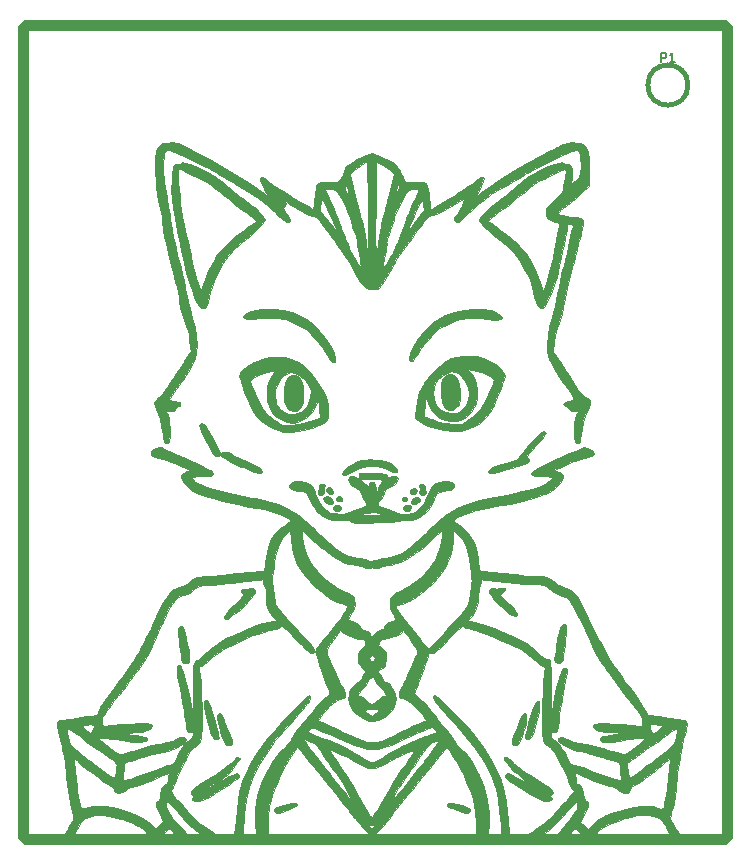
<source format=gto>
G04 #@! TF.FileFunction,Legend,Top*
%FSLAX46Y46*%
G04 Gerber Fmt 4.6, Leading zero omitted, Abs format (unit mm)*
G04 Created by KiCad (PCBNEW 4.0.2+dfsg1-stable) date Sun 09 Sep 2018 02:34:44 AM EDT*
%MOMM*%
G01*
G04 APERTURE LIST*
%ADD10C,0.100000*%
%ADD11C,0.010000*%
%ADD12C,0.381000*%
%ADD13C,0.190500*%
G04 APERTURE END LIST*
D10*
D11*
G36*
X131678513Y-31769487D02*
X131926000Y-32016974D01*
X131926000Y-100792359D01*
X131678513Y-101039846D01*
X131431025Y-101287333D01*
X71968974Y-101287333D01*
X71474000Y-100792359D01*
X71474000Y-32368667D01*
X72320667Y-32368667D01*
X72320667Y-100440667D01*
X75450481Y-100440667D01*
X76205527Y-100440667D01*
X79300764Y-100440667D01*
X83711590Y-100440667D01*
X84199774Y-100440667D01*
X84471094Y-100435918D01*
X84605599Y-100413393D01*
X84635724Y-100360672D01*
X84604935Y-100285536D01*
X84466060Y-100096030D01*
X84385277Y-100017010D01*
X84283143Y-99962690D01*
X84172179Y-100000063D01*
X84005219Y-100147188D01*
X83980116Y-100172140D01*
X83711590Y-100440667D01*
X79300764Y-100440667D01*
X80005660Y-100438994D01*
X80654062Y-100434233D01*
X81227244Y-100426767D01*
X81706481Y-100416982D01*
X82073047Y-100405261D01*
X82308218Y-100391990D01*
X82393267Y-100377552D01*
X82393307Y-100377167D01*
X82313014Y-100215097D01*
X82080974Y-100011475D01*
X81692286Y-99762035D01*
X81676333Y-99752741D01*
X81333290Y-99561978D01*
X81016615Y-99409743D01*
X80683088Y-99280083D01*
X80289491Y-99157048D01*
X79792607Y-99024685D01*
X79520526Y-98957026D01*
X79091789Y-98854960D01*
X78779748Y-98792524D01*
X78537534Y-98765517D01*
X78318281Y-98769736D01*
X78075122Y-98800980D01*
X77971881Y-98818175D01*
X77494293Y-98932850D01*
X77123468Y-99089602D01*
X76888856Y-99275624D01*
X76873815Y-99295634D01*
X76803415Y-99408474D01*
X76676089Y-99623296D01*
X76518615Y-99894886D01*
X76509079Y-99911500D01*
X76205527Y-100440667D01*
X75450481Y-100440667D01*
X75673629Y-100000304D01*
X75828448Y-99712641D01*
X75983059Y-99453288D01*
X76060184Y-99338923D01*
X76130256Y-99237081D01*
X76168605Y-99138655D01*
X76173491Y-99007948D01*
X76143176Y-98809265D01*
X76075919Y-98506909D01*
X76005262Y-98211697D01*
X75891715Y-97711855D01*
X75798404Y-97228185D01*
X75719361Y-96719823D01*
X75648616Y-96145905D01*
X75580201Y-95465565D01*
X75542402Y-95042754D01*
X75501311Y-94622463D01*
X75454833Y-94232343D01*
X75415423Y-93963667D01*
X76203802Y-93963667D01*
X76253509Y-94471667D01*
X76283591Y-94782562D01*
X76323050Y-95195103D01*
X76365497Y-95642338D01*
X76386843Y-95868667D01*
X76436096Y-96315639D01*
X76500016Y-96785535D01*
X76572389Y-97242690D01*
X76647002Y-97651439D01*
X76717641Y-97976116D01*
X76778094Y-98181056D01*
X76796249Y-98218786D01*
X76912066Y-98248334D01*
X77175491Y-98212881D01*
X77443000Y-98149928D01*
X77835604Y-98058717D01*
X78183566Y-98010557D01*
X78530139Y-98007160D01*
X78918572Y-98050239D01*
X79392119Y-98141505D01*
X79838051Y-98244751D01*
X80602600Y-98459841D01*
X81306351Y-98717800D01*
X81922760Y-99006090D01*
X82425285Y-99312170D01*
X82787380Y-99623501D01*
X82809831Y-99648654D01*
X83115667Y-99999641D01*
X83454333Y-99690987D01*
X83793000Y-99382333D01*
X83475500Y-98759611D01*
X83266174Y-98294173D01*
X83192987Y-98027966D01*
X84028919Y-98027966D01*
X84121275Y-98325924D01*
X84323055Y-98684503D01*
X84641858Y-99116506D01*
X85085282Y-99634737D01*
X85243902Y-99809104D01*
X85825000Y-100440663D01*
X86415339Y-100440665D01*
X86720581Y-100438803D01*
X86880128Y-100427342D01*
X86917616Y-100397467D01*
X86856682Y-100340366D01*
X86796339Y-100298612D01*
X86329493Y-99945506D01*
X85872095Y-99536148D01*
X85488570Y-99129196D01*
X85420964Y-99046395D01*
X85193179Y-98770452D01*
X84905948Y-98439650D01*
X84617495Y-98120899D01*
X84588788Y-98090084D01*
X84349315Y-97836755D01*
X84199590Y-97693541D01*
X84114460Y-97646172D01*
X84068771Y-97680379D01*
X84038390Y-97777827D01*
X84028919Y-98027966D01*
X83192987Y-98027966D01*
X83169163Y-97941312D01*
X83185020Y-97705201D01*
X83314299Y-97590010D01*
X83319942Y-97588465D01*
X83417675Y-97527302D01*
X83482988Y-97380933D01*
X83530617Y-97111797D01*
X83541039Y-97024891D01*
X83591979Y-96696684D01*
X84421099Y-96696684D01*
X84427681Y-96794720D01*
X84517678Y-96945309D01*
X84681604Y-97158275D01*
X84893921Y-97409510D01*
X85098753Y-97626917D01*
X85215094Y-97732899D01*
X85364122Y-97878954D01*
X85568564Y-98115802D01*
X85787099Y-98395255D01*
X85812067Y-98429037D01*
X86294683Y-99001803D01*
X86847749Y-99484909D01*
X87456142Y-99885409D01*
X87728176Y-100054600D01*
X87949886Y-100210042D01*
X88067819Y-100312645D01*
X88153532Y-100376511D01*
X88302703Y-100413750D01*
X88548835Y-100428346D01*
X88925436Y-100424278D01*
X88991617Y-100422412D01*
X89804333Y-100398333D01*
X89901386Y-99297667D01*
X89995034Y-98362317D01*
X90100917Y-97568247D01*
X90225023Y-96887519D01*
X90373340Y-96292194D01*
X90551854Y-95754333D01*
X90766553Y-95246000D01*
X90772324Y-95233667D01*
X91246812Y-94321262D01*
X91819273Y-93383183D01*
X92446800Y-92487707D01*
X92714280Y-92143450D01*
X92966314Y-91842184D01*
X93283190Y-91482563D01*
X93646941Y-91083085D01*
X94039601Y-90662249D01*
X94443204Y-90238553D01*
X94839781Y-89830496D01*
X95211368Y-89456577D01*
X95539997Y-89135294D01*
X95807702Y-88885145D01*
X95996517Y-88724628D01*
X96085915Y-88672000D01*
X96218698Y-88731842D01*
X96242487Y-88889860D01*
X96156268Y-89113794D01*
X96102452Y-89198161D01*
X95978599Y-89356494D01*
X95764899Y-89610452D01*
X95486284Y-89931165D01*
X95167687Y-90289763D01*
X94984766Y-90492333D01*
X94066315Y-91531943D01*
X93278766Y-92487381D01*
X92614188Y-93371423D01*
X92064649Y-94196847D01*
X91622218Y-94976428D01*
X91278963Y-95722945D01*
X91026953Y-96449173D01*
X90865567Y-97128003D01*
X90791515Y-97573406D01*
X90717570Y-98101113D01*
X90648894Y-98664542D01*
X90590648Y-99217113D01*
X90547995Y-99712242D01*
X90526096Y-100103349D01*
X90524289Y-100207833D01*
X90531776Y-100333882D01*
X90580437Y-100403531D01*
X90708983Y-100433507D01*
X90956120Y-100440533D01*
X91063158Y-100440667D01*
X91602316Y-100440667D01*
X91560035Y-99482550D01*
X92640667Y-99482550D01*
X92640667Y-100440667D01*
X101206476Y-100440667D01*
X101685524Y-100440667D01*
X110251333Y-100440667D01*
X110251233Y-99488167D01*
X110194741Y-98438504D01*
X110027490Y-97487500D01*
X109752471Y-96648893D01*
X109535520Y-96202782D01*
X109438419Y-96002469D01*
X109317323Y-95717532D01*
X109237527Y-95512964D01*
X109117411Y-95241276D01*
X108932723Y-94880943D01*
X108711597Y-94485020D01*
X108544057Y-94205182D01*
X108326125Y-93853072D01*
X108130440Y-93536941D01*
X107980460Y-93294683D01*
X107906411Y-93175114D01*
X107843693Y-93084768D01*
X107782722Y-93058957D01*
X107697068Y-93114959D01*
X107560296Y-93270055D01*
X107346019Y-93541472D01*
X107110636Y-93842704D01*
X106887122Y-94128380D01*
X106717668Y-94344579D01*
X106695333Y-94373012D01*
X106564317Y-94535908D01*
X106340152Y-94810338D01*
X106038121Y-95177774D01*
X105673508Y-95619689D01*
X105261595Y-96117552D01*
X104817665Y-96652837D01*
X104444393Y-97101984D01*
X104082329Y-97542094D01*
X103750815Y-97954234D01*
X103470416Y-98312207D01*
X103261697Y-98589818D01*
X103155739Y-98743466D01*
X103046086Y-98891752D01*
X102850652Y-99130095D01*
X102598374Y-99423995D01*
X102353550Y-99699833D01*
X101685524Y-100440667D01*
X101206476Y-100440667D01*
X100536718Y-99699833D01*
X100510413Y-99670170D01*
X101176581Y-99670170D01*
X101221986Y-99748954D01*
X101252082Y-99782945D01*
X101395816Y-99910404D01*
X101514190Y-99899523D01*
X101647925Y-99774097D01*
X101728067Y-99673309D01*
X101703350Y-99629743D01*
X101546461Y-99622310D01*
X101454007Y-99624376D01*
X101244604Y-99635960D01*
X101176581Y-99670170D01*
X100510413Y-99670170D01*
X100255160Y-99382333D01*
X100938000Y-99382333D01*
X100980333Y-99424667D01*
X101022667Y-99382333D01*
X100980333Y-99340000D01*
X100938000Y-99382333D01*
X100255160Y-99382333D01*
X100248632Y-99374972D01*
X99983273Y-99064647D01*
X99966130Y-99043667D01*
X102123333Y-99043667D01*
X102165667Y-99086000D01*
X102208000Y-99043667D01*
X102165667Y-99001333D01*
X102123333Y-99043667D01*
X99966130Y-99043667D01*
X99773259Y-98807640D01*
X99664394Y-98662667D01*
X99620589Y-98602269D01*
X100358981Y-98602269D01*
X100379582Y-98649585D01*
X100464832Y-98740478D01*
X100513842Y-98721833D01*
X100514667Y-98709997D01*
X100454530Y-98638384D01*
X100416918Y-98612248D01*
X100358981Y-98602269D01*
X99620589Y-98602269D01*
X99510876Y-98451000D01*
X100260667Y-98451000D01*
X100303000Y-98493333D01*
X100345333Y-98451000D01*
X100303000Y-98408667D01*
X100260667Y-98451000D01*
X99510876Y-98451000D01*
X99476593Y-98403733D01*
X99382934Y-98281667D01*
X100176000Y-98281667D01*
X100218333Y-98324000D01*
X100260667Y-98281667D01*
X100218333Y-98239333D01*
X100176000Y-98281667D01*
X99382934Y-98281667D01*
X99194808Y-98036485D01*
X99106750Y-97924936D01*
X99935648Y-97924936D01*
X99956248Y-97972251D01*
X100041499Y-98063145D01*
X100090509Y-98044499D01*
X100091333Y-98032663D01*
X100031196Y-97961051D01*
X99993585Y-97934915D01*
X99935648Y-97924936D01*
X99106750Y-97924936D01*
X98835332Y-97581113D01*
X98414457Y-97057807D01*
X97948472Y-96486757D01*
X97453671Y-95888152D01*
X96946345Y-95282183D01*
X96733075Y-95029892D01*
X96516319Y-94768936D01*
X96237013Y-94425426D01*
X95936304Y-94050679D01*
X95655340Y-93696008D01*
X95435267Y-93412729D01*
X95415127Y-93386263D01*
X95105578Y-92978193D01*
X94902899Y-93301596D01*
X94423467Y-94084357D01*
X94040395Y-94748501D01*
X93756596Y-95288810D01*
X93602855Y-95628730D01*
X93484402Y-95912403D01*
X93384305Y-96136181D01*
X93325369Y-96249667D01*
X93235131Y-96424476D01*
X93119161Y-96715061D01*
X92993674Y-97073142D01*
X92874888Y-97450441D01*
X92779019Y-97798677D01*
X92730048Y-98022050D01*
X92692527Y-98321989D01*
X92662762Y-98729388D01*
X92644537Y-99182416D01*
X92640667Y-99482550D01*
X91560035Y-99482550D01*
X91559828Y-99477872D01*
X91576982Y-98302385D01*
X91740221Y-97196563D01*
X92055833Y-96134514D01*
X92530108Y-95090346D01*
X92699884Y-94784305D01*
X92967646Y-94345164D01*
X93240214Y-93941829D01*
X93498544Y-93598681D01*
X93723593Y-93340101D01*
X93896315Y-93190467D01*
X93966251Y-93163145D01*
X94048593Y-93095794D01*
X94193363Y-92922393D01*
X94374044Y-92680983D01*
X94561298Y-92413627D01*
X95728817Y-92413627D01*
X95753776Y-92497659D01*
X95859184Y-92679608D01*
X96020773Y-92924321D01*
X96214274Y-93196642D01*
X96415420Y-93461419D01*
X96599942Y-93683496D01*
X96623513Y-93709667D01*
X96765620Y-93877309D01*
X96979177Y-94143775D01*
X97234804Y-94471853D01*
X97492588Y-94810333D01*
X97782384Y-95191301D01*
X98079033Y-95574428D01*
X98344614Y-95911092D01*
X98516158Y-96122667D01*
X98757549Y-96418651D01*
X99046348Y-96780042D01*
X99327301Y-97137582D01*
X99377404Y-97202167D01*
X99589116Y-97471036D01*
X99760722Y-97680062D01*
X99867327Y-97799348D01*
X99888591Y-97816000D01*
X99872810Y-97749029D01*
X99793859Y-97576484D01*
X99710137Y-97413833D01*
X99047875Y-96259315D01*
X98377131Y-95259256D01*
X98271000Y-95116346D01*
X98002218Y-94748313D01*
X97690565Y-94304103D01*
X97382883Y-93851152D01*
X97215381Y-93596625D01*
X97034757Y-93323427D01*
X97890000Y-93323427D01*
X97935632Y-93425657D01*
X98058975Y-93635031D01*
X98239700Y-93920628D01*
X98457478Y-94251526D01*
X98691978Y-94596805D01*
X98922873Y-94925543D01*
X99118072Y-95191333D01*
X99360090Y-95533675D01*
X99609648Y-95921952D01*
X99752331Y-96165000D01*
X99923447Y-96474420D01*
X100139073Y-96865229D01*
X100362230Y-97270378D01*
X100445737Y-97422197D01*
X100693972Y-97863007D01*
X100930614Y-98263767D01*
X101140322Y-98600255D01*
X101307755Y-98848250D01*
X101417572Y-98983529D01*
X101445916Y-99001333D01*
X101506930Y-98934213D01*
X101634602Y-98753619D01*
X101642360Y-98741821D01*
X102398092Y-98741821D01*
X102409673Y-98747333D01*
X102486938Y-98687730D01*
X102504333Y-98662667D01*
X102525908Y-98583512D01*
X102514327Y-98578000D01*
X102437061Y-98637603D01*
X102419667Y-98662667D01*
X102398092Y-98741821D01*
X101642360Y-98741821D01*
X101807511Y-98490701D01*
X101832609Y-98451000D01*
X102546667Y-98451000D01*
X102589000Y-98493333D01*
X102631333Y-98451000D01*
X102589000Y-98408667D01*
X102546667Y-98451000D01*
X101832609Y-98451000D01*
X101926277Y-98302833D01*
X101939165Y-98281667D01*
X102631333Y-98281667D01*
X102673667Y-98324000D01*
X102716000Y-98281667D01*
X102673667Y-98239333D01*
X102631333Y-98281667D01*
X101939165Y-98281667D01*
X102009869Y-98165553D01*
X102719260Y-98165553D01*
X102775598Y-98116818D01*
X102902744Y-97969925D01*
X103089450Y-97736551D01*
X103271826Y-97498500D01*
X103542449Y-97148302D01*
X103829992Y-96790289D01*
X104084229Y-96486623D01*
X104151396Y-96409901D01*
X104398719Y-96119304D01*
X104684261Y-95764996D01*
X104948181Y-95421314D01*
X104959667Y-95405837D01*
X105219877Y-95060732D01*
X105529180Y-94659670D01*
X105829498Y-94277797D01*
X105891000Y-94200824D01*
X106291044Y-93693040D01*
X106622367Y-93254269D01*
X106878425Y-92894679D01*
X107052671Y-92624439D01*
X107138561Y-92453720D01*
X107129549Y-92392690D01*
X107019089Y-92451520D01*
X107014879Y-92454684D01*
X106868719Y-92531364D01*
X106638428Y-92621419D01*
X106568333Y-92644870D01*
X106424698Y-92701807D01*
X106294389Y-92787649D01*
X106155843Y-92926596D01*
X105987498Y-93142847D01*
X105767791Y-93460600D01*
X105555104Y-93781955D01*
X105269728Y-94209294D01*
X104972966Y-94640612D01*
X104697479Y-95029214D01*
X104475925Y-95328403D01*
X104450938Y-95360667D01*
X104227124Y-95670097D01*
X103962438Y-96070512D01*
X103694855Y-96503039D01*
X103522448Y-96800000D01*
X103311276Y-97172049D01*
X103114689Y-97510816D01*
X102955884Y-97776774D01*
X102864016Y-97921833D01*
X102744983Y-98104451D01*
X102719260Y-98165553D01*
X102009869Y-98165553D01*
X102156151Y-97925323D01*
X102387760Y-97530521D01*
X102581123Y-97186987D01*
X102629843Y-97096333D01*
X102964123Y-96477534D01*
X103257879Y-95968796D01*
X103538420Y-95525031D01*
X103833056Y-95101147D01*
X103863980Y-95058618D01*
X104066987Y-94774049D01*
X104290819Y-94450086D01*
X104516538Y-94115511D01*
X104725210Y-93799109D01*
X104897897Y-93529661D01*
X105015663Y-93335951D01*
X105059573Y-93246762D01*
X105057812Y-93244000D01*
X104954148Y-93277754D01*
X104736387Y-93367364D01*
X104443063Y-93495350D01*
X104112710Y-93644234D01*
X103783860Y-93796537D01*
X103495047Y-93934780D01*
X103284805Y-94041484D01*
X103224000Y-94075825D01*
X102630068Y-94416341D01*
X102123136Y-94663308D01*
X101717301Y-94810533D01*
X101455716Y-94852667D01*
X101135743Y-94800340D01*
X100721296Y-94653094D01*
X100247047Y-94425531D01*
X99752667Y-94135460D01*
X99523343Y-94002831D01*
X99225957Y-93850634D01*
X98894443Y-93693660D01*
X98562731Y-93546704D01*
X98264756Y-93424559D01*
X98034449Y-93342016D01*
X97905744Y-93313871D01*
X97890000Y-93323427D01*
X97034757Y-93323427D01*
X96970927Y-93226884D01*
X96787421Y-92974937D01*
X96639080Y-92813140D01*
X96500120Y-92713852D01*
X96344758Y-92649431D01*
X96326381Y-92643544D01*
X96085542Y-92556961D01*
X95906523Y-92473687D01*
X95877120Y-92454684D01*
X95761581Y-92404291D01*
X95728817Y-92413627D01*
X94561298Y-92413627D01*
X94564116Y-92409604D01*
X94737060Y-92146297D01*
X94866357Y-91929102D01*
X94925487Y-91796060D01*
X94926667Y-91785474D01*
X94982007Y-91685518D01*
X94990378Y-91675412D01*
X96062724Y-91675412D01*
X96066980Y-91766605D01*
X96174319Y-91854279D01*
X96404625Y-91954472D01*
X96777785Y-92083221D01*
X96789333Y-92087015D01*
X97252377Y-92254565D01*
X97793769Y-92474981D01*
X98369016Y-92727826D01*
X98933624Y-92992664D01*
X99443100Y-93249057D01*
X99852951Y-93476568D01*
X99964333Y-93545401D01*
X100405203Y-93820586D01*
X100799821Y-94051390D01*
X101122434Y-94223774D01*
X101347289Y-94323697D01*
X101427648Y-94343133D01*
X101558257Y-94307849D01*
X101782472Y-94215103D01*
X101977981Y-94121610D01*
X102299407Y-93947694D01*
X102622188Y-93755184D01*
X102761075Y-93664553D01*
X103058004Y-93472131D01*
X103385869Y-93275141D01*
X103480741Y-93221527D01*
X103710570Y-93102984D01*
X104028230Y-92950359D01*
X104400326Y-92778403D01*
X104793465Y-92601868D01*
X105174253Y-92435507D01*
X105509296Y-92294070D01*
X105765201Y-92192310D01*
X105908573Y-92144978D01*
X105921471Y-92143333D01*
X106044401Y-92115386D01*
X106270737Y-92042946D01*
X106490067Y-91964334D01*
X106968486Y-91785334D01*
X106768409Y-91585494D01*
X106568333Y-91385655D01*
X106034969Y-91551786D01*
X105744790Y-91655549D01*
X105355380Y-91813210D01*
X104918928Y-92002866D01*
X104510969Y-92191428D01*
X103723314Y-92559846D01*
X103055161Y-92846494D01*
X102478161Y-93052158D01*
X101963971Y-93177622D01*
X101484243Y-93223673D01*
X101010633Y-93191095D01*
X100514794Y-93080672D01*
X99968381Y-92893192D01*
X99343047Y-92629438D01*
X98739810Y-92351291D01*
X98251752Y-92127456D01*
X97773271Y-91918782D01*
X97342761Y-91741246D01*
X96998615Y-91610826D01*
X96827429Y-91555499D01*
X96535746Y-91477841D01*
X96360121Y-91447843D01*
X96253942Y-91466128D01*
X96170597Y-91533318D01*
X96141665Y-91564664D01*
X96062724Y-91675412D01*
X94990378Y-91675412D01*
X95123954Y-91514168D01*
X95244167Y-91387352D01*
X95459009Y-91157357D01*
X95721577Y-90856763D01*
X95790591Y-90773447D01*
X96874000Y-90773447D01*
X96947291Y-90839579D01*
X97132102Y-90920944D01*
X97232043Y-90953802D01*
X97425352Y-91026975D01*
X97736400Y-91162439D01*
X98132311Y-91345099D01*
X98580209Y-91559862D01*
X98946543Y-91740972D01*
X99607215Y-92066669D01*
X100145259Y-92315473D01*
X100585809Y-92493197D01*
X100953999Y-92605654D01*
X101274962Y-92658658D01*
X101573832Y-92658022D01*
X101875744Y-92609558D01*
X102205830Y-92519081D01*
X102250333Y-92505104D01*
X102469155Y-92421796D01*
X102802971Y-92277498D01*
X103216072Y-92088429D01*
X103672747Y-91870811D01*
X103987504Y-91716022D01*
X104447046Y-91491111D01*
X104880899Y-91286264D01*
X105255267Y-91116884D01*
X105536355Y-90998374D01*
X105659671Y-90953888D01*
X105876037Y-90876317D01*
X106003549Y-90805964D01*
X106018000Y-90784120D01*
X105969459Y-90693061D01*
X105839975Y-90503983D01*
X105653755Y-90251599D01*
X105573500Y-90146765D01*
X105190043Y-89705364D01*
X104788852Y-89339865D01*
X104400980Y-89074924D01*
X104057477Y-88935197D01*
X104044111Y-88932360D01*
X103854163Y-88858780D01*
X103760346Y-88722556D01*
X103763508Y-88505807D01*
X103764284Y-88503384D01*
X105002000Y-88503384D01*
X105064204Y-88578818D01*
X105224562Y-88718030D01*
X105377857Y-88837480D01*
X105616389Y-89044224D01*
X105899213Y-89330097D01*
X106170192Y-89637894D01*
X106203357Y-89678693D01*
X106445683Y-89978235D01*
X106752934Y-90355094D01*
X107081844Y-90756325D01*
X107330333Y-91057871D01*
X107639251Y-91444406D01*
X107950760Y-91855823D01*
X108224349Y-92237509D01*
X108388667Y-92484700D01*
X108578888Y-92770362D01*
X108751216Y-92998407D01*
X108876223Y-93130834D01*
X108901416Y-93146806D01*
X109065785Y-93265152D01*
X109289811Y-93493601D01*
X109544226Y-93798148D01*
X109799762Y-94144792D01*
X109932468Y-94344667D01*
X110520880Y-95395309D01*
X110946774Y-96448154D01*
X111215884Y-97524523D01*
X111333941Y-98645741D01*
X111326722Y-99530500D01*
X111279104Y-100440667D01*
X112391200Y-100440667D01*
X115907222Y-100440667D01*
X117104347Y-100440667D01*
X117164040Y-100372561D01*
X118255435Y-100372561D01*
X118301395Y-100419134D01*
X118457381Y-100437673D01*
X118692226Y-100440667D01*
X119180410Y-100440667D01*
X119095744Y-100356000D01*
X120496000Y-100356000D01*
X120579938Y-100380536D01*
X120828929Y-100401049D01*
X121238736Y-100417424D01*
X121805125Y-100429545D01*
X122523860Y-100437296D01*
X123390704Y-100440561D01*
X123594378Y-100440667D01*
X126692757Y-100440667D01*
X126457057Y-100038500D01*
X126302877Y-99771283D01*
X126169756Y-99533561D01*
X126118700Y-99438490D01*
X125975571Y-99238842D01*
X125855846Y-99128440D01*
X125590021Y-98998304D01*
X125221118Y-98887206D01*
X124815344Y-98810210D01*
X124438908Y-98782382D01*
X124348333Y-98785417D01*
X123889779Y-98842152D01*
X123380386Y-98950137D01*
X122845484Y-99099045D01*
X122310401Y-99278550D01*
X121800465Y-99478325D01*
X121341006Y-99688045D01*
X120957352Y-99897382D01*
X120674833Y-100096011D01*
X120518776Y-100273604D01*
X120496000Y-100356000D01*
X119095744Y-100356000D01*
X118911884Y-100172140D01*
X118735391Y-100011138D01*
X118620357Y-99961979D01*
X118519615Y-100006605D01*
X118506723Y-100017010D01*
X118348122Y-100191160D01*
X118287065Y-100285536D01*
X118255435Y-100372561D01*
X117164040Y-100372561D01*
X117790779Y-99657500D01*
X118247609Y-99108724D01*
X118573242Y-98652497D01*
X118772423Y-98280401D01*
X118849897Y-97984021D01*
X118832170Y-97810133D01*
X118811494Y-97738600D01*
X118789533Y-97689266D01*
X118753548Y-97674204D01*
X118690803Y-97705484D01*
X118588559Y-97795178D01*
X118434080Y-97955358D01*
X118214627Y-98198096D01*
X117917464Y-98535462D01*
X117529853Y-98979529D01*
X117204669Y-99352552D01*
X116985335Y-99575425D01*
X116692972Y-99835908D01*
X116413113Y-100060381D01*
X115907222Y-100440667D01*
X112391200Y-100440667D01*
X112334479Y-99615167D01*
X112232781Y-98460108D01*
X112097175Y-97466691D01*
X111926831Y-96630485D01*
X111720920Y-95947060D01*
X111586935Y-95623353D01*
X111153301Y-94772582D01*
X110645039Y-93924919D01*
X110047526Y-93060046D01*
X109346140Y-92157646D01*
X108526259Y-91197400D01*
X107924785Y-90534667D01*
X107593934Y-90172192D01*
X107287557Y-89826902D01*
X107032255Y-89529470D01*
X106854627Y-89310569D01*
X106806943Y-89245597D01*
X106673920Y-88992066D01*
X106647324Y-88795148D01*
X106727540Y-88685110D01*
X106799604Y-88672000D01*
X106896124Y-88730914D01*
X107088850Y-88894950D01*
X107358865Y-89145050D01*
X107687256Y-89462156D01*
X108055105Y-89827208D01*
X108443497Y-90221148D01*
X108833518Y-90624918D01*
X109206250Y-91019460D01*
X109542780Y-91385714D01*
X109824190Y-91704623D01*
X109908776Y-91804667D01*
X110898417Y-93121773D01*
X111756944Y-94533737D01*
X111990055Y-94979667D01*
X112258060Y-95570529D01*
X112477732Y-96192508D01*
X112656091Y-96875357D01*
X112800156Y-97648829D01*
X112916946Y-98542677D01*
X112978763Y-99170667D01*
X113087667Y-100398333D01*
X113875723Y-100422742D01*
X114250012Y-100431421D01*
X114500835Y-100423399D01*
X114673893Y-100389518D01*
X114814886Y-100320619D01*
X114969513Y-100207543D01*
X114976389Y-100202159D01*
X115216785Y-100026480D01*
X115441734Y-99882025D01*
X115500667Y-99849637D01*
X115941090Y-99569299D01*
X116414152Y-99169004D01*
X116881937Y-98682727D01*
X117111048Y-98406486D01*
X117339632Y-98123532D01*
X117532797Y-97898903D01*
X117665401Y-97761028D01*
X117708177Y-97731333D01*
X117788269Y-97668644D01*
X117937371Y-97503466D01*
X118124727Y-97270132D01*
X118144285Y-97244500D01*
X118514016Y-96757667D01*
X118338134Y-96497372D01*
X118200805Y-96244748D01*
X118077875Y-95940079D01*
X118053389Y-95862372D01*
X117940822Y-95535945D01*
X117826141Y-95265194D01*
X118587693Y-95265194D01*
X118635429Y-95408512D01*
X118694437Y-95651615D01*
X118718000Y-95916512D01*
X118737957Y-96118746D01*
X118814883Y-96199027D01*
X118885381Y-96207333D01*
X119079029Y-96288411D01*
X119229588Y-96526235D01*
X119332629Y-96912688D01*
X119354986Y-97067595D01*
X119404186Y-97360991D01*
X119472274Y-97522416D01*
X119573476Y-97588836D01*
X119704914Y-97700050D01*
X119724647Y-97931245D01*
X119633546Y-98275913D01*
X119432487Y-98727544D01*
X119416500Y-98758767D01*
X119099000Y-99374625D01*
X119767388Y-99996837D01*
X120110527Y-99632780D01*
X120355477Y-99415225D01*
X120688544Y-99173720D01*
X121044079Y-98955238D01*
X121099625Y-98925044D01*
X121667340Y-98669886D01*
X122390392Y-98424231D01*
X122919958Y-98276438D01*
X123634812Y-98111611D01*
X124234688Y-98023641D01*
X124754961Y-98011489D01*
X125231008Y-98074113D01*
X125657824Y-98195997D01*
X125902318Y-98268001D01*
X126051741Y-98253207D01*
X126139499Y-98126296D01*
X126198997Y-97861949D01*
X126212759Y-97775398D01*
X126267282Y-97481059D01*
X126331660Y-97209235D01*
X126339687Y-97181000D01*
X126376515Y-96996978D01*
X126420407Y-96688481D01*
X126465643Y-96299880D01*
X126503419Y-95911000D01*
X126543716Y-95461260D01*
X126584234Y-95024704D01*
X126619790Y-94656342D01*
X126641766Y-94442300D01*
X126690900Y-93989600D01*
X126142778Y-94442300D01*
X125572062Y-94906210D01*
X125032826Y-95330315D01*
X124545519Y-95699368D01*
X124130589Y-95998120D01*
X123808484Y-96211324D01*
X123649833Y-96301185D01*
X123420252Y-96444217D01*
X123299399Y-96582272D01*
X123290000Y-96622581D01*
X123233097Y-96808306D01*
X123188400Y-96867733D01*
X123026542Y-96949375D01*
X122826750Y-96963642D01*
X122674418Y-96907823D01*
X122655000Y-96884667D01*
X122536125Y-96814678D01*
X122430410Y-96800000D01*
X122266808Y-96728042D01*
X122215128Y-96635494D01*
X122144541Y-96531955D01*
X121973144Y-96444077D01*
X121670321Y-96357364D01*
X121586293Y-96337747D01*
X121224540Y-96237908D01*
X120760228Y-96084595D01*
X120243861Y-95896762D01*
X119725944Y-95693358D01*
X119256982Y-95493334D01*
X118954206Y-95350107D01*
X118718287Y-95235845D01*
X118605071Y-95205900D01*
X118587693Y-95265194D01*
X117826141Y-95265194D01*
X117801415Y-95206819D01*
X117773160Y-95149000D01*
X117463234Y-94542048D01*
X117214896Y-94069901D01*
X117017382Y-93714266D01*
X116859932Y-93456848D01*
X116731781Y-93279354D01*
X116622167Y-93163489D01*
X116589027Y-93136272D01*
X116327634Y-92938921D01*
X116141439Y-92789690D01*
X116016947Y-92655272D01*
X115940665Y-92502361D01*
X115899099Y-92297650D01*
X115878755Y-92007834D01*
X115866139Y-91599607D01*
X115858252Y-91332532D01*
X115852076Y-90926344D01*
X115855070Y-90423475D01*
X115866006Y-89853115D01*
X115883658Y-89244454D01*
X115906798Y-88626680D01*
X115934198Y-88028982D01*
X115964630Y-87480551D01*
X115996868Y-87010576D01*
X116029683Y-86648245D01*
X116061848Y-86422748D01*
X116065386Y-86407167D01*
X116068228Y-86256855D01*
X115971885Y-86216667D01*
X115839322Y-86162488D01*
X115634168Y-86021465D01*
X115433539Y-85852999D01*
X114922314Y-85401410D01*
X114493228Y-85058209D01*
X114118211Y-84803224D01*
X113769193Y-84616282D01*
X113626542Y-84554396D01*
X113307588Y-84416902D01*
X112906593Y-84232881D01*
X112491747Y-84033927D01*
X112330844Y-83954047D01*
X111990520Y-83798378D01*
X111569535Y-83628788D01*
X111104848Y-83457638D01*
X110633419Y-83297290D01*
X110192207Y-83160105D01*
X109818171Y-83058444D01*
X109548270Y-83004669D01*
X109476357Y-82999333D01*
X109310939Y-82933173D01*
X109218955Y-82835237D01*
X109176127Y-82788120D01*
X109115918Y-82782152D01*
X109022221Y-82830626D01*
X108878928Y-82946834D01*
X108669931Y-83144066D01*
X108379122Y-83435616D01*
X107990392Y-83834775D01*
X107921892Y-83905527D01*
X107515313Y-84323880D01*
X107206835Y-84634629D01*
X106977903Y-84852911D01*
X106809961Y-84993863D01*
X106684454Y-85072621D01*
X106582827Y-85104322D01*
X106486526Y-85104104D01*
X106457320Y-85100286D01*
X106248751Y-85098410D01*
X106187333Y-85166580D01*
X106158650Y-85303937D01*
X106080023Y-85567174D01*
X105962584Y-85924237D01*
X105817469Y-86343072D01*
X105655811Y-86791623D01*
X105488742Y-87237837D01*
X105327397Y-87649660D01*
X105309609Y-87693619D01*
X105177589Y-88023742D01*
X105073926Y-88292683D01*
X105012626Y-88463572D01*
X105002000Y-88503384D01*
X103764284Y-88503384D01*
X103864500Y-88190655D01*
X104064172Y-87759221D01*
X104103550Y-87681687D01*
X104318313Y-87250562D01*
X104542588Y-86779825D01*
X104761614Y-86302707D01*
X104960628Y-85852441D01*
X105124869Y-85462258D01*
X105239577Y-85165389D01*
X105284356Y-85023408D01*
X105290104Y-84853587D01*
X105206211Y-84670310D01*
X105042623Y-84459616D01*
X104877174Y-84252306D01*
X104770284Y-84091457D01*
X104748000Y-84034718D01*
X104698261Y-83930057D01*
X104569433Y-83741900D01*
X104432001Y-83564343D01*
X104116003Y-83174667D01*
X103902835Y-83375290D01*
X103662923Y-83528337D01*
X103277849Y-83681863D01*
X102771545Y-83827371D01*
X102383300Y-83914745D01*
X102163514Y-83994061D01*
X102050249Y-84148116D01*
X102024967Y-84227466D01*
X101998774Y-84433588D01*
X102060520Y-84516006D01*
X102183269Y-84594958D01*
X102359231Y-84747455D01*
X102407348Y-84794323D01*
X102538237Y-84938644D01*
X102607145Y-85075759D01*
X102628745Y-85262202D01*
X102617709Y-85554506D01*
X102615165Y-85595052D01*
X102591678Y-85892442D01*
X102546841Y-86086599D01*
X102448889Y-86232977D01*
X102266059Y-86387033D01*
X102086826Y-86517430D01*
X101975817Y-86617094D01*
X101996717Y-86710857D01*
X102064602Y-86791214D01*
X102195399Y-86985990D01*
X102297179Y-87209217D01*
X102434780Y-87432034D01*
X102585137Y-87520465D01*
X102851283Y-87664950D01*
X103095809Y-87932902D01*
X103294325Y-88278473D01*
X103422443Y-88655820D01*
X103455774Y-89019096D01*
X103441420Y-89130067D01*
X103285600Y-89624101D01*
X103020778Y-90030291D01*
X102620862Y-90384985D01*
X102465034Y-90490388D01*
X101994675Y-90746675D01*
X101576662Y-90862493D01*
X101170544Y-90839018D01*
X100735873Y-90677423D01*
X100499012Y-90547470D01*
X100030859Y-90193227D01*
X99839867Y-89956765D01*
X100833852Y-89956765D01*
X100933036Y-90063581D01*
X101170011Y-90225658D01*
X101177789Y-90230612D01*
X101488333Y-90428219D01*
X101805833Y-90177995D01*
X101991545Y-90024936D01*
X102105867Y-89917811D01*
X102123333Y-89892552D01*
X102045326Y-89876249D01*
X101837922Y-89863950D01*
X101541047Y-89857714D01*
X101441003Y-89857333D01*
X101080040Y-89864696D01*
X100880255Y-89894155D01*
X100833852Y-89956765D01*
X99839867Y-89956765D01*
X99695103Y-89777538D01*
X99497135Y-89322685D01*
X99442345Y-88850948D01*
X99472739Y-88699799D01*
X100215364Y-88699799D01*
X100271830Y-88749717D01*
X100420876Y-88756667D01*
X100682331Y-88828598D01*
X100854299Y-88989500D01*
X101116428Y-89256371D01*
X101372250Y-89364875D01*
X101639695Y-89314552D01*
X101936693Y-89104944D01*
X102085293Y-88957966D01*
X102314055Y-88754103D01*
X102492064Y-88689044D01*
X102542952Y-88695560D01*
X102653702Y-88712984D01*
X102660551Y-88653106D01*
X102593753Y-88515325D01*
X102465254Y-88328269D01*
X102264952Y-88094370D01*
X102130311Y-87956317D01*
X101940995Y-87756488D01*
X101815448Y-87592317D01*
X101784667Y-87521197D01*
X101735187Y-87387868D01*
X101623409Y-87221615D01*
X101502915Y-87088535D01*
X101412991Y-87080074D01*
X101284743Y-87183024D01*
X101153645Y-87340210D01*
X101107333Y-87461083D01*
X101053072Y-87580793D01*
X100911666Y-87775943D01*
X100738160Y-87977127D01*
X100526226Y-88218767D01*
X100352427Y-88439721D01*
X100269515Y-88566167D01*
X100215364Y-88699799D01*
X99472739Y-88699799D01*
X99536121Y-88384610D01*
X99783855Y-87945952D01*
X99850329Y-87865800D01*
X100051019Y-87674072D01*
X100247087Y-87543353D01*
X100306863Y-87520465D01*
X100492295Y-87394123D01*
X100594821Y-87209217D01*
X100699896Y-86977243D01*
X100814214Y-86805781D01*
X100875368Y-86713685D01*
X100859879Y-86617255D01*
X100749965Y-86476169D01*
X100601490Y-86323411D01*
X100404676Y-86112410D01*
X100303067Y-85938869D01*
X100265520Y-85727590D01*
X100261097Y-85520568D01*
X101213104Y-85520568D01*
X101255604Y-85640104D01*
X101273140Y-85662084D01*
X101391205Y-85770551D01*
X101446000Y-85793333D01*
X101546619Y-85735758D01*
X101618860Y-85662084D01*
X101680873Y-85537403D01*
X101609776Y-85413481D01*
X101586893Y-85389941D01*
X101467865Y-85295018D01*
X101369988Y-85328753D01*
X101305106Y-85389941D01*
X101213104Y-85520568D01*
X100261097Y-85520568D01*
X100260667Y-85500448D01*
X100273274Y-85201270D01*
X100325567Y-85003968D01*
X100439253Y-84842040D01*
X100494314Y-84784660D01*
X100668845Y-84624482D01*
X100803987Y-84524822D01*
X100822495Y-84516006D01*
X100878975Y-84413653D01*
X100875571Y-84205833D01*
X100823025Y-84012561D01*
X100714527Y-83938329D01*
X100610890Y-83930076D01*
X100377155Y-83896867D01*
X100054196Y-83810752D01*
X99694828Y-83690638D01*
X99351867Y-83555429D01*
X99078132Y-83424033D01*
X98943075Y-83333060D01*
X98766124Y-83166824D01*
X98160551Y-83985764D01*
X97907878Y-84327401D01*
X97736660Y-84582706D01*
X97643561Y-84792103D01*
X97625247Y-84996017D01*
X97678385Y-85234873D01*
X97799640Y-85549096D01*
X97985679Y-85979110D01*
X97994472Y-85999407D01*
X98208198Y-86490104D01*
X98375147Y-86863990D01*
X98514118Y-87160373D01*
X98643915Y-87418562D01*
X98783338Y-87677865D01*
X98881851Y-87854633D01*
X99050953Y-88208624D01*
X99142382Y-88516403D01*
X99151049Y-88747705D01*
X99071863Y-88872265D01*
X99054167Y-88879252D01*
X98892788Y-88921697D01*
X98732943Y-88958497D01*
X98471963Y-89071558D01*
X98149086Y-89297520D01*
X97797086Y-89608886D01*
X97448735Y-89978159D01*
X97294309Y-90165531D01*
X97097820Y-90424092D01*
X96950443Y-90634278D01*
X96877596Y-90759325D01*
X96874000Y-90773447D01*
X95790591Y-90773447D01*
X95976352Y-90549192D01*
X95985000Y-90538390D01*
X96449328Y-89966110D01*
X96829001Y-89518092D01*
X97136794Y-89180100D01*
X97385479Y-88937901D01*
X97524223Y-88823014D01*
X97715565Y-88676204D01*
X97843091Y-88574870D01*
X97865701Y-88555188D01*
X97848707Y-88468112D01*
X97778654Y-88248720D01*
X97664396Y-87922306D01*
X97514786Y-87514162D01*
X97338678Y-87049581D01*
X97338650Y-87049507D01*
X97153616Y-86551489D01*
X96989375Y-86076944D01*
X96856993Y-85660449D01*
X96767534Y-85336576D01*
X96733354Y-85158333D01*
X96692949Y-84735000D01*
X97472626Y-83761333D01*
X97778738Y-83381260D01*
X98075199Y-83017075D01*
X98332759Y-82704450D01*
X98522169Y-82479058D01*
X98557985Y-82437610D01*
X98791925Y-82144811D01*
X99029123Y-81807507D01*
X99232945Y-81481190D01*
X99366755Y-81221351D01*
X99375700Y-81199019D01*
X99370792Y-81101128D01*
X99248262Y-81023639D01*
X99061242Y-80965841D01*
X98465481Y-80744550D01*
X97830794Y-80396228D01*
X97188741Y-79947809D01*
X96570881Y-79426227D01*
X96008775Y-78858418D01*
X95533982Y-78271315D01*
X95178063Y-77691854D01*
X95144312Y-77623000D01*
X94919341Y-77101194D01*
X94764383Y-76608485D01*
X94663341Y-76080022D01*
X94600113Y-75450957D01*
X94598165Y-75423108D01*
X94546461Y-74674041D01*
X95499413Y-74674041D01*
X95535488Y-75301854D01*
X95662963Y-76081110D01*
X95949698Y-76853011D01*
X96386028Y-77598445D01*
X96962290Y-78298301D01*
X97141711Y-78478020D01*
X97481381Y-78796431D01*
X97781014Y-79052169D01*
X98081542Y-79273680D01*
X98423896Y-79489413D01*
X98849007Y-79727815D01*
X99232442Y-79931111D01*
X99586959Y-80127584D01*
X99804927Y-80278027D01*
X99907314Y-80398565D01*
X99922000Y-80461427D01*
X99967042Y-80678598D01*
X100015087Y-80780020D01*
X100046302Y-80884724D01*
X100017951Y-81036760D01*
X99919498Y-81269167D01*
X99761087Y-81576518D01*
X99604959Y-81871834D01*
X99485252Y-82106028D01*
X99420428Y-82242645D01*
X99414000Y-82261901D01*
X99488142Y-82298540D01*
X99671509Y-82341110D01*
X99722474Y-82349902D01*
X100008759Y-82445805D01*
X100251352Y-82612742D01*
X100402724Y-82811849D01*
X100430000Y-82928425D01*
X100480739Y-83042303D01*
X100654520Y-83114226D01*
X100769925Y-83136355D01*
X101015755Y-83202696D01*
X101166579Y-83335677D01*
X101248542Y-83482984D01*
X101387234Y-83775256D01*
X101703169Y-83429628D01*
X101923792Y-83224344D01*
X102121731Y-83102684D01*
X102200876Y-83084000D01*
X102369278Y-83022904D01*
X102434940Y-82935833D01*
X102475022Y-82872333D01*
X103816667Y-82872333D01*
X103859000Y-82914667D01*
X103901333Y-82872333D01*
X103859000Y-82830000D01*
X103816667Y-82872333D01*
X102475022Y-82872333D01*
X102622188Y-82639189D01*
X102918338Y-82426177D01*
X103155595Y-82351912D01*
X103360929Y-82311855D01*
X103471720Y-82276181D01*
X103478000Y-82269026D01*
X103441695Y-82184424D01*
X103345656Y-81989152D01*
X103209195Y-81722289D01*
X103181305Y-81668659D01*
X103014363Y-81316992D01*
X102952421Y-81096565D01*
X103418927Y-81096565D01*
X103723630Y-81588547D01*
X103919338Y-81879830D01*
X104181745Y-82237508D01*
X104465691Y-82600853D01*
X104578667Y-82738340D01*
X104893274Y-83118778D01*
X105241697Y-83546908D01*
X105561028Y-83945278D01*
X105637000Y-84041373D01*
X105861796Y-84317977D01*
X106052293Y-84535955D01*
X106182145Y-84666004D01*
X106219813Y-84689632D01*
X106312716Y-84634573D01*
X106483087Y-84487560D01*
X106685479Y-84289059D01*
X106938063Y-84021496D01*
X107239792Y-83692166D01*
X107529573Y-83367836D01*
X107557022Y-83336559D01*
X107825113Y-83036746D01*
X108160729Y-82670530D01*
X108448761Y-82361909D01*
X109447000Y-82361909D01*
X109870333Y-82413198D01*
X110424296Y-82512355D01*
X111046680Y-82686760D01*
X111756656Y-82943050D01*
X112573398Y-83287865D01*
X113115959Y-83536850D01*
X113642520Y-83786926D01*
X114046977Y-83987803D01*
X114361703Y-84159645D01*
X114619066Y-84322620D01*
X114851437Y-84496894D01*
X115091188Y-84702632D01*
X115311025Y-84904333D01*
X115685709Y-85239204D01*
X115965455Y-85455579D01*
X116164961Y-85564015D01*
X116254291Y-85581667D01*
X116400579Y-85607561D01*
X116486055Y-85715671D01*
X116543006Y-85920333D01*
X116563444Y-86098315D01*
X116582014Y-86417862D01*
X116597845Y-86851211D01*
X116610066Y-87370596D01*
X116617804Y-87948253D01*
X116620094Y-88375667D01*
X116623158Y-89036087D01*
X116629572Y-89532774D01*
X116639595Y-89871297D01*
X116653489Y-90057229D01*
X116671513Y-90096140D01*
X116693928Y-89993602D01*
X116695243Y-89984333D01*
X116862446Y-88938378D01*
X117053169Y-88035567D01*
X117272845Y-87250680D01*
X117306477Y-87148000D01*
X117438267Y-86770162D01*
X117540731Y-86526605D01*
X117629821Y-86388439D01*
X117721486Y-86326776D01*
X117765500Y-86316611D01*
X117896061Y-86321468D01*
X117947887Y-86417156D01*
X117955110Y-86570611D01*
X117937632Y-86763400D01*
X117890780Y-87077191D01*
X117821810Y-87467660D01*
X117742744Y-87867667D01*
X117641761Y-88379387D01*
X117539307Y-88943208D01*
X117449874Y-89477333D01*
X117405190Y-89772667D01*
X117319859Y-90372146D01*
X117254111Y-90826055D01*
X117204156Y-91156535D01*
X117166207Y-91385728D01*
X117136473Y-91535776D01*
X117111166Y-91628820D01*
X117086496Y-91687002D01*
X117073828Y-91708952D01*
X116943941Y-91782399D01*
X116803075Y-91782047D01*
X116665084Y-91775760D01*
X116610103Y-91859197D01*
X116601333Y-92022369D01*
X116635307Y-92242201D01*
X116752590Y-92348584D01*
X116772785Y-92355672D01*
X117023688Y-92506353D01*
X117299790Y-92794233D01*
X117580586Y-93193461D01*
X117845570Y-93678186D01*
X117880709Y-93752409D01*
X118217477Y-94477234D01*
X118658238Y-94580780D01*
X118918179Y-94656367D01*
X119281145Y-94780953D01*
X119694922Y-94935905D01*
X120030333Y-95070410D01*
X120478847Y-95244624D01*
X120992332Y-95425556D01*
X121519399Y-95596732D01*
X122008661Y-95741677D01*
X122408729Y-95843917D01*
X122507327Y-95864504D01*
X122511227Y-95788410D01*
X122503302Y-95581375D01*
X122485245Y-95281250D01*
X122474406Y-95127833D01*
X122447067Y-94792847D01*
X122420511Y-94528824D01*
X122400544Y-94387000D01*
X123023566Y-94387000D01*
X123076390Y-94768000D01*
X123120926Y-95073980D01*
X123165912Y-95360578D01*
X123175876Y-95419798D01*
X123222539Y-95690596D01*
X123568712Y-95472066D01*
X123814808Y-95306445D01*
X124125215Y-95083597D01*
X124427942Y-94855430D01*
X124749822Y-94611464D01*
X125087448Y-94364624D01*
X125349486Y-94180913D01*
X125595829Y-93999396D01*
X125913542Y-93744701D01*
X126250345Y-93459343D01*
X126405906Y-93321747D01*
X126697832Y-93055881D01*
X126891108Y-92860066D01*
X127013282Y-92691442D01*
X127091896Y-92507151D01*
X127154497Y-92264331D01*
X127189483Y-92102496D01*
X127249721Y-91801854D01*
X127287319Y-91577775D01*
X127295795Y-91470109D01*
X127293025Y-91466000D01*
X127156416Y-91513483D01*
X126932521Y-91637028D01*
X126667360Y-91808278D01*
X126406952Y-91998877D01*
X126338000Y-92054461D01*
X126042110Y-92285093D01*
X125721290Y-92514232D01*
X125579257Y-92607670D01*
X125333804Y-92773308D01*
X125015327Y-93003408D01*
X124682134Y-93255541D01*
X124591396Y-93326474D01*
X124246452Y-93587995D01*
X123880543Y-93848774D01*
X123561624Y-94060710D01*
X123502422Y-94097273D01*
X123023566Y-94387000D01*
X122400544Y-94387000D01*
X122399022Y-94376191D01*
X122392485Y-94354961D01*
X122303003Y-94320604D01*
X122091519Y-94259122D01*
X121800718Y-94182791D01*
X121748072Y-94169620D01*
X121369378Y-94067521D01*
X120915378Y-93933455D01*
X120470205Y-93792489D01*
X120369000Y-93758719D01*
X119942285Y-93627617D01*
X119486699Y-93508526D01*
X119084813Y-93422560D01*
X118996902Y-93407871D01*
X118477314Y-93288527D01*
X118007851Y-93081454D01*
X117856841Y-92994176D01*
X117505830Y-92768394D01*
X117295250Y-92593979D01*
X117211129Y-92452782D01*
X117239493Y-92326651D01*
X117293108Y-92261939D01*
X117378280Y-92194853D01*
X117479177Y-92181063D01*
X117637996Y-92227651D01*
X117896932Y-92341697D01*
X117969006Y-92375362D01*
X118270232Y-92502902D01*
X118594945Y-92608369D01*
X118981039Y-92701091D01*
X119466407Y-92790396D01*
X119974628Y-92869018D01*
X120236253Y-92925262D01*
X120584912Y-93023610D01*
X120950137Y-93143980D01*
X120990628Y-93158549D01*
X121382520Y-93290089D01*
X121794158Y-93411048D01*
X122138338Y-93495856D01*
X122147000Y-93497633D01*
X122430906Y-93563435D01*
X122649671Y-93628769D01*
X122740923Y-93670353D01*
X122838651Y-93649421D01*
X123039184Y-93539342D01*
X123315104Y-93359205D01*
X123638992Y-93128100D01*
X123983430Y-92865117D01*
X124320999Y-92589345D01*
X124436278Y-92489986D01*
X124693556Y-92264586D01*
X124139945Y-92295350D01*
X123753181Y-92325441D01*
X123348822Y-92370022D01*
X123120667Y-92402625D01*
X122383998Y-92515090D01*
X121799651Y-92584012D01*
X121356260Y-92609196D01*
X121042456Y-92590446D01*
X120846872Y-92527569D01*
X120758139Y-92420371D01*
X120750000Y-92362092D01*
X120764922Y-92269665D01*
X120829543Y-92202599D01*
X120973646Y-92149932D01*
X121227015Y-92100708D01*
X121611691Y-92045018D01*
X122045861Y-91978566D01*
X122320170Y-91920073D01*
X122432776Y-91871148D01*
X122381837Y-91833401D01*
X122165512Y-91808444D01*
X121893000Y-91799077D01*
X121257116Y-91766032D01*
X120760306Y-91690733D01*
X120665396Y-91659602D01*
X124150314Y-91659602D01*
X124170915Y-91706918D01*
X124256165Y-91797812D01*
X124305176Y-91779166D01*
X124306000Y-91767330D01*
X124245863Y-91695717D01*
X124208251Y-91669582D01*
X124150314Y-91659602D01*
X120665396Y-91659602D01*
X120408944Y-91575485D01*
X120209407Y-91422592D01*
X120194235Y-91353500D01*
X124983333Y-91353500D01*
X125027256Y-91563568D01*
X125133837Y-91741012D01*
X125265296Y-91837404D01*
X125354482Y-91829234D01*
X125473300Y-91745991D01*
X125667226Y-91598629D01*
X125774364Y-91514407D01*
X125963183Y-91359380D01*
X126031653Y-91275367D01*
X125993085Y-91229416D01*
X125901364Y-91199950D01*
X125688133Y-91162010D01*
X125409336Y-91138116D01*
X125343167Y-91135773D01*
X125117093Y-91139500D01*
X125013082Y-91183772D01*
X124984303Y-91296926D01*
X124983333Y-91353500D01*
X120194235Y-91353500D01*
X120168070Y-91234358D01*
X120183535Y-91181175D01*
X120253449Y-91101447D01*
X120410060Y-91059174D01*
X120690288Y-91045817D01*
X120768509Y-91045888D01*
X121232375Y-91054430D01*
X121740705Y-91073373D01*
X122264015Y-91100535D01*
X122772819Y-91133736D01*
X123237634Y-91170793D01*
X123628972Y-91209526D01*
X123917350Y-91247754D01*
X124073282Y-91283296D01*
X124088042Y-91291445D01*
X124200991Y-91319912D01*
X124273131Y-91187904D01*
X124302556Y-90899752D01*
X124303007Y-90802908D01*
X124280144Y-90630114D01*
X124207800Y-90428611D01*
X124075609Y-90183104D01*
X123873207Y-89878301D01*
X123590229Y-89498908D01*
X123216311Y-89029631D01*
X122741088Y-88455177D01*
X122589911Y-88275124D01*
X122371247Y-87999775D01*
X122120285Y-87661087D01*
X121919704Y-87373848D01*
X121709352Y-87071420D01*
X121499672Y-86786818D01*
X121341135Y-86587801D01*
X121071020Y-86228419D01*
X120763268Y-85740863D01*
X120435598Y-85156988D01*
X120105731Y-84508648D01*
X119791387Y-83827699D01*
X119740610Y-83710621D01*
X119473939Y-83109060D01*
X119195736Y-82515847D01*
X118918190Y-81954072D01*
X118653493Y-81446830D01*
X118413836Y-81017214D01*
X118211408Y-80688315D01*
X118058401Y-80483228D01*
X118015191Y-80442125D01*
X117821462Y-80336200D01*
X117545452Y-80234072D01*
X117411891Y-80197263D01*
X116939299Y-79998015D01*
X116644766Y-79773974D01*
X116391951Y-79559905D01*
X116154787Y-79416412D01*
X115888922Y-79329931D01*
X115550001Y-79286897D01*
X115093671Y-79273746D01*
X115008321Y-79273509D01*
X114578729Y-79263700D01*
X114144773Y-79237981D01*
X113780080Y-79201189D01*
X113680333Y-79186235D01*
X113380105Y-79142591D01*
X112971945Y-79093500D01*
X112516800Y-79045928D01*
X112198667Y-79016904D01*
X111780530Y-78979045D01*
X111398555Y-78940136D01*
X111099779Y-78905216D01*
X110949833Y-78883089D01*
X110761989Y-78861578D01*
X110687096Y-78912969D01*
X110674667Y-79035977D01*
X110634518Y-79238046D01*
X110572436Y-79342363D01*
X110518754Y-79478856D01*
X110477226Y-79748061D01*
X110453204Y-80113498D01*
X110451667Y-80165356D01*
X110405424Y-80786915D01*
X110295275Y-81279059D01*
X110110336Y-81673195D01*
X109839719Y-82000726D01*
X109803711Y-82034535D01*
X109447000Y-82361909D01*
X108448761Y-82361909D01*
X108513248Y-82292813D01*
X108726644Y-82068000D01*
X109083551Y-81687337D01*
X109337356Y-81389110D01*
X109507366Y-81138752D01*
X109612889Y-80901698D01*
X109673233Y-80643381D01*
X109707706Y-80329236D01*
X109709302Y-80308780D01*
X109746771Y-79948423D01*
X109798962Y-79597830D01*
X109842585Y-79384518D01*
X109873619Y-79203962D01*
X109881328Y-78976881D01*
X109863967Y-78673598D01*
X109819791Y-78264437D01*
X109747055Y-77719719D01*
X109743031Y-77691185D01*
X109638337Y-77020679D01*
X109528427Y-76489163D01*
X109401715Y-76066415D01*
X109246615Y-75722212D01*
X109051541Y-75426329D01*
X108804908Y-75148545D01*
X108745916Y-75090106D01*
X108346333Y-74701142D01*
X108291077Y-75484738D01*
X108203146Y-76166860D01*
X108043652Y-76846644D01*
X107828297Y-77470227D01*
X107572782Y-77983743D01*
X107553723Y-78014293D01*
X107313624Y-78344560D01*
X106982036Y-78736792D01*
X106600031Y-79147588D01*
X106208679Y-79533549D01*
X105849051Y-79851277D01*
X105719967Y-79951999D01*
X105146246Y-80339611D01*
X104563825Y-80666482D01*
X104024830Y-80904311D01*
X103867560Y-80957756D01*
X103418927Y-81096565D01*
X102952421Y-81096565D01*
X102935474Y-81036261D01*
X102936361Y-80758138D01*
X103008747Y-80414299D01*
X103022931Y-80361378D01*
X103113418Y-80260715D01*
X103319090Y-80119748D01*
X103599657Y-79965262D01*
X103671705Y-79930081D01*
X104622098Y-79388847D01*
X105494427Y-78715750D01*
X105899275Y-78327295D01*
X106383789Y-77769261D01*
X106756819Y-77198644D01*
X107061312Y-76546746D01*
X107138326Y-76345223D01*
X107240455Y-76013645D01*
X107321640Y-75649475D01*
X107376031Y-75295931D01*
X107397776Y-74996235D01*
X107381028Y-74793604D01*
X107355428Y-74741205D01*
X107279663Y-74775905D01*
X107118840Y-74909812D01*
X106902471Y-75117447D01*
X106810887Y-75211359D01*
X106318196Y-75680250D01*
X105731351Y-76166891D01*
X105111754Y-76622118D01*
X104760513Y-76853049D01*
X104492730Y-77022471D01*
X104250080Y-77179253D01*
X104155333Y-77242090D01*
X103880108Y-77388949D01*
X103516949Y-77508785D01*
X103033307Y-77611155D01*
X102736178Y-77658770D01*
X102408075Y-77718035D01*
X102129008Y-77787434D01*
X101957249Y-77852371D01*
X101953011Y-77854933D01*
X101780491Y-77917604D01*
X101615333Y-77854315D01*
X101439872Y-77791391D01*
X101281891Y-77851052D01*
X101087925Y-77909892D01*
X100922058Y-77861092D01*
X100522390Y-77715547D01*
X100065642Y-77612459D01*
X99700510Y-77576600D01*
X99403272Y-77534492D01*
X99125119Y-77437632D01*
X99107610Y-77428433D01*
X98856230Y-77290610D01*
X98570747Y-77133233D01*
X98514944Y-77102358D01*
X98237325Y-76930935D01*
X97882327Y-76686411D01*
X97485885Y-76396363D01*
X97083934Y-76088367D01*
X96712409Y-75790001D01*
X96407245Y-75528841D01*
X96204375Y-75332465D01*
X96195159Y-75322114D01*
X95982575Y-75094495D01*
X95776068Y-74896174D01*
X95705247Y-74836187D01*
X95499413Y-74674041D01*
X94546461Y-74674041D01*
X94545667Y-74662550D01*
X94108416Y-75111974D01*
X93864801Y-75386707D01*
X93671363Y-75671011D01*
X93516870Y-75995144D01*
X93390090Y-76389364D01*
X93279792Y-76883928D01*
X93174744Y-77509095D01*
X93145601Y-77705746D01*
X93072177Y-78238145D01*
X93027740Y-78638186D01*
X93010412Y-78940005D01*
X93018313Y-79177741D01*
X93049565Y-79385532D01*
X93052416Y-79399080D01*
X93111999Y-79730041D01*
X93167132Y-80121967D01*
X93193176Y-80359248D01*
X93228641Y-80667458D01*
X93270090Y-80924577D01*
X93301688Y-81052664D01*
X93378374Y-81168904D01*
X93549550Y-81381256D01*
X93792808Y-81663319D01*
X94085741Y-81988695D01*
X94213068Y-82126416D01*
X94839758Y-82800709D01*
X95357354Y-83362791D01*
X95773453Y-83823160D01*
X96095650Y-84192316D01*
X96331541Y-84480755D01*
X96488722Y-84698976D01*
X96574788Y-84857478D01*
X96597335Y-84966758D01*
X96563959Y-85037315D01*
X96482255Y-85079646D01*
X96366903Y-85103264D01*
X96276427Y-85095367D01*
X96159765Y-85038618D01*
X96000193Y-84918669D01*
X95780983Y-84721169D01*
X95485411Y-84431770D01*
X95096752Y-84036124D01*
X94966696Y-83902001D01*
X94560663Y-83484712D01*
X94254824Y-83177570D01*
X94033383Y-82967352D01*
X93880543Y-82840837D01*
X93780507Y-82784803D01*
X93717479Y-82786028D01*
X93679615Y-82824717D01*
X93537035Y-82939732D01*
X93308569Y-83026295D01*
X93260353Y-83036421D01*
X92711979Y-83162644D01*
X92078061Y-83352887D01*
X91419544Y-83586232D01*
X90797375Y-83841761D01*
X90478529Y-83991222D01*
X90076820Y-84186276D01*
X89674951Y-84373928D01*
X89330148Y-84527797D01*
X89166226Y-84596212D01*
X88826345Y-84773272D01*
X88400068Y-85064462D01*
X87909914Y-85454248D01*
X87856550Y-85499503D01*
X87533881Y-85767870D01*
X87250935Y-85990527D01*
X87035381Y-86146597D01*
X86914886Y-86215201D01*
X86906156Y-86216667D01*
X86836607Y-86274317D01*
X86832164Y-86462284D01*
X86840947Y-86534167D01*
X86889725Y-86968875D01*
X86932953Y-87516790D01*
X86969875Y-88147076D01*
X86999733Y-88828894D01*
X87021770Y-89531410D01*
X87035227Y-90223786D01*
X87039348Y-90875185D01*
X87033374Y-91454771D01*
X87016549Y-91931708D01*
X86988115Y-92275159D01*
X86982891Y-92312667D01*
X86931357Y-92548869D01*
X86835649Y-92712770D01*
X86652320Y-92864756D01*
X86526019Y-92947667D01*
X86350813Y-93070602D01*
X86201828Y-93211096D01*
X86056336Y-93400185D01*
X85891610Y-93668904D01*
X85684924Y-94048290D01*
X85596009Y-94217667D01*
X85371989Y-94661991D01*
X85154733Y-95119502D01*
X84969135Y-95536183D01*
X84840648Y-95856484D01*
X84715881Y-96172798D01*
X84592706Y-96437000D01*
X84494967Y-96598682D01*
X84483524Y-96611428D01*
X84421099Y-96696684D01*
X83591979Y-96696684D01*
X83597196Y-96663072D01*
X83680228Y-96430038D01*
X83811684Y-96285324D01*
X83980020Y-96200609D01*
X84117583Y-96106825D01*
X84170104Y-95931174D01*
X84174000Y-95822863D01*
X84198190Y-95568498D01*
X84256895Y-95364422D01*
X84261645Y-95355100D01*
X84311476Y-95255701D01*
X84310056Y-95209928D01*
X84231578Y-95221668D01*
X84050236Y-95294805D01*
X83740225Y-95433222D01*
X83739006Y-95433771D01*
X83164352Y-95689513D01*
X82707339Y-95884880D01*
X82333100Y-96033082D01*
X82006767Y-96147332D01*
X81693474Y-96240843D01*
X81425655Y-96310374D01*
X81049552Y-96413196D01*
X80815530Y-96504240D01*
X80697925Y-96594870D01*
X80674969Y-96642773D01*
X80566493Y-96772977D01*
X80461590Y-96800000D01*
X80296221Y-96837167D01*
X80237000Y-96884667D01*
X80107782Y-96957068D01*
X79911371Y-96958757D01*
X79733160Y-96892444D01*
X79703600Y-96867733D01*
X79612653Y-96696314D01*
X79602000Y-96621286D01*
X79525602Y-96490888D01*
X79317246Y-96342310D01*
X79218552Y-96290815D01*
X78916545Y-96118907D01*
X78597941Y-95899724D01*
X78477719Y-95804481D01*
X78239895Y-95612320D01*
X77922343Y-95366259D01*
X77583005Y-95110987D01*
X77485333Y-95039083D01*
X77156034Y-94790310D01*
X76837236Y-94536280D01*
X76584210Y-94321408D01*
X76527068Y-94269030D01*
X76203802Y-93963667D01*
X75415423Y-93963667D01*
X75409416Y-93922721D01*
X75379713Y-93772754D01*
X75322630Y-93534769D01*
X75245702Y-93198261D01*
X75164237Y-92830354D01*
X75152945Y-92778333D01*
X75066855Y-92402161D01*
X74975968Y-92039163D01*
X74898457Y-91761548D01*
X74891173Y-91738208D01*
X74842220Y-91532900D01*
X75576216Y-91532900D01*
X75614242Y-91656500D01*
X75667847Y-91851576D01*
X75722832Y-92132534D01*
X75746282Y-92285619D01*
X75778606Y-92480727D01*
X75829754Y-92635432D01*
X75923788Y-92782292D01*
X76084768Y-92953867D01*
X76336755Y-93182714D01*
X76539969Y-93359611D01*
X76925913Y-93683269D01*
X77355853Y-94027236D01*
X77763138Y-94338798D01*
X77951000Y-94475586D01*
X78290515Y-94720056D01*
X78620144Y-94963479D01*
X78886595Y-95166283D01*
X78967000Y-95229955D01*
X79280984Y-95462818D01*
X79513443Y-95583619D01*
X79613988Y-95607982D01*
X79672958Y-95542570D01*
X79713745Y-95424167D01*
X79753706Y-95223492D01*
X79800074Y-94945871D01*
X79816190Y-94838260D01*
X79842958Y-94604821D01*
X79817901Y-94457978D01*
X79711591Y-94335900D01*
X79504766Y-94183898D01*
X79063871Y-93871106D01*
X78559858Y-93508842D01*
X78032730Y-93126277D01*
X77522494Y-92752579D01*
X77069153Y-92416919D01*
X76862749Y-92261465D01*
X78189445Y-92261465D01*
X78446147Y-92477566D01*
X78866296Y-92821841D01*
X79260669Y-93127560D01*
X79607977Y-93379770D01*
X79886927Y-93563523D01*
X80076230Y-93663867D01*
X80149411Y-93673598D01*
X80284260Y-93615912D01*
X80510006Y-93558441D01*
X80575667Y-93546100D01*
X80800773Y-93493684D01*
X81133053Y-93399976D01*
X81520074Y-93280260D01*
X81767450Y-93198687D01*
X82249419Y-93053323D01*
X82796675Y-92915478D01*
X83315087Y-92808121D01*
X83479889Y-92780853D01*
X84104466Y-92660942D01*
X84616476Y-92500817D01*
X84891586Y-92379397D01*
X85179565Y-92241279D01*
X85358397Y-92173400D01*
X85469410Y-92168333D01*
X85553929Y-92218652D01*
X85590712Y-92253759D01*
X85676591Y-92386684D01*
X85652884Y-92524026D01*
X85506464Y-92682532D01*
X85224204Y-92878946D01*
X84992108Y-93017393D01*
X84576862Y-93227028D01*
X84155157Y-93367646D01*
X83703813Y-93458740D01*
X83299641Y-93539340D01*
X82812922Y-93658869D01*
X82320030Y-93797798D01*
X82072778Y-93875801D01*
X81665367Y-94007867D01*
X81278390Y-94128373D01*
X80963171Y-94221591D01*
X80808500Y-94263218D01*
X80584077Y-94328581D01*
X80479763Y-94412267D01*
X80449573Y-94565571D01*
X80447931Y-94665430D01*
X80436785Y-94943785D01*
X80409511Y-95280575D01*
X80394496Y-95418319D01*
X80341798Y-95856971D01*
X80924399Y-95725937D01*
X81203142Y-95649581D01*
X81597314Y-95523175D01*
X82065644Y-95360854D01*
X82566866Y-95176754D01*
X82884773Y-95054451D01*
X83347141Y-94877182D01*
X83765825Y-94724315D01*
X84110959Y-94606157D01*
X84352679Y-94533016D01*
X84451106Y-94513841D01*
X84548134Y-94488066D01*
X84649651Y-94394713D01*
X84772906Y-94209486D01*
X84935150Y-93908090D01*
X85063000Y-93651999D01*
X85264165Y-93255578D01*
X85425487Y-92978282D01*
X85573723Y-92783552D01*
X85735628Y-92634826D01*
X85883886Y-92530324D01*
X86122276Y-92357511D01*
X86243905Y-92211811D01*
X86284505Y-92046718D01*
X86286053Y-92006907D01*
X86273305Y-91826608D01*
X86200068Y-91770430D01*
X86086494Y-91782512D01*
X85967123Y-91789561D01*
X85874017Y-91744510D01*
X85799090Y-91625596D01*
X85734256Y-91411058D01*
X85671429Y-91079131D01*
X85602523Y-90608054D01*
X85575657Y-90407667D01*
X85499935Y-89884073D01*
X85401262Y-89271098D01*
X85292392Y-88644886D01*
X85186080Y-88081582D01*
X85185633Y-88079333D01*
X85061445Y-87436346D01*
X84975807Y-86941144D01*
X84927579Y-86576894D01*
X84915618Y-86326764D01*
X84938783Y-86173924D01*
X84995932Y-86101542D01*
X85050695Y-86089667D01*
X85160492Y-86140147D01*
X85273431Y-86307425D01*
X85405273Y-86615260D01*
X85413075Y-86635915D01*
X85657660Y-87374094D01*
X85875397Y-88196254D01*
X86046037Y-89018931D01*
X86132958Y-89603333D01*
X86176115Y-89952674D01*
X86215453Y-90232718D01*
X86245319Y-90405014D01*
X86256014Y-90440358D01*
X86263730Y-90368692D01*
X86269980Y-90149952D01*
X86274543Y-89806390D01*
X86277200Y-89360260D01*
X86277731Y-88833816D01*
X86276463Y-88366024D01*
X86276039Y-87621584D01*
X86283209Y-87029384D01*
X86300009Y-86572421D01*
X86328474Y-86233692D01*
X86370641Y-85996195D01*
X86428546Y-85842927D01*
X86504225Y-85756885D01*
X86593089Y-85722164D01*
X86739625Y-85647930D01*
X86945311Y-85486977D01*
X87098932Y-85341164D01*
X87475732Y-84969403D01*
X87831911Y-84658355D01*
X88202824Y-84384277D01*
X88623827Y-84123426D01*
X89130277Y-83852058D01*
X89757527Y-83546430D01*
X89804333Y-83524336D01*
X90701965Y-83119863D01*
X91480554Y-82810109D01*
X92157232Y-82589145D01*
X92749130Y-82451041D01*
X93021667Y-82410859D01*
X93445000Y-82361909D01*
X93088289Y-82034535D01*
X92797777Y-81700175D01*
X92602302Y-81303302D01*
X92491370Y-80812909D01*
X92454489Y-80197989D01*
X92454400Y-80161335D01*
X92443370Y-79755306D01*
X92408168Y-79495646D01*
X92345622Y-79360699D01*
X92335867Y-79351640D01*
X92243224Y-79195103D01*
X92217333Y-79042544D01*
X92199963Y-78902022D01*
X92114133Y-78860713D01*
X91942167Y-78883089D01*
X91746785Y-78911248D01*
X91429650Y-78948006D01*
X91037778Y-78988202D01*
X90693333Y-79020138D01*
X90179086Y-79069013D01*
X89607974Y-79128902D01*
X89069443Y-79190222D01*
X88830667Y-79219662D01*
X88423316Y-79264205D01*
X88044205Y-79292315D01*
X87746228Y-79300717D01*
X87623642Y-79294377D01*
X87164032Y-79288941D01*
X86764012Y-79408118D01*
X86372757Y-79668734D01*
X86297928Y-79733217D01*
X85841246Y-80057427D01*
X85474322Y-80198651D01*
X85190310Y-80287215D01*
X84949329Y-80395958D01*
X84877745Y-80442125D01*
X84737222Y-80602985D01*
X84542896Y-80900993D01*
X84305109Y-81316585D01*
X84034206Y-81830194D01*
X83740527Y-82422255D01*
X83434415Y-83073204D01*
X83145699Y-83718730D01*
X82807463Y-84456315D01*
X82461158Y-85142056D01*
X82121813Y-85749167D01*
X81804454Y-86250864D01*
X81524109Y-86620361D01*
X81506780Y-86640000D01*
X81372453Y-86806228D01*
X81178045Y-87066066D01*
X80958221Y-87372776D01*
X80878845Y-87486667D01*
X80606607Y-87864857D01*
X80294798Y-88274625D01*
X80005649Y-88634446D01*
X79974072Y-88672000D01*
X79627589Y-89089282D01*
X79325152Y-89468862D01*
X79082785Y-89789403D01*
X78916516Y-90029568D01*
X78842367Y-90168018D01*
X78840000Y-90182018D01*
X78781919Y-90295580D01*
X78713000Y-90365333D01*
X78631414Y-90519081D01*
X78589406Y-90768468D01*
X78592921Y-91043175D01*
X78638221Y-91249569D01*
X78708835Y-91337729D01*
X78808620Y-91287576D01*
X78933500Y-91248834D01*
X79199747Y-91208481D01*
X79579433Y-91168562D01*
X80044633Y-91131125D01*
X80567418Y-91098216D01*
X81119863Y-91071883D01*
X81674039Y-91054172D01*
X82081157Y-91047722D01*
X82432715Y-91052453D01*
X82647944Y-91077069D01*
X82759255Y-91127288D01*
X82789926Y-91172820D01*
X82775645Y-91342670D01*
X82617156Y-91500290D01*
X82339577Y-91635288D01*
X81968023Y-91737272D01*
X81527611Y-91795851D01*
X81260046Y-91805823D01*
X80979320Y-91821608D01*
X80734696Y-91858962D01*
X80702667Y-91867166D01*
X80660881Y-91901159D01*
X80761866Y-91941786D01*
X81014088Y-91991150D01*
X81426015Y-92051355D01*
X81464667Y-92056510D01*
X81884402Y-92114918D01*
X82163692Y-92163365D01*
X82330410Y-92210364D01*
X82412435Y-92264427D01*
X82437641Y-92334066D01*
X82438333Y-92353834D01*
X82409318Y-92457509D01*
X82296829Y-92524882D01*
X82062700Y-92575523D01*
X81982386Y-92587618D01*
X81752827Y-92610506D01*
X81492547Y-92613189D01*
X81172819Y-92593304D01*
X80764919Y-92548491D01*
X80240121Y-92476390D01*
X79771333Y-92405881D01*
X79374175Y-92353307D01*
X78945891Y-92309339D01*
X78705223Y-92291327D01*
X78189445Y-92261465D01*
X76862749Y-92261465D01*
X76712714Y-92148466D01*
X76701469Y-92139868D01*
X76313290Y-91857430D01*
X75976454Y-91640479D01*
X75717683Y-91505047D01*
X75578445Y-91466000D01*
X75576216Y-91532900D01*
X74842220Y-91532900D01*
X74797873Y-91346912D01*
X74795598Y-91288423D01*
X76892667Y-91288423D01*
X76954258Y-91367624D01*
X77112247Y-91509608D01*
X77246242Y-91616844D01*
X77457084Y-91771281D01*
X77585681Y-91830815D01*
X77680604Y-91808067D01*
X77754242Y-91748841D01*
X77870305Y-91561388D01*
X77908667Y-91368211D01*
X77892594Y-91210120D01*
X77811258Y-91142702D01*
X77614987Y-91128450D01*
X77591167Y-91128489D01*
X77287498Y-91147001D01*
X77044976Y-91193427D01*
X76908031Y-91257595D01*
X76892667Y-91288423D01*
X74795598Y-91288423D01*
X74785787Y-91036250D01*
X74855219Y-90836625D01*
X74881833Y-90810334D01*
X75027042Y-90758090D01*
X75266414Y-90726116D01*
X75368667Y-90722083D01*
X75646389Y-90700256D01*
X76009854Y-90647332D01*
X76380888Y-90574715D01*
X76384667Y-90573861D01*
X76797113Y-90493157D01*
X77242394Y-90425324D01*
X77585071Y-90388536D01*
X78150476Y-90346913D01*
X78330389Y-89911623D01*
X78421032Y-89704997D01*
X78521105Y-89513143D01*
X78650763Y-89305639D01*
X78830163Y-89052065D01*
X79079459Y-88721998D01*
X79348000Y-88375717D01*
X79622760Y-88014870D01*
X79960767Y-87557986D01*
X80330235Y-87049180D01*
X80699376Y-86532567D01*
X81036406Y-86052262D01*
X81300201Y-85666333D01*
X81490351Y-85358938D01*
X81713591Y-84962669D01*
X81933610Y-84543110D01*
X82026793Y-84354000D01*
X82197566Y-84006534D01*
X82351442Y-83708015D01*
X82468062Y-83497165D01*
X82516465Y-83422667D01*
X82601230Y-83283388D01*
X82724156Y-83040241D01*
X82858655Y-82745822D01*
X82858867Y-82745333D01*
X83105185Y-82196634D01*
X83365906Y-81647764D01*
X83625227Y-81129393D01*
X83867343Y-80672191D01*
X84076450Y-80306826D01*
X84236743Y-80063970D01*
X84248189Y-80049229D01*
X84431733Y-79852760D01*
X84649450Y-79708378D01*
X84957254Y-79582513D01*
X85107981Y-79533027D01*
X85405143Y-79426777D01*
X85633190Y-79321917D01*
X85747976Y-79239133D01*
X85752265Y-79231104D01*
X85843345Y-79119707D01*
X86026111Y-78963423D01*
X86139653Y-78880304D01*
X86290448Y-78783040D01*
X86438406Y-78713774D01*
X86618844Y-78665373D01*
X86867077Y-78630700D01*
X87218422Y-78602622D01*
X87636166Y-78577967D01*
X88109498Y-78547372D01*
X88567029Y-78510003D01*
X88959139Y-78470397D01*
X89236208Y-78433095D01*
X89254000Y-78429971D01*
X89508903Y-78393003D01*
X89887485Y-78349647D01*
X90344455Y-78304586D01*
X90834519Y-78262502D01*
X90989667Y-78250524D01*
X91433136Y-78216227D01*
X91811887Y-78184901D01*
X92096133Y-78159170D01*
X92256092Y-78141660D01*
X92280139Y-78136822D01*
X92304044Y-78048220D01*
X92351396Y-77819063D01*
X92417218Y-77475729D01*
X92496535Y-77044596D01*
X92584372Y-76552040D01*
X92647624Y-76188544D01*
X92834175Y-75590796D01*
X93181241Y-75037289D01*
X93690685Y-74525380D01*
X93970183Y-74310189D01*
X94259156Y-74101208D01*
X94429202Y-73964295D01*
X94499613Y-73873689D01*
X94489679Y-73803633D01*
X94418690Y-73728368D01*
X94411072Y-73721461D01*
X94182186Y-73572451D01*
X93821601Y-73407026D01*
X93364599Y-73236885D01*
X92846465Y-73073729D01*
X92302481Y-72929259D01*
X91767930Y-72815173D01*
X91582333Y-72783436D01*
X91150398Y-72709237D01*
X90624402Y-72609935D01*
X90075097Y-72499285D01*
X89635000Y-72404870D01*
X88728784Y-72195787D01*
X87972825Y-72003082D01*
X87349669Y-71819764D01*
X86841858Y-71638842D01*
X86431938Y-71453325D01*
X86102454Y-71256221D01*
X85835949Y-71040538D01*
X85614968Y-70799285D01*
X85609691Y-70792632D01*
X85373392Y-70452641D01*
X85275290Y-70191440D01*
X85316077Y-69988991D01*
X85496444Y-69825256D01*
X85645773Y-69748699D01*
X86016880Y-69583447D01*
X85455273Y-69344969D01*
X85084069Y-69185708D01*
X84693442Y-69015594D01*
X84428000Y-68898189D01*
X84069031Y-68758452D01*
X83660705Y-68629093D01*
X83439696Y-68572309D01*
X83096360Y-68489841D01*
X82886861Y-68418517D01*
X82778612Y-68338240D01*
X82739023Y-68228912D01*
X82734667Y-68137511D01*
X82806336Y-67936975D01*
X82984462Y-67803841D01*
X83205275Y-67722148D01*
X83441780Y-67680933D01*
X83639796Y-67683627D01*
X83745140Y-67733657D01*
X83750667Y-67755353D01*
X83823220Y-67830604D01*
X84000441Y-67907301D01*
X84025833Y-67914923D01*
X84254576Y-67993612D01*
X84595298Y-68127148D01*
X85013962Y-68300553D01*
X85476531Y-68498845D01*
X85948969Y-68707045D01*
X86397238Y-68910172D01*
X86787301Y-69093247D01*
X87085122Y-69241289D01*
X87246343Y-69332312D01*
X87496407Y-69483872D01*
X87727726Y-69602935D01*
X87781380Y-69625439D01*
X87943534Y-69735033D01*
X87968704Y-69897303D01*
X87947904Y-69979984D01*
X87893518Y-70036423D01*
X87775742Y-70073655D01*
X87564774Y-70098716D01*
X87230812Y-70118644D01*
X86983134Y-70130000D01*
X86024602Y-70172333D01*
X86263468Y-70395852D01*
X86494106Y-70576504D01*
X86779473Y-70755700D01*
X86866813Y-70802109D01*
X87233257Y-70956891D01*
X87736547Y-71127456D01*
X88345855Y-71305939D01*
X89030351Y-71484471D01*
X89759208Y-71655187D01*
X90501597Y-71810218D01*
X91226692Y-71941698D01*
X91507091Y-71986254D01*
X92544863Y-72197836D01*
X93509254Y-72502417D01*
X94375569Y-72889876D01*
X95119116Y-73350094D01*
X95420981Y-73590241D01*
X95687826Y-73816960D01*
X95938923Y-74022340D01*
X96106245Y-74151667D01*
X96287575Y-74307702D01*
X96518868Y-74538871D01*
X96702014Y-74740544D01*
X96970478Y-75024039D01*
X97273574Y-75304848D01*
X97456083Y-75453484D01*
X97732746Y-75673195D01*
X98052432Y-75944953D01*
X98291943Y-76160354D01*
X98876654Y-76606140D01*
X99512110Y-76895229D01*
X100218333Y-77037648D01*
X100525694Y-77074747D01*
X100768051Y-77117130D01*
X100894240Y-77155800D01*
X100895667Y-77156787D01*
X101064392Y-77230495D01*
X101282532Y-77272046D01*
X101478738Y-77273607D01*
X101579272Y-77231851D01*
X101695934Y-77176299D01*
X101794138Y-77184342D01*
X101943885Y-77190561D01*
X101993578Y-77161791D01*
X102091515Y-77123115D01*
X102312732Y-77080972D01*
X102611596Y-77043836D01*
X102647293Y-77040417D01*
X103353502Y-76904436D01*
X103981511Y-76627872D01*
X104561401Y-76197191D01*
X104600057Y-76161767D01*
X104905625Y-75887709D01*
X105239851Y-75601939D01*
X105467667Y-75416352D01*
X105710343Y-75215581D01*
X105909219Y-75033869D01*
X106004238Y-74931115D01*
X106107722Y-74820059D01*
X106311098Y-74623225D01*
X106586938Y-74366473D01*
X106907814Y-74075663D01*
X106977905Y-74013085D01*
X107791308Y-73360574D01*
X108623404Y-72844878D01*
X109508743Y-72450140D01*
X110481875Y-72160499D01*
X111392266Y-71986843D01*
X112348761Y-71826290D01*
X113255605Y-71637978D01*
X114194090Y-71404169D01*
X114696333Y-71265866D01*
X115301086Y-71084089D01*
X115770238Y-70915356D01*
X116135310Y-70745428D01*
X116427824Y-70560070D01*
X116628532Y-70393183D01*
X116867397Y-70172333D01*
X115908865Y-70130000D01*
X115493705Y-70109641D01*
X115218105Y-70087775D01*
X115052374Y-70057658D01*
X114966821Y-70012544D01*
X114931753Y-69945688D01*
X114924485Y-69906376D01*
X114922886Y-69825063D01*
X114957183Y-69748923D01*
X115048138Y-69663999D01*
X115216515Y-69556335D01*
X115483077Y-69411971D01*
X115868585Y-69216950D01*
X116178000Y-69063707D01*
X116556343Y-68883506D01*
X117003343Y-68680712D01*
X117480189Y-68471857D01*
X117948069Y-68273476D01*
X118368173Y-68102101D01*
X118701691Y-67974266D01*
X118866167Y-67918544D01*
X119051796Y-67838729D01*
X119140145Y-67753224D01*
X119141333Y-67744342D01*
X119212503Y-67689417D01*
X119390827Y-67681939D01*
X119623531Y-67713716D01*
X119857836Y-67776555D01*
X120040967Y-67862265D01*
X120076102Y-67889442D01*
X120201588Y-68039213D01*
X120242000Y-68143718D01*
X120163908Y-68284730D01*
X119954719Y-68419373D01*
X119652059Y-68526941D01*
X119478489Y-68563922D01*
X119314730Y-68598185D01*
X119122993Y-68653680D01*
X118880214Y-68739273D01*
X118563328Y-68863830D01*
X118149271Y-69036218D01*
X117614978Y-69265303D01*
X117311565Y-69396907D01*
X116878796Y-69585084D01*
X117248065Y-69749517D01*
X117485159Y-69875444D01*
X117595307Y-69999772D01*
X117617333Y-70123258D01*
X117543118Y-70411985D01*
X117338441Y-70733202D01*
X117030254Y-71056997D01*
X116645511Y-71353454D01*
X116356179Y-71522997D01*
X116057395Y-71649533D01*
X115622577Y-71796785D01*
X115082602Y-71956940D01*
X114468347Y-72122186D01*
X113810692Y-72284708D01*
X113140514Y-72436695D01*
X112488690Y-72570331D01*
X111886099Y-72677806D01*
X111648333Y-72714243D01*
X111216997Y-72787926D01*
X110751924Y-72886454D01*
X110291076Y-72999667D01*
X109872413Y-73117400D01*
X109533896Y-73229494D01*
X109313485Y-73325786D01*
X109277667Y-73348859D01*
X109139586Y-73410564D01*
X108928466Y-73468948D01*
X108674240Y-73574624D01*
X108476007Y-73725487D01*
X108288083Y-73925523D01*
X108486541Y-74031126D01*
X109081952Y-74419780D01*
X109578895Y-74889985D01*
X109956493Y-75416069D01*
X110193872Y-75972364D01*
X110243967Y-76192153D01*
X110319341Y-76632229D01*
X110396068Y-77076063D01*
X110466455Y-77479525D01*
X110522807Y-77798484D01*
X110554378Y-77972622D01*
X110580234Y-78050147D01*
X110643137Y-78104419D01*
X110772375Y-78142145D01*
X110997235Y-78170035D01*
X111347004Y-78194795D01*
X111583884Y-78208433D01*
X112583531Y-78285524D01*
X113518652Y-78406101D01*
X114171334Y-78519500D01*
X114444842Y-78554710D01*
X114820654Y-78581494D01*
X115231790Y-78595550D01*
X115372322Y-78596667D01*
X115846527Y-78606639D01*
X116197638Y-78646015D01*
X116471207Y-78728979D01*
X116712788Y-78869719D01*
X116967935Y-79082421D01*
X116986310Y-79099293D01*
X117238841Y-79295514D01*
X117498376Y-79441255D01*
X117626435Y-79485494D01*
X118136943Y-79674722D01*
X118577156Y-79996771D01*
X118786243Y-80239116D01*
X118911896Y-80443155D01*
X119085236Y-80763147D01*
X119286027Y-81159929D01*
X119494034Y-81594340D01*
X119556273Y-81729333D01*
X119755330Y-82160758D01*
X119943904Y-82561275D01*
X120104320Y-82893909D01*
X120218902Y-83121683D01*
X120244278Y-83168667D01*
X120361900Y-83389149D01*
X120520993Y-83701162D01*
X120690332Y-84043301D01*
X120717872Y-84100000D01*
X120981502Y-84621287D01*
X121258491Y-85128839D01*
X121527430Y-85586042D01*
X121766913Y-85956284D01*
X121931016Y-86174904D01*
X122072643Y-86355462D01*
X122275835Y-86631568D01*
X122507799Y-86958161D01*
X122639592Y-87148570D01*
X122899786Y-87519087D01*
X123176530Y-87898169D01*
X123424535Y-88224272D01*
X123511430Y-88333333D01*
X123861705Y-88784487D01*
X124174337Y-89227099D01*
X124427276Y-89627424D01*
X124598472Y-89951722D01*
X124643673Y-90065990D01*
X124698871Y-90211738D01*
X124772671Y-90299131D01*
X124907004Y-90347649D01*
X125143804Y-90376772D01*
X125346738Y-90392611D01*
X125721817Y-90432655D01*
X126178556Y-90498874D01*
X126633740Y-90578840D01*
X126751634Y-90602426D01*
X127114046Y-90669933D01*
X127426775Y-90714602D01*
X127644113Y-90730533D01*
X127704585Y-90725415D01*
X127920545Y-90731515D01*
X128055005Y-90872789D01*
X128103320Y-91133525D01*
X128060843Y-91498008D01*
X128000481Y-91726084D01*
X127821371Y-92355803D01*
X127674834Y-92965981D01*
X127603980Y-93328667D01*
X127504897Y-93917593D01*
X127429038Y-94396963D01*
X127368671Y-94823697D01*
X127316065Y-95254719D01*
X127263487Y-95746950D01*
X127230212Y-96080333D01*
X127167354Y-96622605D01*
X127084897Y-97195638D01*
X126992912Y-97735918D01*
X126901471Y-98179930D01*
X126888976Y-98232058D01*
X126672551Y-99113784D01*
X126874722Y-99419285D01*
X127046834Y-99698510D01*
X127221801Y-100010431D01*
X127259500Y-100082726D01*
X127442108Y-100440667D01*
X131079333Y-100440667D01*
X131079333Y-32368667D01*
X72320667Y-32368667D01*
X71474000Y-32368667D01*
X71474000Y-32016974D01*
X71968974Y-31522000D01*
X131431025Y-31522000D01*
X131678513Y-31769487D01*
X131678513Y-31769487D01*
G37*
X131678513Y-31769487D02*
X131926000Y-32016974D01*
X131926000Y-100792359D01*
X131678513Y-101039846D01*
X131431025Y-101287333D01*
X71968974Y-101287333D01*
X71474000Y-100792359D01*
X71474000Y-32368667D01*
X72320667Y-32368667D01*
X72320667Y-100440667D01*
X75450481Y-100440667D01*
X76205527Y-100440667D01*
X79300764Y-100440667D01*
X83711590Y-100440667D01*
X84199774Y-100440667D01*
X84471094Y-100435918D01*
X84605599Y-100413393D01*
X84635724Y-100360672D01*
X84604935Y-100285536D01*
X84466060Y-100096030D01*
X84385277Y-100017010D01*
X84283143Y-99962690D01*
X84172179Y-100000063D01*
X84005219Y-100147188D01*
X83980116Y-100172140D01*
X83711590Y-100440667D01*
X79300764Y-100440667D01*
X80005660Y-100438994D01*
X80654062Y-100434233D01*
X81227244Y-100426767D01*
X81706481Y-100416982D01*
X82073047Y-100405261D01*
X82308218Y-100391990D01*
X82393267Y-100377552D01*
X82393307Y-100377167D01*
X82313014Y-100215097D01*
X82080974Y-100011475D01*
X81692286Y-99762035D01*
X81676333Y-99752741D01*
X81333290Y-99561978D01*
X81016615Y-99409743D01*
X80683088Y-99280083D01*
X80289491Y-99157048D01*
X79792607Y-99024685D01*
X79520526Y-98957026D01*
X79091789Y-98854960D01*
X78779748Y-98792524D01*
X78537534Y-98765517D01*
X78318281Y-98769736D01*
X78075122Y-98800980D01*
X77971881Y-98818175D01*
X77494293Y-98932850D01*
X77123468Y-99089602D01*
X76888856Y-99275624D01*
X76873815Y-99295634D01*
X76803415Y-99408474D01*
X76676089Y-99623296D01*
X76518615Y-99894886D01*
X76509079Y-99911500D01*
X76205527Y-100440667D01*
X75450481Y-100440667D01*
X75673629Y-100000304D01*
X75828448Y-99712641D01*
X75983059Y-99453288D01*
X76060184Y-99338923D01*
X76130256Y-99237081D01*
X76168605Y-99138655D01*
X76173491Y-99007948D01*
X76143176Y-98809265D01*
X76075919Y-98506909D01*
X76005262Y-98211697D01*
X75891715Y-97711855D01*
X75798404Y-97228185D01*
X75719361Y-96719823D01*
X75648616Y-96145905D01*
X75580201Y-95465565D01*
X75542402Y-95042754D01*
X75501311Y-94622463D01*
X75454833Y-94232343D01*
X75415423Y-93963667D01*
X76203802Y-93963667D01*
X76253509Y-94471667D01*
X76283591Y-94782562D01*
X76323050Y-95195103D01*
X76365497Y-95642338D01*
X76386843Y-95868667D01*
X76436096Y-96315639D01*
X76500016Y-96785535D01*
X76572389Y-97242690D01*
X76647002Y-97651439D01*
X76717641Y-97976116D01*
X76778094Y-98181056D01*
X76796249Y-98218786D01*
X76912066Y-98248334D01*
X77175491Y-98212881D01*
X77443000Y-98149928D01*
X77835604Y-98058717D01*
X78183566Y-98010557D01*
X78530139Y-98007160D01*
X78918572Y-98050239D01*
X79392119Y-98141505D01*
X79838051Y-98244751D01*
X80602600Y-98459841D01*
X81306351Y-98717800D01*
X81922760Y-99006090D01*
X82425285Y-99312170D01*
X82787380Y-99623501D01*
X82809831Y-99648654D01*
X83115667Y-99999641D01*
X83454333Y-99690987D01*
X83793000Y-99382333D01*
X83475500Y-98759611D01*
X83266174Y-98294173D01*
X83192987Y-98027966D01*
X84028919Y-98027966D01*
X84121275Y-98325924D01*
X84323055Y-98684503D01*
X84641858Y-99116506D01*
X85085282Y-99634737D01*
X85243902Y-99809104D01*
X85825000Y-100440663D01*
X86415339Y-100440665D01*
X86720581Y-100438803D01*
X86880128Y-100427342D01*
X86917616Y-100397467D01*
X86856682Y-100340366D01*
X86796339Y-100298612D01*
X86329493Y-99945506D01*
X85872095Y-99536148D01*
X85488570Y-99129196D01*
X85420964Y-99046395D01*
X85193179Y-98770452D01*
X84905948Y-98439650D01*
X84617495Y-98120899D01*
X84588788Y-98090084D01*
X84349315Y-97836755D01*
X84199590Y-97693541D01*
X84114460Y-97646172D01*
X84068771Y-97680379D01*
X84038390Y-97777827D01*
X84028919Y-98027966D01*
X83192987Y-98027966D01*
X83169163Y-97941312D01*
X83185020Y-97705201D01*
X83314299Y-97590010D01*
X83319942Y-97588465D01*
X83417675Y-97527302D01*
X83482988Y-97380933D01*
X83530617Y-97111797D01*
X83541039Y-97024891D01*
X83591979Y-96696684D01*
X84421099Y-96696684D01*
X84427681Y-96794720D01*
X84517678Y-96945309D01*
X84681604Y-97158275D01*
X84893921Y-97409510D01*
X85098753Y-97626917D01*
X85215094Y-97732899D01*
X85364122Y-97878954D01*
X85568564Y-98115802D01*
X85787099Y-98395255D01*
X85812067Y-98429037D01*
X86294683Y-99001803D01*
X86847749Y-99484909D01*
X87456142Y-99885409D01*
X87728176Y-100054600D01*
X87949886Y-100210042D01*
X88067819Y-100312645D01*
X88153532Y-100376511D01*
X88302703Y-100413750D01*
X88548835Y-100428346D01*
X88925436Y-100424278D01*
X88991617Y-100422412D01*
X89804333Y-100398333D01*
X89901386Y-99297667D01*
X89995034Y-98362317D01*
X90100917Y-97568247D01*
X90225023Y-96887519D01*
X90373340Y-96292194D01*
X90551854Y-95754333D01*
X90766553Y-95246000D01*
X90772324Y-95233667D01*
X91246812Y-94321262D01*
X91819273Y-93383183D01*
X92446800Y-92487707D01*
X92714280Y-92143450D01*
X92966314Y-91842184D01*
X93283190Y-91482563D01*
X93646941Y-91083085D01*
X94039601Y-90662249D01*
X94443204Y-90238553D01*
X94839781Y-89830496D01*
X95211368Y-89456577D01*
X95539997Y-89135294D01*
X95807702Y-88885145D01*
X95996517Y-88724628D01*
X96085915Y-88672000D01*
X96218698Y-88731842D01*
X96242487Y-88889860D01*
X96156268Y-89113794D01*
X96102452Y-89198161D01*
X95978599Y-89356494D01*
X95764899Y-89610452D01*
X95486284Y-89931165D01*
X95167687Y-90289763D01*
X94984766Y-90492333D01*
X94066315Y-91531943D01*
X93278766Y-92487381D01*
X92614188Y-93371423D01*
X92064649Y-94196847D01*
X91622218Y-94976428D01*
X91278963Y-95722945D01*
X91026953Y-96449173D01*
X90865567Y-97128003D01*
X90791515Y-97573406D01*
X90717570Y-98101113D01*
X90648894Y-98664542D01*
X90590648Y-99217113D01*
X90547995Y-99712242D01*
X90526096Y-100103349D01*
X90524289Y-100207833D01*
X90531776Y-100333882D01*
X90580437Y-100403531D01*
X90708983Y-100433507D01*
X90956120Y-100440533D01*
X91063158Y-100440667D01*
X91602316Y-100440667D01*
X91560035Y-99482550D01*
X92640667Y-99482550D01*
X92640667Y-100440667D01*
X101206476Y-100440667D01*
X101685524Y-100440667D01*
X110251333Y-100440667D01*
X110251233Y-99488167D01*
X110194741Y-98438504D01*
X110027490Y-97487500D01*
X109752471Y-96648893D01*
X109535520Y-96202782D01*
X109438419Y-96002469D01*
X109317323Y-95717532D01*
X109237527Y-95512964D01*
X109117411Y-95241276D01*
X108932723Y-94880943D01*
X108711597Y-94485020D01*
X108544057Y-94205182D01*
X108326125Y-93853072D01*
X108130440Y-93536941D01*
X107980460Y-93294683D01*
X107906411Y-93175114D01*
X107843693Y-93084768D01*
X107782722Y-93058957D01*
X107697068Y-93114959D01*
X107560296Y-93270055D01*
X107346019Y-93541472D01*
X107110636Y-93842704D01*
X106887122Y-94128380D01*
X106717668Y-94344579D01*
X106695333Y-94373012D01*
X106564317Y-94535908D01*
X106340152Y-94810338D01*
X106038121Y-95177774D01*
X105673508Y-95619689D01*
X105261595Y-96117552D01*
X104817665Y-96652837D01*
X104444393Y-97101984D01*
X104082329Y-97542094D01*
X103750815Y-97954234D01*
X103470416Y-98312207D01*
X103261697Y-98589818D01*
X103155739Y-98743466D01*
X103046086Y-98891752D01*
X102850652Y-99130095D01*
X102598374Y-99423995D01*
X102353550Y-99699833D01*
X101685524Y-100440667D01*
X101206476Y-100440667D01*
X100536718Y-99699833D01*
X100510413Y-99670170D01*
X101176581Y-99670170D01*
X101221986Y-99748954D01*
X101252082Y-99782945D01*
X101395816Y-99910404D01*
X101514190Y-99899523D01*
X101647925Y-99774097D01*
X101728067Y-99673309D01*
X101703350Y-99629743D01*
X101546461Y-99622310D01*
X101454007Y-99624376D01*
X101244604Y-99635960D01*
X101176581Y-99670170D01*
X100510413Y-99670170D01*
X100255160Y-99382333D01*
X100938000Y-99382333D01*
X100980333Y-99424667D01*
X101022667Y-99382333D01*
X100980333Y-99340000D01*
X100938000Y-99382333D01*
X100255160Y-99382333D01*
X100248632Y-99374972D01*
X99983273Y-99064647D01*
X99966130Y-99043667D01*
X102123333Y-99043667D01*
X102165667Y-99086000D01*
X102208000Y-99043667D01*
X102165667Y-99001333D01*
X102123333Y-99043667D01*
X99966130Y-99043667D01*
X99773259Y-98807640D01*
X99664394Y-98662667D01*
X99620589Y-98602269D01*
X100358981Y-98602269D01*
X100379582Y-98649585D01*
X100464832Y-98740478D01*
X100513842Y-98721833D01*
X100514667Y-98709997D01*
X100454530Y-98638384D01*
X100416918Y-98612248D01*
X100358981Y-98602269D01*
X99620589Y-98602269D01*
X99510876Y-98451000D01*
X100260667Y-98451000D01*
X100303000Y-98493333D01*
X100345333Y-98451000D01*
X100303000Y-98408667D01*
X100260667Y-98451000D01*
X99510876Y-98451000D01*
X99476593Y-98403733D01*
X99382934Y-98281667D01*
X100176000Y-98281667D01*
X100218333Y-98324000D01*
X100260667Y-98281667D01*
X100218333Y-98239333D01*
X100176000Y-98281667D01*
X99382934Y-98281667D01*
X99194808Y-98036485D01*
X99106750Y-97924936D01*
X99935648Y-97924936D01*
X99956248Y-97972251D01*
X100041499Y-98063145D01*
X100090509Y-98044499D01*
X100091333Y-98032663D01*
X100031196Y-97961051D01*
X99993585Y-97934915D01*
X99935648Y-97924936D01*
X99106750Y-97924936D01*
X98835332Y-97581113D01*
X98414457Y-97057807D01*
X97948472Y-96486757D01*
X97453671Y-95888152D01*
X96946345Y-95282183D01*
X96733075Y-95029892D01*
X96516319Y-94768936D01*
X96237013Y-94425426D01*
X95936304Y-94050679D01*
X95655340Y-93696008D01*
X95435267Y-93412729D01*
X95415127Y-93386263D01*
X95105578Y-92978193D01*
X94902899Y-93301596D01*
X94423467Y-94084357D01*
X94040395Y-94748501D01*
X93756596Y-95288810D01*
X93602855Y-95628730D01*
X93484402Y-95912403D01*
X93384305Y-96136181D01*
X93325369Y-96249667D01*
X93235131Y-96424476D01*
X93119161Y-96715061D01*
X92993674Y-97073142D01*
X92874888Y-97450441D01*
X92779019Y-97798677D01*
X92730048Y-98022050D01*
X92692527Y-98321989D01*
X92662762Y-98729388D01*
X92644537Y-99182416D01*
X92640667Y-99482550D01*
X91560035Y-99482550D01*
X91559828Y-99477872D01*
X91576982Y-98302385D01*
X91740221Y-97196563D01*
X92055833Y-96134514D01*
X92530108Y-95090346D01*
X92699884Y-94784305D01*
X92967646Y-94345164D01*
X93240214Y-93941829D01*
X93498544Y-93598681D01*
X93723593Y-93340101D01*
X93896315Y-93190467D01*
X93966251Y-93163145D01*
X94048593Y-93095794D01*
X94193363Y-92922393D01*
X94374044Y-92680983D01*
X94561298Y-92413627D01*
X95728817Y-92413627D01*
X95753776Y-92497659D01*
X95859184Y-92679608D01*
X96020773Y-92924321D01*
X96214274Y-93196642D01*
X96415420Y-93461419D01*
X96599942Y-93683496D01*
X96623513Y-93709667D01*
X96765620Y-93877309D01*
X96979177Y-94143775D01*
X97234804Y-94471853D01*
X97492588Y-94810333D01*
X97782384Y-95191301D01*
X98079033Y-95574428D01*
X98344614Y-95911092D01*
X98516158Y-96122667D01*
X98757549Y-96418651D01*
X99046348Y-96780042D01*
X99327301Y-97137582D01*
X99377404Y-97202167D01*
X99589116Y-97471036D01*
X99760722Y-97680062D01*
X99867327Y-97799348D01*
X99888591Y-97816000D01*
X99872810Y-97749029D01*
X99793859Y-97576484D01*
X99710137Y-97413833D01*
X99047875Y-96259315D01*
X98377131Y-95259256D01*
X98271000Y-95116346D01*
X98002218Y-94748313D01*
X97690565Y-94304103D01*
X97382883Y-93851152D01*
X97215381Y-93596625D01*
X97034757Y-93323427D01*
X97890000Y-93323427D01*
X97935632Y-93425657D01*
X98058975Y-93635031D01*
X98239700Y-93920628D01*
X98457478Y-94251526D01*
X98691978Y-94596805D01*
X98922873Y-94925543D01*
X99118072Y-95191333D01*
X99360090Y-95533675D01*
X99609648Y-95921952D01*
X99752331Y-96165000D01*
X99923447Y-96474420D01*
X100139073Y-96865229D01*
X100362230Y-97270378D01*
X100445737Y-97422197D01*
X100693972Y-97863007D01*
X100930614Y-98263767D01*
X101140322Y-98600255D01*
X101307755Y-98848250D01*
X101417572Y-98983529D01*
X101445916Y-99001333D01*
X101506930Y-98934213D01*
X101634602Y-98753619D01*
X101642360Y-98741821D01*
X102398092Y-98741821D01*
X102409673Y-98747333D01*
X102486938Y-98687730D01*
X102504333Y-98662667D01*
X102525908Y-98583512D01*
X102514327Y-98578000D01*
X102437061Y-98637603D01*
X102419667Y-98662667D01*
X102398092Y-98741821D01*
X101642360Y-98741821D01*
X101807511Y-98490701D01*
X101832609Y-98451000D01*
X102546667Y-98451000D01*
X102589000Y-98493333D01*
X102631333Y-98451000D01*
X102589000Y-98408667D01*
X102546667Y-98451000D01*
X101832609Y-98451000D01*
X101926277Y-98302833D01*
X101939165Y-98281667D01*
X102631333Y-98281667D01*
X102673667Y-98324000D01*
X102716000Y-98281667D01*
X102673667Y-98239333D01*
X102631333Y-98281667D01*
X101939165Y-98281667D01*
X102009869Y-98165553D01*
X102719260Y-98165553D01*
X102775598Y-98116818D01*
X102902744Y-97969925D01*
X103089450Y-97736551D01*
X103271826Y-97498500D01*
X103542449Y-97148302D01*
X103829992Y-96790289D01*
X104084229Y-96486623D01*
X104151396Y-96409901D01*
X104398719Y-96119304D01*
X104684261Y-95764996D01*
X104948181Y-95421314D01*
X104959667Y-95405837D01*
X105219877Y-95060732D01*
X105529180Y-94659670D01*
X105829498Y-94277797D01*
X105891000Y-94200824D01*
X106291044Y-93693040D01*
X106622367Y-93254269D01*
X106878425Y-92894679D01*
X107052671Y-92624439D01*
X107138561Y-92453720D01*
X107129549Y-92392690D01*
X107019089Y-92451520D01*
X107014879Y-92454684D01*
X106868719Y-92531364D01*
X106638428Y-92621419D01*
X106568333Y-92644870D01*
X106424698Y-92701807D01*
X106294389Y-92787649D01*
X106155843Y-92926596D01*
X105987498Y-93142847D01*
X105767791Y-93460600D01*
X105555104Y-93781955D01*
X105269728Y-94209294D01*
X104972966Y-94640612D01*
X104697479Y-95029214D01*
X104475925Y-95328403D01*
X104450938Y-95360667D01*
X104227124Y-95670097D01*
X103962438Y-96070512D01*
X103694855Y-96503039D01*
X103522448Y-96800000D01*
X103311276Y-97172049D01*
X103114689Y-97510816D01*
X102955884Y-97776774D01*
X102864016Y-97921833D01*
X102744983Y-98104451D01*
X102719260Y-98165553D01*
X102009869Y-98165553D01*
X102156151Y-97925323D01*
X102387760Y-97530521D01*
X102581123Y-97186987D01*
X102629843Y-97096333D01*
X102964123Y-96477534D01*
X103257879Y-95968796D01*
X103538420Y-95525031D01*
X103833056Y-95101147D01*
X103863980Y-95058618D01*
X104066987Y-94774049D01*
X104290819Y-94450086D01*
X104516538Y-94115511D01*
X104725210Y-93799109D01*
X104897897Y-93529661D01*
X105015663Y-93335951D01*
X105059573Y-93246762D01*
X105057812Y-93244000D01*
X104954148Y-93277754D01*
X104736387Y-93367364D01*
X104443063Y-93495350D01*
X104112710Y-93644234D01*
X103783860Y-93796537D01*
X103495047Y-93934780D01*
X103284805Y-94041484D01*
X103224000Y-94075825D01*
X102630068Y-94416341D01*
X102123136Y-94663308D01*
X101717301Y-94810533D01*
X101455716Y-94852667D01*
X101135743Y-94800340D01*
X100721296Y-94653094D01*
X100247047Y-94425531D01*
X99752667Y-94135460D01*
X99523343Y-94002831D01*
X99225957Y-93850634D01*
X98894443Y-93693660D01*
X98562731Y-93546704D01*
X98264756Y-93424559D01*
X98034449Y-93342016D01*
X97905744Y-93313871D01*
X97890000Y-93323427D01*
X97034757Y-93323427D01*
X96970927Y-93226884D01*
X96787421Y-92974937D01*
X96639080Y-92813140D01*
X96500120Y-92713852D01*
X96344758Y-92649431D01*
X96326381Y-92643544D01*
X96085542Y-92556961D01*
X95906523Y-92473687D01*
X95877120Y-92454684D01*
X95761581Y-92404291D01*
X95728817Y-92413627D01*
X94561298Y-92413627D01*
X94564116Y-92409604D01*
X94737060Y-92146297D01*
X94866357Y-91929102D01*
X94925487Y-91796060D01*
X94926667Y-91785474D01*
X94982007Y-91685518D01*
X94990378Y-91675412D01*
X96062724Y-91675412D01*
X96066980Y-91766605D01*
X96174319Y-91854279D01*
X96404625Y-91954472D01*
X96777785Y-92083221D01*
X96789333Y-92087015D01*
X97252377Y-92254565D01*
X97793769Y-92474981D01*
X98369016Y-92727826D01*
X98933624Y-92992664D01*
X99443100Y-93249057D01*
X99852951Y-93476568D01*
X99964333Y-93545401D01*
X100405203Y-93820586D01*
X100799821Y-94051390D01*
X101122434Y-94223774D01*
X101347289Y-94323697D01*
X101427648Y-94343133D01*
X101558257Y-94307849D01*
X101782472Y-94215103D01*
X101977981Y-94121610D01*
X102299407Y-93947694D01*
X102622188Y-93755184D01*
X102761075Y-93664553D01*
X103058004Y-93472131D01*
X103385869Y-93275141D01*
X103480741Y-93221527D01*
X103710570Y-93102984D01*
X104028230Y-92950359D01*
X104400326Y-92778403D01*
X104793465Y-92601868D01*
X105174253Y-92435507D01*
X105509296Y-92294070D01*
X105765201Y-92192310D01*
X105908573Y-92144978D01*
X105921471Y-92143333D01*
X106044401Y-92115386D01*
X106270737Y-92042946D01*
X106490067Y-91964334D01*
X106968486Y-91785334D01*
X106768409Y-91585494D01*
X106568333Y-91385655D01*
X106034969Y-91551786D01*
X105744790Y-91655549D01*
X105355380Y-91813210D01*
X104918928Y-92002866D01*
X104510969Y-92191428D01*
X103723314Y-92559846D01*
X103055161Y-92846494D01*
X102478161Y-93052158D01*
X101963971Y-93177622D01*
X101484243Y-93223673D01*
X101010633Y-93191095D01*
X100514794Y-93080672D01*
X99968381Y-92893192D01*
X99343047Y-92629438D01*
X98739810Y-92351291D01*
X98251752Y-92127456D01*
X97773271Y-91918782D01*
X97342761Y-91741246D01*
X96998615Y-91610826D01*
X96827429Y-91555499D01*
X96535746Y-91477841D01*
X96360121Y-91447843D01*
X96253942Y-91466128D01*
X96170597Y-91533318D01*
X96141665Y-91564664D01*
X96062724Y-91675412D01*
X94990378Y-91675412D01*
X95123954Y-91514168D01*
X95244167Y-91387352D01*
X95459009Y-91157357D01*
X95721577Y-90856763D01*
X95790591Y-90773447D01*
X96874000Y-90773447D01*
X96947291Y-90839579D01*
X97132102Y-90920944D01*
X97232043Y-90953802D01*
X97425352Y-91026975D01*
X97736400Y-91162439D01*
X98132311Y-91345099D01*
X98580209Y-91559862D01*
X98946543Y-91740972D01*
X99607215Y-92066669D01*
X100145259Y-92315473D01*
X100585809Y-92493197D01*
X100953999Y-92605654D01*
X101274962Y-92658658D01*
X101573832Y-92658022D01*
X101875744Y-92609558D01*
X102205830Y-92519081D01*
X102250333Y-92505104D01*
X102469155Y-92421796D01*
X102802971Y-92277498D01*
X103216072Y-92088429D01*
X103672747Y-91870811D01*
X103987504Y-91716022D01*
X104447046Y-91491111D01*
X104880899Y-91286264D01*
X105255267Y-91116884D01*
X105536355Y-90998374D01*
X105659671Y-90953888D01*
X105876037Y-90876317D01*
X106003549Y-90805964D01*
X106018000Y-90784120D01*
X105969459Y-90693061D01*
X105839975Y-90503983D01*
X105653755Y-90251599D01*
X105573500Y-90146765D01*
X105190043Y-89705364D01*
X104788852Y-89339865D01*
X104400980Y-89074924D01*
X104057477Y-88935197D01*
X104044111Y-88932360D01*
X103854163Y-88858780D01*
X103760346Y-88722556D01*
X103763508Y-88505807D01*
X103764284Y-88503384D01*
X105002000Y-88503384D01*
X105064204Y-88578818D01*
X105224562Y-88718030D01*
X105377857Y-88837480D01*
X105616389Y-89044224D01*
X105899213Y-89330097D01*
X106170192Y-89637894D01*
X106203357Y-89678693D01*
X106445683Y-89978235D01*
X106752934Y-90355094D01*
X107081844Y-90756325D01*
X107330333Y-91057871D01*
X107639251Y-91444406D01*
X107950760Y-91855823D01*
X108224349Y-92237509D01*
X108388667Y-92484700D01*
X108578888Y-92770362D01*
X108751216Y-92998407D01*
X108876223Y-93130834D01*
X108901416Y-93146806D01*
X109065785Y-93265152D01*
X109289811Y-93493601D01*
X109544226Y-93798148D01*
X109799762Y-94144792D01*
X109932468Y-94344667D01*
X110520880Y-95395309D01*
X110946774Y-96448154D01*
X111215884Y-97524523D01*
X111333941Y-98645741D01*
X111326722Y-99530500D01*
X111279104Y-100440667D01*
X112391200Y-100440667D01*
X115907222Y-100440667D01*
X117104347Y-100440667D01*
X117164040Y-100372561D01*
X118255435Y-100372561D01*
X118301395Y-100419134D01*
X118457381Y-100437673D01*
X118692226Y-100440667D01*
X119180410Y-100440667D01*
X119095744Y-100356000D01*
X120496000Y-100356000D01*
X120579938Y-100380536D01*
X120828929Y-100401049D01*
X121238736Y-100417424D01*
X121805125Y-100429545D01*
X122523860Y-100437296D01*
X123390704Y-100440561D01*
X123594378Y-100440667D01*
X126692757Y-100440667D01*
X126457057Y-100038500D01*
X126302877Y-99771283D01*
X126169756Y-99533561D01*
X126118700Y-99438490D01*
X125975571Y-99238842D01*
X125855846Y-99128440D01*
X125590021Y-98998304D01*
X125221118Y-98887206D01*
X124815344Y-98810210D01*
X124438908Y-98782382D01*
X124348333Y-98785417D01*
X123889779Y-98842152D01*
X123380386Y-98950137D01*
X122845484Y-99099045D01*
X122310401Y-99278550D01*
X121800465Y-99478325D01*
X121341006Y-99688045D01*
X120957352Y-99897382D01*
X120674833Y-100096011D01*
X120518776Y-100273604D01*
X120496000Y-100356000D01*
X119095744Y-100356000D01*
X118911884Y-100172140D01*
X118735391Y-100011138D01*
X118620357Y-99961979D01*
X118519615Y-100006605D01*
X118506723Y-100017010D01*
X118348122Y-100191160D01*
X118287065Y-100285536D01*
X118255435Y-100372561D01*
X117164040Y-100372561D01*
X117790779Y-99657500D01*
X118247609Y-99108724D01*
X118573242Y-98652497D01*
X118772423Y-98280401D01*
X118849897Y-97984021D01*
X118832170Y-97810133D01*
X118811494Y-97738600D01*
X118789533Y-97689266D01*
X118753548Y-97674204D01*
X118690803Y-97705484D01*
X118588559Y-97795178D01*
X118434080Y-97955358D01*
X118214627Y-98198096D01*
X117917464Y-98535462D01*
X117529853Y-98979529D01*
X117204669Y-99352552D01*
X116985335Y-99575425D01*
X116692972Y-99835908D01*
X116413113Y-100060381D01*
X115907222Y-100440667D01*
X112391200Y-100440667D01*
X112334479Y-99615167D01*
X112232781Y-98460108D01*
X112097175Y-97466691D01*
X111926831Y-96630485D01*
X111720920Y-95947060D01*
X111586935Y-95623353D01*
X111153301Y-94772582D01*
X110645039Y-93924919D01*
X110047526Y-93060046D01*
X109346140Y-92157646D01*
X108526259Y-91197400D01*
X107924785Y-90534667D01*
X107593934Y-90172192D01*
X107287557Y-89826902D01*
X107032255Y-89529470D01*
X106854627Y-89310569D01*
X106806943Y-89245597D01*
X106673920Y-88992066D01*
X106647324Y-88795148D01*
X106727540Y-88685110D01*
X106799604Y-88672000D01*
X106896124Y-88730914D01*
X107088850Y-88894950D01*
X107358865Y-89145050D01*
X107687256Y-89462156D01*
X108055105Y-89827208D01*
X108443497Y-90221148D01*
X108833518Y-90624918D01*
X109206250Y-91019460D01*
X109542780Y-91385714D01*
X109824190Y-91704623D01*
X109908776Y-91804667D01*
X110898417Y-93121773D01*
X111756944Y-94533737D01*
X111990055Y-94979667D01*
X112258060Y-95570529D01*
X112477732Y-96192508D01*
X112656091Y-96875357D01*
X112800156Y-97648829D01*
X112916946Y-98542677D01*
X112978763Y-99170667D01*
X113087667Y-100398333D01*
X113875723Y-100422742D01*
X114250012Y-100431421D01*
X114500835Y-100423399D01*
X114673893Y-100389518D01*
X114814886Y-100320619D01*
X114969513Y-100207543D01*
X114976389Y-100202159D01*
X115216785Y-100026480D01*
X115441734Y-99882025D01*
X115500667Y-99849637D01*
X115941090Y-99569299D01*
X116414152Y-99169004D01*
X116881937Y-98682727D01*
X117111048Y-98406486D01*
X117339632Y-98123532D01*
X117532797Y-97898903D01*
X117665401Y-97761028D01*
X117708177Y-97731333D01*
X117788269Y-97668644D01*
X117937371Y-97503466D01*
X118124727Y-97270132D01*
X118144285Y-97244500D01*
X118514016Y-96757667D01*
X118338134Y-96497372D01*
X118200805Y-96244748D01*
X118077875Y-95940079D01*
X118053389Y-95862372D01*
X117940822Y-95535945D01*
X117826141Y-95265194D01*
X118587693Y-95265194D01*
X118635429Y-95408512D01*
X118694437Y-95651615D01*
X118718000Y-95916512D01*
X118737957Y-96118746D01*
X118814883Y-96199027D01*
X118885381Y-96207333D01*
X119079029Y-96288411D01*
X119229588Y-96526235D01*
X119332629Y-96912688D01*
X119354986Y-97067595D01*
X119404186Y-97360991D01*
X119472274Y-97522416D01*
X119573476Y-97588836D01*
X119704914Y-97700050D01*
X119724647Y-97931245D01*
X119633546Y-98275913D01*
X119432487Y-98727544D01*
X119416500Y-98758767D01*
X119099000Y-99374625D01*
X119767388Y-99996837D01*
X120110527Y-99632780D01*
X120355477Y-99415225D01*
X120688544Y-99173720D01*
X121044079Y-98955238D01*
X121099625Y-98925044D01*
X121667340Y-98669886D01*
X122390392Y-98424231D01*
X122919958Y-98276438D01*
X123634812Y-98111611D01*
X124234688Y-98023641D01*
X124754961Y-98011489D01*
X125231008Y-98074113D01*
X125657824Y-98195997D01*
X125902318Y-98268001D01*
X126051741Y-98253207D01*
X126139499Y-98126296D01*
X126198997Y-97861949D01*
X126212759Y-97775398D01*
X126267282Y-97481059D01*
X126331660Y-97209235D01*
X126339687Y-97181000D01*
X126376515Y-96996978D01*
X126420407Y-96688481D01*
X126465643Y-96299880D01*
X126503419Y-95911000D01*
X126543716Y-95461260D01*
X126584234Y-95024704D01*
X126619790Y-94656342D01*
X126641766Y-94442300D01*
X126690900Y-93989600D01*
X126142778Y-94442300D01*
X125572062Y-94906210D01*
X125032826Y-95330315D01*
X124545519Y-95699368D01*
X124130589Y-95998120D01*
X123808484Y-96211324D01*
X123649833Y-96301185D01*
X123420252Y-96444217D01*
X123299399Y-96582272D01*
X123290000Y-96622581D01*
X123233097Y-96808306D01*
X123188400Y-96867733D01*
X123026542Y-96949375D01*
X122826750Y-96963642D01*
X122674418Y-96907823D01*
X122655000Y-96884667D01*
X122536125Y-96814678D01*
X122430410Y-96800000D01*
X122266808Y-96728042D01*
X122215128Y-96635494D01*
X122144541Y-96531955D01*
X121973144Y-96444077D01*
X121670321Y-96357364D01*
X121586293Y-96337747D01*
X121224540Y-96237908D01*
X120760228Y-96084595D01*
X120243861Y-95896762D01*
X119725944Y-95693358D01*
X119256982Y-95493334D01*
X118954206Y-95350107D01*
X118718287Y-95235845D01*
X118605071Y-95205900D01*
X118587693Y-95265194D01*
X117826141Y-95265194D01*
X117801415Y-95206819D01*
X117773160Y-95149000D01*
X117463234Y-94542048D01*
X117214896Y-94069901D01*
X117017382Y-93714266D01*
X116859932Y-93456848D01*
X116731781Y-93279354D01*
X116622167Y-93163489D01*
X116589027Y-93136272D01*
X116327634Y-92938921D01*
X116141439Y-92789690D01*
X116016947Y-92655272D01*
X115940665Y-92502361D01*
X115899099Y-92297650D01*
X115878755Y-92007834D01*
X115866139Y-91599607D01*
X115858252Y-91332532D01*
X115852076Y-90926344D01*
X115855070Y-90423475D01*
X115866006Y-89853115D01*
X115883658Y-89244454D01*
X115906798Y-88626680D01*
X115934198Y-88028982D01*
X115964630Y-87480551D01*
X115996868Y-87010576D01*
X116029683Y-86648245D01*
X116061848Y-86422748D01*
X116065386Y-86407167D01*
X116068228Y-86256855D01*
X115971885Y-86216667D01*
X115839322Y-86162488D01*
X115634168Y-86021465D01*
X115433539Y-85852999D01*
X114922314Y-85401410D01*
X114493228Y-85058209D01*
X114118211Y-84803224D01*
X113769193Y-84616282D01*
X113626542Y-84554396D01*
X113307588Y-84416902D01*
X112906593Y-84232881D01*
X112491747Y-84033927D01*
X112330844Y-83954047D01*
X111990520Y-83798378D01*
X111569535Y-83628788D01*
X111104848Y-83457638D01*
X110633419Y-83297290D01*
X110192207Y-83160105D01*
X109818171Y-83058444D01*
X109548270Y-83004669D01*
X109476357Y-82999333D01*
X109310939Y-82933173D01*
X109218955Y-82835237D01*
X109176127Y-82788120D01*
X109115918Y-82782152D01*
X109022221Y-82830626D01*
X108878928Y-82946834D01*
X108669931Y-83144066D01*
X108379122Y-83435616D01*
X107990392Y-83834775D01*
X107921892Y-83905527D01*
X107515313Y-84323880D01*
X107206835Y-84634629D01*
X106977903Y-84852911D01*
X106809961Y-84993863D01*
X106684454Y-85072621D01*
X106582827Y-85104322D01*
X106486526Y-85104104D01*
X106457320Y-85100286D01*
X106248751Y-85098410D01*
X106187333Y-85166580D01*
X106158650Y-85303937D01*
X106080023Y-85567174D01*
X105962584Y-85924237D01*
X105817469Y-86343072D01*
X105655811Y-86791623D01*
X105488742Y-87237837D01*
X105327397Y-87649660D01*
X105309609Y-87693619D01*
X105177589Y-88023742D01*
X105073926Y-88292683D01*
X105012626Y-88463572D01*
X105002000Y-88503384D01*
X103764284Y-88503384D01*
X103864500Y-88190655D01*
X104064172Y-87759221D01*
X104103550Y-87681687D01*
X104318313Y-87250562D01*
X104542588Y-86779825D01*
X104761614Y-86302707D01*
X104960628Y-85852441D01*
X105124869Y-85462258D01*
X105239577Y-85165389D01*
X105284356Y-85023408D01*
X105290104Y-84853587D01*
X105206211Y-84670310D01*
X105042623Y-84459616D01*
X104877174Y-84252306D01*
X104770284Y-84091457D01*
X104748000Y-84034718D01*
X104698261Y-83930057D01*
X104569433Y-83741900D01*
X104432001Y-83564343D01*
X104116003Y-83174667D01*
X103902835Y-83375290D01*
X103662923Y-83528337D01*
X103277849Y-83681863D01*
X102771545Y-83827371D01*
X102383300Y-83914745D01*
X102163514Y-83994061D01*
X102050249Y-84148116D01*
X102024967Y-84227466D01*
X101998774Y-84433588D01*
X102060520Y-84516006D01*
X102183269Y-84594958D01*
X102359231Y-84747455D01*
X102407348Y-84794323D01*
X102538237Y-84938644D01*
X102607145Y-85075759D01*
X102628745Y-85262202D01*
X102617709Y-85554506D01*
X102615165Y-85595052D01*
X102591678Y-85892442D01*
X102546841Y-86086599D01*
X102448889Y-86232977D01*
X102266059Y-86387033D01*
X102086826Y-86517430D01*
X101975817Y-86617094D01*
X101996717Y-86710857D01*
X102064602Y-86791214D01*
X102195399Y-86985990D01*
X102297179Y-87209217D01*
X102434780Y-87432034D01*
X102585137Y-87520465D01*
X102851283Y-87664950D01*
X103095809Y-87932902D01*
X103294325Y-88278473D01*
X103422443Y-88655820D01*
X103455774Y-89019096D01*
X103441420Y-89130067D01*
X103285600Y-89624101D01*
X103020778Y-90030291D01*
X102620862Y-90384985D01*
X102465034Y-90490388D01*
X101994675Y-90746675D01*
X101576662Y-90862493D01*
X101170544Y-90839018D01*
X100735873Y-90677423D01*
X100499012Y-90547470D01*
X100030859Y-90193227D01*
X99839867Y-89956765D01*
X100833852Y-89956765D01*
X100933036Y-90063581D01*
X101170011Y-90225658D01*
X101177789Y-90230612D01*
X101488333Y-90428219D01*
X101805833Y-90177995D01*
X101991545Y-90024936D01*
X102105867Y-89917811D01*
X102123333Y-89892552D01*
X102045326Y-89876249D01*
X101837922Y-89863950D01*
X101541047Y-89857714D01*
X101441003Y-89857333D01*
X101080040Y-89864696D01*
X100880255Y-89894155D01*
X100833852Y-89956765D01*
X99839867Y-89956765D01*
X99695103Y-89777538D01*
X99497135Y-89322685D01*
X99442345Y-88850948D01*
X99472739Y-88699799D01*
X100215364Y-88699799D01*
X100271830Y-88749717D01*
X100420876Y-88756667D01*
X100682331Y-88828598D01*
X100854299Y-88989500D01*
X101116428Y-89256371D01*
X101372250Y-89364875D01*
X101639695Y-89314552D01*
X101936693Y-89104944D01*
X102085293Y-88957966D01*
X102314055Y-88754103D01*
X102492064Y-88689044D01*
X102542952Y-88695560D01*
X102653702Y-88712984D01*
X102660551Y-88653106D01*
X102593753Y-88515325D01*
X102465254Y-88328269D01*
X102264952Y-88094370D01*
X102130311Y-87956317D01*
X101940995Y-87756488D01*
X101815448Y-87592317D01*
X101784667Y-87521197D01*
X101735187Y-87387868D01*
X101623409Y-87221615D01*
X101502915Y-87088535D01*
X101412991Y-87080074D01*
X101284743Y-87183024D01*
X101153645Y-87340210D01*
X101107333Y-87461083D01*
X101053072Y-87580793D01*
X100911666Y-87775943D01*
X100738160Y-87977127D01*
X100526226Y-88218767D01*
X100352427Y-88439721D01*
X100269515Y-88566167D01*
X100215364Y-88699799D01*
X99472739Y-88699799D01*
X99536121Y-88384610D01*
X99783855Y-87945952D01*
X99850329Y-87865800D01*
X100051019Y-87674072D01*
X100247087Y-87543353D01*
X100306863Y-87520465D01*
X100492295Y-87394123D01*
X100594821Y-87209217D01*
X100699896Y-86977243D01*
X100814214Y-86805781D01*
X100875368Y-86713685D01*
X100859879Y-86617255D01*
X100749965Y-86476169D01*
X100601490Y-86323411D01*
X100404676Y-86112410D01*
X100303067Y-85938869D01*
X100265520Y-85727590D01*
X100261097Y-85520568D01*
X101213104Y-85520568D01*
X101255604Y-85640104D01*
X101273140Y-85662084D01*
X101391205Y-85770551D01*
X101446000Y-85793333D01*
X101546619Y-85735758D01*
X101618860Y-85662084D01*
X101680873Y-85537403D01*
X101609776Y-85413481D01*
X101586893Y-85389941D01*
X101467865Y-85295018D01*
X101369988Y-85328753D01*
X101305106Y-85389941D01*
X101213104Y-85520568D01*
X100261097Y-85520568D01*
X100260667Y-85500448D01*
X100273274Y-85201270D01*
X100325567Y-85003968D01*
X100439253Y-84842040D01*
X100494314Y-84784660D01*
X100668845Y-84624482D01*
X100803987Y-84524822D01*
X100822495Y-84516006D01*
X100878975Y-84413653D01*
X100875571Y-84205833D01*
X100823025Y-84012561D01*
X100714527Y-83938329D01*
X100610890Y-83930076D01*
X100377155Y-83896867D01*
X100054196Y-83810752D01*
X99694828Y-83690638D01*
X99351867Y-83555429D01*
X99078132Y-83424033D01*
X98943075Y-83333060D01*
X98766124Y-83166824D01*
X98160551Y-83985764D01*
X97907878Y-84327401D01*
X97736660Y-84582706D01*
X97643561Y-84792103D01*
X97625247Y-84996017D01*
X97678385Y-85234873D01*
X97799640Y-85549096D01*
X97985679Y-85979110D01*
X97994472Y-85999407D01*
X98208198Y-86490104D01*
X98375147Y-86863990D01*
X98514118Y-87160373D01*
X98643915Y-87418562D01*
X98783338Y-87677865D01*
X98881851Y-87854633D01*
X99050953Y-88208624D01*
X99142382Y-88516403D01*
X99151049Y-88747705D01*
X99071863Y-88872265D01*
X99054167Y-88879252D01*
X98892788Y-88921697D01*
X98732943Y-88958497D01*
X98471963Y-89071558D01*
X98149086Y-89297520D01*
X97797086Y-89608886D01*
X97448735Y-89978159D01*
X97294309Y-90165531D01*
X97097820Y-90424092D01*
X96950443Y-90634278D01*
X96877596Y-90759325D01*
X96874000Y-90773447D01*
X95790591Y-90773447D01*
X95976352Y-90549192D01*
X95985000Y-90538390D01*
X96449328Y-89966110D01*
X96829001Y-89518092D01*
X97136794Y-89180100D01*
X97385479Y-88937901D01*
X97524223Y-88823014D01*
X97715565Y-88676204D01*
X97843091Y-88574870D01*
X97865701Y-88555188D01*
X97848707Y-88468112D01*
X97778654Y-88248720D01*
X97664396Y-87922306D01*
X97514786Y-87514162D01*
X97338678Y-87049581D01*
X97338650Y-87049507D01*
X97153616Y-86551489D01*
X96989375Y-86076944D01*
X96856993Y-85660449D01*
X96767534Y-85336576D01*
X96733354Y-85158333D01*
X96692949Y-84735000D01*
X97472626Y-83761333D01*
X97778738Y-83381260D01*
X98075199Y-83017075D01*
X98332759Y-82704450D01*
X98522169Y-82479058D01*
X98557985Y-82437610D01*
X98791925Y-82144811D01*
X99029123Y-81807507D01*
X99232945Y-81481190D01*
X99366755Y-81221351D01*
X99375700Y-81199019D01*
X99370792Y-81101128D01*
X99248262Y-81023639D01*
X99061242Y-80965841D01*
X98465481Y-80744550D01*
X97830794Y-80396228D01*
X97188741Y-79947809D01*
X96570881Y-79426227D01*
X96008775Y-78858418D01*
X95533982Y-78271315D01*
X95178063Y-77691854D01*
X95144312Y-77623000D01*
X94919341Y-77101194D01*
X94764383Y-76608485D01*
X94663341Y-76080022D01*
X94600113Y-75450957D01*
X94598165Y-75423108D01*
X94546461Y-74674041D01*
X95499413Y-74674041D01*
X95535488Y-75301854D01*
X95662963Y-76081110D01*
X95949698Y-76853011D01*
X96386028Y-77598445D01*
X96962290Y-78298301D01*
X97141711Y-78478020D01*
X97481381Y-78796431D01*
X97781014Y-79052169D01*
X98081542Y-79273680D01*
X98423896Y-79489413D01*
X98849007Y-79727815D01*
X99232442Y-79931111D01*
X99586959Y-80127584D01*
X99804927Y-80278027D01*
X99907314Y-80398565D01*
X99922000Y-80461427D01*
X99967042Y-80678598D01*
X100015087Y-80780020D01*
X100046302Y-80884724D01*
X100017951Y-81036760D01*
X99919498Y-81269167D01*
X99761087Y-81576518D01*
X99604959Y-81871834D01*
X99485252Y-82106028D01*
X99420428Y-82242645D01*
X99414000Y-82261901D01*
X99488142Y-82298540D01*
X99671509Y-82341110D01*
X99722474Y-82349902D01*
X100008759Y-82445805D01*
X100251352Y-82612742D01*
X100402724Y-82811849D01*
X100430000Y-82928425D01*
X100480739Y-83042303D01*
X100654520Y-83114226D01*
X100769925Y-83136355D01*
X101015755Y-83202696D01*
X101166579Y-83335677D01*
X101248542Y-83482984D01*
X101387234Y-83775256D01*
X101703169Y-83429628D01*
X101923792Y-83224344D01*
X102121731Y-83102684D01*
X102200876Y-83084000D01*
X102369278Y-83022904D01*
X102434940Y-82935833D01*
X102475022Y-82872333D01*
X103816667Y-82872333D01*
X103859000Y-82914667D01*
X103901333Y-82872333D01*
X103859000Y-82830000D01*
X103816667Y-82872333D01*
X102475022Y-82872333D01*
X102622188Y-82639189D01*
X102918338Y-82426177D01*
X103155595Y-82351912D01*
X103360929Y-82311855D01*
X103471720Y-82276181D01*
X103478000Y-82269026D01*
X103441695Y-82184424D01*
X103345656Y-81989152D01*
X103209195Y-81722289D01*
X103181305Y-81668659D01*
X103014363Y-81316992D01*
X102952421Y-81096565D01*
X103418927Y-81096565D01*
X103723630Y-81588547D01*
X103919338Y-81879830D01*
X104181745Y-82237508D01*
X104465691Y-82600853D01*
X104578667Y-82738340D01*
X104893274Y-83118778D01*
X105241697Y-83546908D01*
X105561028Y-83945278D01*
X105637000Y-84041373D01*
X105861796Y-84317977D01*
X106052293Y-84535955D01*
X106182145Y-84666004D01*
X106219813Y-84689632D01*
X106312716Y-84634573D01*
X106483087Y-84487560D01*
X106685479Y-84289059D01*
X106938063Y-84021496D01*
X107239792Y-83692166D01*
X107529573Y-83367836D01*
X107557022Y-83336559D01*
X107825113Y-83036746D01*
X108160729Y-82670530D01*
X108448761Y-82361909D01*
X109447000Y-82361909D01*
X109870333Y-82413198D01*
X110424296Y-82512355D01*
X111046680Y-82686760D01*
X111756656Y-82943050D01*
X112573398Y-83287865D01*
X113115959Y-83536850D01*
X113642520Y-83786926D01*
X114046977Y-83987803D01*
X114361703Y-84159645D01*
X114619066Y-84322620D01*
X114851437Y-84496894D01*
X115091188Y-84702632D01*
X115311025Y-84904333D01*
X115685709Y-85239204D01*
X115965455Y-85455579D01*
X116164961Y-85564015D01*
X116254291Y-85581667D01*
X116400579Y-85607561D01*
X116486055Y-85715671D01*
X116543006Y-85920333D01*
X116563444Y-86098315D01*
X116582014Y-86417862D01*
X116597845Y-86851211D01*
X116610066Y-87370596D01*
X116617804Y-87948253D01*
X116620094Y-88375667D01*
X116623158Y-89036087D01*
X116629572Y-89532774D01*
X116639595Y-89871297D01*
X116653489Y-90057229D01*
X116671513Y-90096140D01*
X116693928Y-89993602D01*
X116695243Y-89984333D01*
X116862446Y-88938378D01*
X117053169Y-88035567D01*
X117272845Y-87250680D01*
X117306477Y-87148000D01*
X117438267Y-86770162D01*
X117540731Y-86526605D01*
X117629821Y-86388439D01*
X117721486Y-86326776D01*
X117765500Y-86316611D01*
X117896061Y-86321468D01*
X117947887Y-86417156D01*
X117955110Y-86570611D01*
X117937632Y-86763400D01*
X117890780Y-87077191D01*
X117821810Y-87467660D01*
X117742744Y-87867667D01*
X117641761Y-88379387D01*
X117539307Y-88943208D01*
X117449874Y-89477333D01*
X117405190Y-89772667D01*
X117319859Y-90372146D01*
X117254111Y-90826055D01*
X117204156Y-91156535D01*
X117166207Y-91385728D01*
X117136473Y-91535776D01*
X117111166Y-91628820D01*
X117086496Y-91687002D01*
X117073828Y-91708952D01*
X116943941Y-91782399D01*
X116803075Y-91782047D01*
X116665084Y-91775760D01*
X116610103Y-91859197D01*
X116601333Y-92022369D01*
X116635307Y-92242201D01*
X116752590Y-92348584D01*
X116772785Y-92355672D01*
X117023688Y-92506353D01*
X117299790Y-92794233D01*
X117580586Y-93193461D01*
X117845570Y-93678186D01*
X117880709Y-93752409D01*
X118217477Y-94477234D01*
X118658238Y-94580780D01*
X118918179Y-94656367D01*
X119281145Y-94780953D01*
X119694922Y-94935905D01*
X120030333Y-95070410D01*
X120478847Y-95244624D01*
X120992332Y-95425556D01*
X121519399Y-95596732D01*
X122008661Y-95741677D01*
X122408729Y-95843917D01*
X122507327Y-95864504D01*
X122511227Y-95788410D01*
X122503302Y-95581375D01*
X122485245Y-95281250D01*
X122474406Y-95127833D01*
X122447067Y-94792847D01*
X122420511Y-94528824D01*
X122400544Y-94387000D01*
X123023566Y-94387000D01*
X123076390Y-94768000D01*
X123120926Y-95073980D01*
X123165912Y-95360578D01*
X123175876Y-95419798D01*
X123222539Y-95690596D01*
X123568712Y-95472066D01*
X123814808Y-95306445D01*
X124125215Y-95083597D01*
X124427942Y-94855430D01*
X124749822Y-94611464D01*
X125087448Y-94364624D01*
X125349486Y-94180913D01*
X125595829Y-93999396D01*
X125913542Y-93744701D01*
X126250345Y-93459343D01*
X126405906Y-93321747D01*
X126697832Y-93055881D01*
X126891108Y-92860066D01*
X127013282Y-92691442D01*
X127091896Y-92507151D01*
X127154497Y-92264331D01*
X127189483Y-92102496D01*
X127249721Y-91801854D01*
X127287319Y-91577775D01*
X127295795Y-91470109D01*
X127293025Y-91466000D01*
X127156416Y-91513483D01*
X126932521Y-91637028D01*
X126667360Y-91808278D01*
X126406952Y-91998877D01*
X126338000Y-92054461D01*
X126042110Y-92285093D01*
X125721290Y-92514232D01*
X125579257Y-92607670D01*
X125333804Y-92773308D01*
X125015327Y-93003408D01*
X124682134Y-93255541D01*
X124591396Y-93326474D01*
X124246452Y-93587995D01*
X123880543Y-93848774D01*
X123561624Y-94060710D01*
X123502422Y-94097273D01*
X123023566Y-94387000D01*
X122400544Y-94387000D01*
X122399022Y-94376191D01*
X122392485Y-94354961D01*
X122303003Y-94320604D01*
X122091519Y-94259122D01*
X121800718Y-94182791D01*
X121748072Y-94169620D01*
X121369378Y-94067521D01*
X120915378Y-93933455D01*
X120470205Y-93792489D01*
X120369000Y-93758719D01*
X119942285Y-93627617D01*
X119486699Y-93508526D01*
X119084813Y-93422560D01*
X118996902Y-93407871D01*
X118477314Y-93288527D01*
X118007851Y-93081454D01*
X117856841Y-92994176D01*
X117505830Y-92768394D01*
X117295250Y-92593979D01*
X117211129Y-92452782D01*
X117239493Y-92326651D01*
X117293108Y-92261939D01*
X117378280Y-92194853D01*
X117479177Y-92181063D01*
X117637996Y-92227651D01*
X117896932Y-92341697D01*
X117969006Y-92375362D01*
X118270232Y-92502902D01*
X118594945Y-92608369D01*
X118981039Y-92701091D01*
X119466407Y-92790396D01*
X119974628Y-92869018D01*
X120236253Y-92925262D01*
X120584912Y-93023610D01*
X120950137Y-93143980D01*
X120990628Y-93158549D01*
X121382520Y-93290089D01*
X121794158Y-93411048D01*
X122138338Y-93495856D01*
X122147000Y-93497633D01*
X122430906Y-93563435D01*
X122649671Y-93628769D01*
X122740923Y-93670353D01*
X122838651Y-93649421D01*
X123039184Y-93539342D01*
X123315104Y-93359205D01*
X123638992Y-93128100D01*
X123983430Y-92865117D01*
X124320999Y-92589345D01*
X124436278Y-92489986D01*
X124693556Y-92264586D01*
X124139945Y-92295350D01*
X123753181Y-92325441D01*
X123348822Y-92370022D01*
X123120667Y-92402625D01*
X122383998Y-92515090D01*
X121799651Y-92584012D01*
X121356260Y-92609196D01*
X121042456Y-92590446D01*
X120846872Y-92527569D01*
X120758139Y-92420371D01*
X120750000Y-92362092D01*
X120764922Y-92269665D01*
X120829543Y-92202599D01*
X120973646Y-92149932D01*
X121227015Y-92100708D01*
X121611691Y-92045018D01*
X122045861Y-91978566D01*
X122320170Y-91920073D01*
X122432776Y-91871148D01*
X122381837Y-91833401D01*
X122165512Y-91808444D01*
X121893000Y-91799077D01*
X121257116Y-91766032D01*
X120760306Y-91690733D01*
X120665396Y-91659602D01*
X124150314Y-91659602D01*
X124170915Y-91706918D01*
X124256165Y-91797812D01*
X124305176Y-91779166D01*
X124306000Y-91767330D01*
X124245863Y-91695717D01*
X124208251Y-91669582D01*
X124150314Y-91659602D01*
X120665396Y-91659602D01*
X120408944Y-91575485D01*
X120209407Y-91422592D01*
X120194235Y-91353500D01*
X124983333Y-91353500D01*
X125027256Y-91563568D01*
X125133837Y-91741012D01*
X125265296Y-91837404D01*
X125354482Y-91829234D01*
X125473300Y-91745991D01*
X125667226Y-91598629D01*
X125774364Y-91514407D01*
X125963183Y-91359380D01*
X126031653Y-91275367D01*
X125993085Y-91229416D01*
X125901364Y-91199950D01*
X125688133Y-91162010D01*
X125409336Y-91138116D01*
X125343167Y-91135773D01*
X125117093Y-91139500D01*
X125013082Y-91183772D01*
X124984303Y-91296926D01*
X124983333Y-91353500D01*
X120194235Y-91353500D01*
X120168070Y-91234358D01*
X120183535Y-91181175D01*
X120253449Y-91101447D01*
X120410060Y-91059174D01*
X120690288Y-91045817D01*
X120768509Y-91045888D01*
X121232375Y-91054430D01*
X121740705Y-91073373D01*
X122264015Y-91100535D01*
X122772819Y-91133736D01*
X123237634Y-91170793D01*
X123628972Y-91209526D01*
X123917350Y-91247754D01*
X124073282Y-91283296D01*
X124088042Y-91291445D01*
X124200991Y-91319912D01*
X124273131Y-91187904D01*
X124302556Y-90899752D01*
X124303007Y-90802908D01*
X124280144Y-90630114D01*
X124207800Y-90428611D01*
X124075609Y-90183104D01*
X123873207Y-89878301D01*
X123590229Y-89498908D01*
X123216311Y-89029631D01*
X122741088Y-88455177D01*
X122589911Y-88275124D01*
X122371247Y-87999775D01*
X122120285Y-87661087D01*
X121919704Y-87373848D01*
X121709352Y-87071420D01*
X121499672Y-86786818D01*
X121341135Y-86587801D01*
X121071020Y-86228419D01*
X120763268Y-85740863D01*
X120435598Y-85156988D01*
X120105731Y-84508648D01*
X119791387Y-83827699D01*
X119740610Y-83710621D01*
X119473939Y-83109060D01*
X119195736Y-82515847D01*
X118918190Y-81954072D01*
X118653493Y-81446830D01*
X118413836Y-81017214D01*
X118211408Y-80688315D01*
X118058401Y-80483228D01*
X118015191Y-80442125D01*
X117821462Y-80336200D01*
X117545452Y-80234072D01*
X117411891Y-80197263D01*
X116939299Y-79998015D01*
X116644766Y-79773974D01*
X116391951Y-79559905D01*
X116154787Y-79416412D01*
X115888922Y-79329931D01*
X115550001Y-79286897D01*
X115093671Y-79273746D01*
X115008321Y-79273509D01*
X114578729Y-79263700D01*
X114144773Y-79237981D01*
X113780080Y-79201189D01*
X113680333Y-79186235D01*
X113380105Y-79142591D01*
X112971945Y-79093500D01*
X112516800Y-79045928D01*
X112198667Y-79016904D01*
X111780530Y-78979045D01*
X111398555Y-78940136D01*
X111099779Y-78905216D01*
X110949833Y-78883089D01*
X110761989Y-78861578D01*
X110687096Y-78912969D01*
X110674667Y-79035977D01*
X110634518Y-79238046D01*
X110572436Y-79342363D01*
X110518754Y-79478856D01*
X110477226Y-79748061D01*
X110453204Y-80113498D01*
X110451667Y-80165356D01*
X110405424Y-80786915D01*
X110295275Y-81279059D01*
X110110336Y-81673195D01*
X109839719Y-82000726D01*
X109803711Y-82034535D01*
X109447000Y-82361909D01*
X108448761Y-82361909D01*
X108513248Y-82292813D01*
X108726644Y-82068000D01*
X109083551Y-81687337D01*
X109337356Y-81389110D01*
X109507366Y-81138752D01*
X109612889Y-80901698D01*
X109673233Y-80643381D01*
X109707706Y-80329236D01*
X109709302Y-80308780D01*
X109746771Y-79948423D01*
X109798962Y-79597830D01*
X109842585Y-79384518D01*
X109873619Y-79203962D01*
X109881328Y-78976881D01*
X109863967Y-78673598D01*
X109819791Y-78264437D01*
X109747055Y-77719719D01*
X109743031Y-77691185D01*
X109638337Y-77020679D01*
X109528427Y-76489163D01*
X109401715Y-76066415D01*
X109246615Y-75722212D01*
X109051541Y-75426329D01*
X108804908Y-75148545D01*
X108745916Y-75090106D01*
X108346333Y-74701142D01*
X108291077Y-75484738D01*
X108203146Y-76166860D01*
X108043652Y-76846644D01*
X107828297Y-77470227D01*
X107572782Y-77983743D01*
X107553723Y-78014293D01*
X107313624Y-78344560D01*
X106982036Y-78736792D01*
X106600031Y-79147588D01*
X106208679Y-79533549D01*
X105849051Y-79851277D01*
X105719967Y-79951999D01*
X105146246Y-80339611D01*
X104563825Y-80666482D01*
X104024830Y-80904311D01*
X103867560Y-80957756D01*
X103418927Y-81096565D01*
X102952421Y-81096565D01*
X102935474Y-81036261D01*
X102936361Y-80758138D01*
X103008747Y-80414299D01*
X103022931Y-80361378D01*
X103113418Y-80260715D01*
X103319090Y-80119748D01*
X103599657Y-79965262D01*
X103671705Y-79930081D01*
X104622098Y-79388847D01*
X105494427Y-78715750D01*
X105899275Y-78327295D01*
X106383789Y-77769261D01*
X106756819Y-77198644D01*
X107061312Y-76546746D01*
X107138326Y-76345223D01*
X107240455Y-76013645D01*
X107321640Y-75649475D01*
X107376031Y-75295931D01*
X107397776Y-74996235D01*
X107381028Y-74793604D01*
X107355428Y-74741205D01*
X107279663Y-74775905D01*
X107118840Y-74909812D01*
X106902471Y-75117447D01*
X106810887Y-75211359D01*
X106318196Y-75680250D01*
X105731351Y-76166891D01*
X105111754Y-76622118D01*
X104760513Y-76853049D01*
X104492730Y-77022471D01*
X104250080Y-77179253D01*
X104155333Y-77242090D01*
X103880108Y-77388949D01*
X103516949Y-77508785D01*
X103033307Y-77611155D01*
X102736178Y-77658770D01*
X102408075Y-77718035D01*
X102129008Y-77787434D01*
X101957249Y-77852371D01*
X101953011Y-77854933D01*
X101780491Y-77917604D01*
X101615333Y-77854315D01*
X101439872Y-77791391D01*
X101281891Y-77851052D01*
X101087925Y-77909892D01*
X100922058Y-77861092D01*
X100522390Y-77715547D01*
X100065642Y-77612459D01*
X99700510Y-77576600D01*
X99403272Y-77534492D01*
X99125119Y-77437632D01*
X99107610Y-77428433D01*
X98856230Y-77290610D01*
X98570747Y-77133233D01*
X98514944Y-77102358D01*
X98237325Y-76930935D01*
X97882327Y-76686411D01*
X97485885Y-76396363D01*
X97083934Y-76088367D01*
X96712409Y-75790001D01*
X96407245Y-75528841D01*
X96204375Y-75332465D01*
X96195159Y-75322114D01*
X95982575Y-75094495D01*
X95776068Y-74896174D01*
X95705247Y-74836187D01*
X95499413Y-74674041D01*
X94546461Y-74674041D01*
X94545667Y-74662550D01*
X94108416Y-75111974D01*
X93864801Y-75386707D01*
X93671363Y-75671011D01*
X93516870Y-75995144D01*
X93390090Y-76389364D01*
X93279792Y-76883928D01*
X93174744Y-77509095D01*
X93145601Y-77705746D01*
X93072177Y-78238145D01*
X93027740Y-78638186D01*
X93010412Y-78940005D01*
X93018313Y-79177741D01*
X93049565Y-79385532D01*
X93052416Y-79399080D01*
X93111999Y-79730041D01*
X93167132Y-80121967D01*
X93193176Y-80359248D01*
X93228641Y-80667458D01*
X93270090Y-80924577D01*
X93301688Y-81052664D01*
X93378374Y-81168904D01*
X93549550Y-81381256D01*
X93792808Y-81663319D01*
X94085741Y-81988695D01*
X94213068Y-82126416D01*
X94839758Y-82800709D01*
X95357354Y-83362791D01*
X95773453Y-83823160D01*
X96095650Y-84192316D01*
X96331541Y-84480755D01*
X96488722Y-84698976D01*
X96574788Y-84857478D01*
X96597335Y-84966758D01*
X96563959Y-85037315D01*
X96482255Y-85079646D01*
X96366903Y-85103264D01*
X96276427Y-85095367D01*
X96159765Y-85038618D01*
X96000193Y-84918669D01*
X95780983Y-84721169D01*
X95485411Y-84431770D01*
X95096752Y-84036124D01*
X94966696Y-83902001D01*
X94560663Y-83484712D01*
X94254824Y-83177570D01*
X94033383Y-82967352D01*
X93880543Y-82840837D01*
X93780507Y-82784803D01*
X93717479Y-82786028D01*
X93679615Y-82824717D01*
X93537035Y-82939732D01*
X93308569Y-83026295D01*
X93260353Y-83036421D01*
X92711979Y-83162644D01*
X92078061Y-83352887D01*
X91419544Y-83586232D01*
X90797375Y-83841761D01*
X90478529Y-83991222D01*
X90076820Y-84186276D01*
X89674951Y-84373928D01*
X89330148Y-84527797D01*
X89166226Y-84596212D01*
X88826345Y-84773272D01*
X88400068Y-85064462D01*
X87909914Y-85454248D01*
X87856550Y-85499503D01*
X87533881Y-85767870D01*
X87250935Y-85990527D01*
X87035381Y-86146597D01*
X86914886Y-86215201D01*
X86906156Y-86216667D01*
X86836607Y-86274317D01*
X86832164Y-86462284D01*
X86840947Y-86534167D01*
X86889725Y-86968875D01*
X86932953Y-87516790D01*
X86969875Y-88147076D01*
X86999733Y-88828894D01*
X87021770Y-89531410D01*
X87035227Y-90223786D01*
X87039348Y-90875185D01*
X87033374Y-91454771D01*
X87016549Y-91931708D01*
X86988115Y-92275159D01*
X86982891Y-92312667D01*
X86931357Y-92548869D01*
X86835649Y-92712770D01*
X86652320Y-92864756D01*
X86526019Y-92947667D01*
X86350813Y-93070602D01*
X86201828Y-93211096D01*
X86056336Y-93400185D01*
X85891610Y-93668904D01*
X85684924Y-94048290D01*
X85596009Y-94217667D01*
X85371989Y-94661991D01*
X85154733Y-95119502D01*
X84969135Y-95536183D01*
X84840648Y-95856484D01*
X84715881Y-96172798D01*
X84592706Y-96437000D01*
X84494967Y-96598682D01*
X84483524Y-96611428D01*
X84421099Y-96696684D01*
X83591979Y-96696684D01*
X83597196Y-96663072D01*
X83680228Y-96430038D01*
X83811684Y-96285324D01*
X83980020Y-96200609D01*
X84117583Y-96106825D01*
X84170104Y-95931174D01*
X84174000Y-95822863D01*
X84198190Y-95568498D01*
X84256895Y-95364422D01*
X84261645Y-95355100D01*
X84311476Y-95255701D01*
X84310056Y-95209928D01*
X84231578Y-95221668D01*
X84050236Y-95294805D01*
X83740225Y-95433222D01*
X83739006Y-95433771D01*
X83164352Y-95689513D01*
X82707339Y-95884880D01*
X82333100Y-96033082D01*
X82006767Y-96147332D01*
X81693474Y-96240843D01*
X81425655Y-96310374D01*
X81049552Y-96413196D01*
X80815530Y-96504240D01*
X80697925Y-96594870D01*
X80674969Y-96642773D01*
X80566493Y-96772977D01*
X80461590Y-96800000D01*
X80296221Y-96837167D01*
X80237000Y-96884667D01*
X80107782Y-96957068D01*
X79911371Y-96958757D01*
X79733160Y-96892444D01*
X79703600Y-96867733D01*
X79612653Y-96696314D01*
X79602000Y-96621286D01*
X79525602Y-96490888D01*
X79317246Y-96342310D01*
X79218552Y-96290815D01*
X78916545Y-96118907D01*
X78597941Y-95899724D01*
X78477719Y-95804481D01*
X78239895Y-95612320D01*
X77922343Y-95366259D01*
X77583005Y-95110987D01*
X77485333Y-95039083D01*
X77156034Y-94790310D01*
X76837236Y-94536280D01*
X76584210Y-94321408D01*
X76527068Y-94269030D01*
X76203802Y-93963667D01*
X75415423Y-93963667D01*
X75409416Y-93922721D01*
X75379713Y-93772754D01*
X75322630Y-93534769D01*
X75245702Y-93198261D01*
X75164237Y-92830354D01*
X75152945Y-92778333D01*
X75066855Y-92402161D01*
X74975968Y-92039163D01*
X74898457Y-91761548D01*
X74891173Y-91738208D01*
X74842220Y-91532900D01*
X75576216Y-91532900D01*
X75614242Y-91656500D01*
X75667847Y-91851576D01*
X75722832Y-92132534D01*
X75746282Y-92285619D01*
X75778606Y-92480727D01*
X75829754Y-92635432D01*
X75923788Y-92782292D01*
X76084768Y-92953867D01*
X76336755Y-93182714D01*
X76539969Y-93359611D01*
X76925913Y-93683269D01*
X77355853Y-94027236D01*
X77763138Y-94338798D01*
X77951000Y-94475586D01*
X78290515Y-94720056D01*
X78620144Y-94963479D01*
X78886595Y-95166283D01*
X78967000Y-95229955D01*
X79280984Y-95462818D01*
X79513443Y-95583619D01*
X79613988Y-95607982D01*
X79672958Y-95542570D01*
X79713745Y-95424167D01*
X79753706Y-95223492D01*
X79800074Y-94945871D01*
X79816190Y-94838260D01*
X79842958Y-94604821D01*
X79817901Y-94457978D01*
X79711591Y-94335900D01*
X79504766Y-94183898D01*
X79063871Y-93871106D01*
X78559858Y-93508842D01*
X78032730Y-93126277D01*
X77522494Y-92752579D01*
X77069153Y-92416919D01*
X76862749Y-92261465D01*
X78189445Y-92261465D01*
X78446147Y-92477566D01*
X78866296Y-92821841D01*
X79260669Y-93127560D01*
X79607977Y-93379770D01*
X79886927Y-93563523D01*
X80076230Y-93663867D01*
X80149411Y-93673598D01*
X80284260Y-93615912D01*
X80510006Y-93558441D01*
X80575667Y-93546100D01*
X80800773Y-93493684D01*
X81133053Y-93399976D01*
X81520074Y-93280260D01*
X81767450Y-93198687D01*
X82249419Y-93053323D01*
X82796675Y-92915478D01*
X83315087Y-92808121D01*
X83479889Y-92780853D01*
X84104466Y-92660942D01*
X84616476Y-92500817D01*
X84891586Y-92379397D01*
X85179565Y-92241279D01*
X85358397Y-92173400D01*
X85469410Y-92168333D01*
X85553929Y-92218652D01*
X85590712Y-92253759D01*
X85676591Y-92386684D01*
X85652884Y-92524026D01*
X85506464Y-92682532D01*
X85224204Y-92878946D01*
X84992108Y-93017393D01*
X84576862Y-93227028D01*
X84155157Y-93367646D01*
X83703813Y-93458740D01*
X83299641Y-93539340D01*
X82812922Y-93658869D01*
X82320030Y-93797798D01*
X82072778Y-93875801D01*
X81665367Y-94007867D01*
X81278390Y-94128373D01*
X80963171Y-94221591D01*
X80808500Y-94263218D01*
X80584077Y-94328581D01*
X80479763Y-94412267D01*
X80449573Y-94565571D01*
X80447931Y-94665430D01*
X80436785Y-94943785D01*
X80409511Y-95280575D01*
X80394496Y-95418319D01*
X80341798Y-95856971D01*
X80924399Y-95725937D01*
X81203142Y-95649581D01*
X81597314Y-95523175D01*
X82065644Y-95360854D01*
X82566866Y-95176754D01*
X82884773Y-95054451D01*
X83347141Y-94877182D01*
X83765825Y-94724315D01*
X84110959Y-94606157D01*
X84352679Y-94533016D01*
X84451106Y-94513841D01*
X84548134Y-94488066D01*
X84649651Y-94394713D01*
X84772906Y-94209486D01*
X84935150Y-93908090D01*
X85063000Y-93651999D01*
X85264165Y-93255578D01*
X85425487Y-92978282D01*
X85573723Y-92783552D01*
X85735628Y-92634826D01*
X85883886Y-92530324D01*
X86122276Y-92357511D01*
X86243905Y-92211811D01*
X86284505Y-92046718D01*
X86286053Y-92006907D01*
X86273305Y-91826608D01*
X86200068Y-91770430D01*
X86086494Y-91782512D01*
X85967123Y-91789561D01*
X85874017Y-91744510D01*
X85799090Y-91625596D01*
X85734256Y-91411058D01*
X85671429Y-91079131D01*
X85602523Y-90608054D01*
X85575657Y-90407667D01*
X85499935Y-89884073D01*
X85401262Y-89271098D01*
X85292392Y-88644886D01*
X85186080Y-88081582D01*
X85185633Y-88079333D01*
X85061445Y-87436346D01*
X84975807Y-86941144D01*
X84927579Y-86576894D01*
X84915618Y-86326764D01*
X84938783Y-86173924D01*
X84995932Y-86101542D01*
X85050695Y-86089667D01*
X85160492Y-86140147D01*
X85273431Y-86307425D01*
X85405273Y-86615260D01*
X85413075Y-86635915D01*
X85657660Y-87374094D01*
X85875397Y-88196254D01*
X86046037Y-89018931D01*
X86132958Y-89603333D01*
X86176115Y-89952674D01*
X86215453Y-90232718D01*
X86245319Y-90405014D01*
X86256014Y-90440358D01*
X86263730Y-90368692D01*
X86269980Y-90149952D01*
X86274543Y-89806390D01*
X86277200Y-89360260D01*
X86277731Y-88833816D01*
X86276463Y-88366024D01*
X86276039Y-87621584D01*
X86283209Y-87029384D01*
X86300009Y-86572421D01*
X86328474Y-86233692D01*
X86370641Y-85996195D01*
X86428546Y-85842927D01*
X86504225Y-85756885D01*
X86593089Y-85722164D01*
X86739625Y-85647930D01*
X86945311Y-85486977D01*
X87098932Y-85341164D01*
X87475732Y-84969403D01*
X87831911Y-84658355D01*
X88202824Y-84384277D01*
X88623827Y-84123426D01*
X89130277Y-83852058D01*
X89757527Y-83546430D01*
X89804333Y-83524336D01*
X90701965Y-83119863D01*
X91480554Y-82810109D01*
X92157232Y-82589145D01*
X92749130Y-82451041D01*
X93021667Y-82410859D01*
X93445000Y-82361909D01*
X93088289Y-82034535D01*
X92797777Y-81700175D01*
X92602302Y-81303302D01*
X92491370Y-80812909D01*
X92454489Y-80197989D01*
X92454400Y-80161335D01*
X92443370Y-79755306D01*
X92408168Y-79495646D01*
X92345622Y-79360699D01*
X92335867Y-79351640D01*
X92243224Y-79195103D01*
X92217333Y-79042544D01*
X92199963Y-78902022D01*
X92114133Y-78860713D01*
X91942167Y-78883089D01*
X91746785Y-78911248D01*
X91429650Y-78948006D01*
X91037778Y-78988202D01*
X90693333Y-79020138D01*
X90179086Y-79069013D01*
X89607974Y-79128902D01*
X89069443Y-79190222D01*
X88830667Y-79219662D01*
X88423316Y-79264205D01*
X88044205Y-79292315D01*
X87746228Y-79300717D01*
X87623642Y-79294377D01*
X87164032Y-79288941D01*
X86764012Y-79408118D01*
X86372757Y-79668734D01*
X86297928Y-79733217D01*
X85841246Y-80057427D01*
X85474322Y-80198651D01*
X85190310Y-80287215D01*
X84949329Y-80395958D01*
X84877745Y-80442125D01*
X84737222Y-80602985D01*
X84542896Y-80900993D01*
X84305109Y-81316585D01*
X84034206Y-81830194D01*
X83740527Y-82422255D01*
X83434415Y-83073204D01*
X83145699Y-83718730D01*
X82807463Y-84456315D01*
X82461158Y-85142056D01*
X82121813Y-85749167D01*
X81804454Y-86250864D01*
X81524109Y-86620361D01*
X81506780Y-86640000D01*
X81372453Y-86806228D01*
X81178045Y-87066066D01*
X80958221Y-87372776D01*
X80878845Y-87486667D01*
X80606607Y-87864857D01*
X80294798Y-88274625D01*
X80005649Y-88634446D01*
X79974072Y-88672000D01*
X79627589Y-89089282D01*
X79325152Y-89468862D01*
X79082785Y-89789403D01*
X78916516Y-90029568D01*
X78842367Y-90168018D01*
X78840000Y-90182018D01*
X78781919Y-90295580D01*
X78713000Y-90365333D01*
X78631414Y-90519081D01*
X78589406Y-90768468D01*
X78592921Y-91043175D01*
X78638221Y-91249569D01*
X78708835Y-91337729D01*
X78808620Y-91287576D01*
X78933500Y-91248834D01*
X79199747Y-91208481D01*
X79579433Y-91168562D01*
X80044633Y-91131125D01*
X80567418Y-91098216D01*
X81119863Y-91071883D01*
X81674039Y-91054172D01*
X82081157Y-91047722D01*
X82432715Y-91052453D01*
X82647944Y-91077069D01*
X82759255Y-91127288D01*
X82789926Y-91172820D01*
X82775645Y-91342670D01*
X82617156Y-91500290D01*
X82339577Y-91635288D01*
X81968023Y-91737272D01*
X81527611Y-91795851D01*
X81260046Y-91805823D01*
X80979320Y-91821608D01*
X80734696Y-91858962D01*
X80702667Y-91867166D01*
X80660881Y-91901159D01*
X80761866Y-91941786D01*
X81014088Y-91991150D01*
X81426015Y-92051355D01*
X81464667Y-92056510D01*
X81884402Y-92114918D01*
X82163692Y-92163365D01*
X82330410Y-92210364D01*
X82412435Y-92264427D01*
X82437641Y-92334066D01*
X82438333Y-92353834D01*
X82409318Y-92457509D01*
X82296829Y-92524882D01*
X82062700Y-92575523D01*
X81982386Y-92587618D01*
X81752827Y-92610506D01*
X81492547Y-92613189D01*
X81172819Y-92593304D01*
X80764919Y-92548491D01*
X80240121Y-92476390D01*
X79771333Y-92405881D01*
X79374175Y-92353307D01*
X78945891Y-92309339D01*
X78705223Y-92291327D01*
X78189445Y-92261465D01*
X76862749Y-92261465D01*
X76712714Y-92148466D01*
X76701469Y-92139868D01*
X76313290Y-91857430D01*
X75976454Y-91640479D01*
X75717683Y-91505047D01*
X75578445Y-91466000D01*
X75576216Y-91532900D01*
X74842220Y-91532900D01*
X74797873Y-91346912D01*
X74795598Y-91288423D01*
X76892667Y-91288423D01*
X76954258Y-91367624D01*
X77112247Y-91509608D01*
X77246242Y-91616844D01*
X77457084Y-91771281D01*
X77585681Y-91830815D01*
X77680604Y-91808067D01*
X77754242Y-91748841D01*
X77870305Y-91561388D01*
X77908667Y-91368211D01*
X77892594Y-91210120D01*
X77811258Y-91142702D01*
X77614987Y-91128450D01*
X77591167Y-91128489D01*
X77287498Y-91147001D01*
X77044976Y-91193427D01*
X76908031Y-91257595D01*
X76892667Y-91288423D01*
X74795598Y-91288423D01*
X74785787Y-91036250D01*
X74855219Y-90836625D01*
X74881833Y-90810334D01*
X75027042Y-90758090D01*
X75266414Y-90726116D01*
X75368667Y-90722083D01*
X75646389Y-90700256D01*
X76009854Y-90647332D01*
X76380888Y-90574715D01*
X76384667Y-90573861D01*
X76797113Y-90493157D01*
X77242394Y-90425324D01*
X77585071Y-90388536D01*
X78150476Y-90346913D01*
X78330389Y-89911623D01*
X78421032Y-89704997D01*
X78521105Y-89513143D01*
X78650763Y-89305639D01*
X78830163Y-89052065D01*
X79079459Y-88721998D01*
X79348000Y-88375717D01*
X79622760Y-88014870D01*
X79960767Y-87557986D01*
X80330235Y-87049180D01*
X80699376Y-86532567D01*
X81036406Y-86052262D01*
X81300201Y-85666333D01*
X81490351Y-85358938D01*
X81713591Y-84962669D01*
X81933610Y-84543110D01*
X82026793Y-84354000D01*
X82197566Y-84006534D01*
X82351442Y-83708015D01*
X82468062Y-83497165D01*
X82516465Y-83422667D01*
X82601230Y-83283388D01*
X82724156Y-83040241D01*
X82858655Y-82745822D01*
X82858867Y-82745333D01*
X83105185Y-82196634D01*
X83365906Y-81647764D01*
X83625227Y-81129393D01*
X83867343Y-80672191D01*
X84076450Y-80306826D01*
X84236743Y-80063970D01*
X84248189Y-80049229D01*
X84431733Y-79852760D01*
X84649450Y-79708378D01*
X84957254Y-79582513D01*
X85107981Y-79533027D01*
X85405143Y-79426777D01*
X85633190Y-79321917D01*
X85747976Y-79239133D01*
X85752265Y-79231104D01*
X85843345Y-79119707D01*
X86026111Y-78963423D01*
X86139653Y-78880304D01*
X86290448Y-78783040D01*
X86438406Y-78713774D01*
X86618844Y-78665373D01*
X86867077Y-78630700D01*
X87218422Y-78602622D01*
X87636166Y-78577967D01*
X88109498Y-78547372D01*
X88567029Y-78510003D01*
X88959139Y-78470397D01*
X89236208Y-78433095D01*
X89254000Y-78429971D01*
X89508903Y-78393003D01*
X89887485Y-78349647D01*
X90344455Y-78304586D01*
X90834519Y-78262502D01*
X90989667Y-78250524D01*
X91433136Y-78216227D01*
X91811887Y-78184901D01*
X92096133Y-78159170D01*
X92256092Y-78141660D01*
X92280139Y-78136822D01*
X92304044Y-78048220D01*
X92351396Y-77819063D01*
X92417218Y-77475729D01*
X92496535Y-77044596D01*
X92584372Y-76552040D01*
X92647624Y-76188544D01*
X92834175Y-75590796D01*
X93181241Y-75037289D01*
X93690685Y-74525380D01*
X93970183Y-74310189D01*
X94259156Y-74101208D01*
X94429202Y-73964295D01*
X94499613Y-73873689D01*
X94489679Y-73803633D01*
X94418690Y-73728368D01*
X94411072Y-73721461D01*
X94182186Y-73572451D01*
X93821601Y-73407026D01*
X93364599Y-73236885D01*
X92846465Y-73073729D01*
X92302481Y-72929259D01*
X91767930Y-72815173D01*
X91582333Y-72783436D01*
X91150398Y-72709237D01*
X90624402Y-72609935D01*
X90075097Y-72499285D01*
X89635000Y-72404870D01*
X88728784Y-72195787D01*
X87972825Y-72003082D01*
X87349669Y-71819764D01*
X86841858Y-71638842D01*
X86431938Y-71453325D01*
X86102454Y-71256221D01*
X85835949Y-71040538D01*
X85614968Y-70799285D01*
X85609691Y-70792632D01*
X85373392Y-70452641D01*
X85275290Y-70191440D01*
X85316077Y-69988991D01*
X85496444Y-69825256D01*
X85645773Y-69748699D01*
X86016880Y-69583447D01*
X85455273Y-69344969D01*
X85084069Y-69185708D01*
X84693442Y-69015594D01*
X84428000Y-68898189D01*
X84069031Y-68758452D01*
X83660705Y-68629093D01*
X83439696Y-68572309D01*
X83096360Y-68489841D01*
X82886861Y-68418517D01*
X82778612Y-68338240D01*
X82739023Y-68228912D01*
X82734667Y-68137511D01*
X82806336Y-67936975D01*
X82984462Y-67803841D01*
X83205275Y-67722148D01*
X83441780Y-67680933D01*
X83639796Y-67683627D01*
X83745140Y-67733657D01*
X83750667Y-67755353D01*
X83823220Y-67830604D01*
X84000441Y-67907301D01*
X84025833Y-67914923D01*
X84254576Y-67993612D01*
X84595298Y-68127148D01*
X85013962Y-68300553D01*
X85476531Y-68498845D01*
X85948969Y-68707045D01*
X86397238Y-68910172D01*
X86787301Y-69093247D01*
X87085122Y-69241289D01*
X87246343Y-69332312D01*
X87496407Y-69483872D01*
X87727726Y-69602935D01*
X87781380Y-69625439D01*
X87943534Y-69735033D01*
X87968704Y-69897303D01*
X87947904Y-69979984D01*
X87893518Y-70036423D01*
X87775742Y-70073655D01*
X87564774Y-70098716D01*
X87230812Y-70118644D01*
X86983134Y-70130000D01*
X86024602Y-70172333D01*
X86263468Y-70395852D01*
X86494106Y-70576504D01*
X86779473Y-70755700D01*
X86866813Y-70802109D01*
X87233257Y-70956891D01*
X87736547Y-71127456D01*
X88345855Y-71305939D01*
X89030351Y-71484471D01*
X89759208Y-71655187D01*
X90501597Y-71810218D01*
X91226692Y-71941698D01*
X91507091Y-71986254D01*
X92544863Y-72197836D01*
X93509254Y-72502417D01*
X94375569Y-72889876D01*
X95119116Y-73350094D01*
X95420981Y-73590241D01*
X95687826Y-73816960D01*
X95938923Y-74022340D01*
X96106245Y-74151667D01*
X96287575Y-74307702D01*
X96518868Y-74538871D01*
X96702014Y-74740544D01*
X96970478Y-75024039D01*
X97273574Y-75304848D01*
X97456083Y-75453484D01*
X97732746Y-75673195D01*
X98052432Y-75944953D01*
X98291943Y-76160354D01*
X98876654Y-76606140D01*
X99512110Y-76895229D01*
X100218333Y-77037648D01*
X100525694Y-77074747D01*
X100768051Y-77117130D01*
X100894240Y-77155800D01*
X100895667Y-77156787D01*
X101064392Y-77230495D01*
X101282532Y-77272046D01*
X101478738Y-77273607D01*
X101579272Y-77231851D01*
X101695934Y-77176299D01*
X101794138Y-77184342D01*
X101943885Y-77190561D01*
X101993578Y-77161791D01*
X102091515Y-77123115D01*
X102312732Y-77080972D01*
X102611596Y-77043836D01*
X102647293Y-77040417D01*
X103353502Y-76904436D01*
X103981511Y-76627872D01*
X104561401Y-76197191D01*
X104600057Y-76161767D01*
X104905625Y-75887709D01*
X105239851Y-75601939D01*
X105467667Y-75416352D01*
X105710343Y-75215581D01*
X105909219Y-75033869D01*
X106004238Y-74931115D01*
X106107722Y-74820059D01*
X106311098Y-74623225D01*
X106586938Y-74366473D01*
X106907814Y-74075663D01*
X106977905Y-74013085D01*
X107791308Y-73360574D01*
X108623404Y-72844878D01*
X109508743Y-72450140D01*
X110481875Y-72160499D01*
X111392266Y-71986843D01*
X112348761Y-71826290D01*
X113255605Y-71637978D01*
X114194090Y-71404169D01*
X114696333Y-71265866D01*
X115301086Y-71084089D01*
X115770238Y-70915356D01*
X116135310Y-70745428D01*
X116427824Y-70560070D01*
X116628532Y-70393183D01*
X116867397Y-70172333D01*
X115908865Y-70130000D01*
X115493705Y-70109641D01*
X115218105Y-70087775D01*
X115052374Y-70057658D01*
X114966821Y-70012544D01*
X114931753Y-69945688D01*
X114924485Y-69906376D01*
X114922886Y-69825063D01*
X114957183Y-69748923D01*
X115048138Y-69663999D01*
X115216515Y-69556335D01*
X115483077Y-69411971D01*
X115868585Y-69216950D01*
X116178000Y-69063707D01*
X116556343Y-68883506D01*
X117003343Y-68680712D01*
X117480189Y-68471857D01*
X117948069Y-68273476D01*
X118368173Y-68102101D01*
X118701691Y-67974266D01*
X118866167Y-67918544D01*
X119051796Y-67838729D01*
X119140145Y-67753224D01*
X119141333Y-67744342D01*
X119212503Y-67689417D01*
X119390827Y-67681939D01*
X119623531Y-67713716D01*
X119857836Y-67776555D01*
X120040967Y-67862265D01*
X120076102Y-67889442D01*
X120201588Y-68039213D01*
X120242000Y-68143718D01*
X120163908Y-68284730D01*
X119954719Y-68419373D01*
X119652059Y-68526941D01*
X119478489Y-68563922D01*
X119314730Y-68598185D01*
X119122993Y-68653680D01*
X118880214Y-68739273D01*
X118563328Y-68863830D01*
X118149271Y-69036218D01*
X117614978Y-69265303D01*
X117311565Y-69396907D01*
X116878796Y-69585084D01*
X117248065Y-69749517D01*
X117485159Y-69875444D01*
X117595307Y-69999772D01*
X117617333Y-70123258D01*
X117543118Y-70411985D01*
X117338441Y-70733202D01*
X117030254Y-71056997D01*
X116645511Y-71353454D01*
X116356179Y-71522997D01*
X116057395Y-71649533D01*
X115622577Y-71796785D01*
X115082602Y-71956940D01*
X114468347Y-72122186D01*
X113810692Y-72284708D01*
X113140514Y-72436695D01*
X112488690Y-72570331D01*
X111886099Y-72677806D01*
X111648333Y-72714243D01*
X111216997Y-72787926D01*
X110751924Y-72886454D01*
X110291076Y-72999667D01*
X109872413Y-73117400D01*
X109533896Y-73229494D01*
X109313485Y-73325786D01*
X109277667Y-73348859D01*
X109139586Y-73410564D01*
X108928466Y-73468948D01*
X108674240Y-73574624D01*
X108476007Y-73725487D01*
X108288083Y-73925523D01*
X108486541Y-74031126D01*
X109081952Y-74419780D01*
X109578895Y-74889985D01*
X109956493Y-75416069D01*
X110193872Y-75972364D01*
X110243967Y-76192153D01*
X110319341Y-76632229D01*
X110396068Y-77076063D01*
X110466455Y-77479525D01*
X110522807Y-77798484D01*
X110554378Y-77972622D01*
X110580234Y-78050147D01*
X110643137Y-78104419D01*
X110772375Y-78142145D01*
X110997235Y-78170035D01*
X111347004Y-78194795D01*
X111583884Y-78208433D01*
X112583531Y-78285524D01*
X113518652Y-78406101D01*
X114171334Y-78519500D01*
X114444842Y-78554710D01*
X114820654Y-78581494D01*
X115231790Y-78595550D01*
X115372322Y-78596667D01*
X115846527Y-78606639D01*
X116197638Y-78646015D01*
X116471207Y-78728979D01*
X116712788Y-78869719D01*
X116967935Y-79082421D01*
X116986310Y-79099293D01*
X117238841Y-79295514D01*
X117498376Y-79441255D01*
X117626435Y-79485494D01*
X118136943Y-79674722D01*
X118577156Y-79996771D01*
X118786243Y-80239116D01*
X118911896Y-80443155D01*
X119085236Y-80763147D01*
X119286027Y-81159929D01*
X119494034Y-81594340D01*
X119556273Y-81729333D01*
X119755330Y-82160758D01*
X119943904Y-82561275D01*
X120104320Y-82893909D01*
X120218902Y-83121683D01*
X120244278Y-83168667D01*
X120361900Y-83389149D01*
X120520993Y-83701162D01*
X120690332Y-84043301D01*
X120717872Y-84100000D01*
X120981502Y-84621287D01*
X121258491Y-85128839D01*
X121527430Y-85586042D01*
X121766913Y-85956284D01*
X121931016Y-86174904D01*
X122072643Y-86355462D01*
X122275835Y-86631568D01*
X122507799Y-86958161D01*
X122639592Y-87148570D01*
X122899786Y-87519087D01*
X123176530Y-87898169D01*
X123424535Y-88224272D01*
X123511430Y-88333333D01*
X123861705Y-88784487D01*
X124174337Y-89227099D01*
X124427276Y-89627424D01*
X124598472Y-89951722D01*
X124643673Y-90065990D01*
X124698871Y-90211738D01*
X124772671Y-90299131D01*
X124907004Y-90347649D01*
X125143804Y-90376772D01*
X125346738Y-90392611D01*
X125721817Y-90432655D01*
X126178556Y-90498874D01*
X126633740Y-90578840D01*
X126751634Y-90602426D01*
X127114046Y-90669933D01*
X127426775Y-90714602D01*
X127644113Y-90730533D01*
X127704585Y-90725415D01*
X127920545Y-90731515D01*
X128055005Y-90872789D01*
X128103320Y-91133525D01*
X128060843Y-91498008D01*
X128000481Y-91726084D01*
X127821371Y-92355803D01*
X127674834Y-92965981D01*
X127603980Y-93328667D01*
X127504897Y-93917593D01*
X127429038Y-94396963D01*
X127368671Y-94823697D01*
X127316065Y-95254719D01*
X127263487Y-95746950D01*
X127230212Y-96080333D01*
X127167354Y-96622605D01*
X127084897Y-97195638D01*
X126992912Y-97735918D01*
X126901471Y-98179930D01*
X126888976Y-98232058D01*
X126672551Y-99113784D01*
X126874722Y-99419285D01*
X127046834Y-99698510D01*
X127221801Y-100010431D01*
X127259500Y-100082726D01*
X127442108Y-100440667D01*
X131079333Y-100440667D01*
X131079333Y-32368667D01*
X72320667Y-32368667D01*
X71474000Y-32368667D01*
X71474000Y-32016974D01*
X71968974Y-31522000D01*
X131431025Y-31522000D01*
X131678513Y-31769487D01*
G36*
X101868370Y-69827729D02*
X102165667Y-69853300D01*
X102476989Y-69893826D01*
X102654936Y-69937025D01*
X102735011Y-69997936D01*
X102752721Y-70091595D01*
X102752479Y-70101834D01*
X102761467Y-70224053D01*
X102830767Y-70223249D01*
X102937506Y-70158100D01*
X103179995Y-70061492D01*
X103411570Y-70067572D01*
X103580293Y-70166852D01*
X103632970Y-70285149D01*
X103584250Y-70533424D01*
X103367240Y-70773250D01*
X102982820Y-71003663D01*
X102973782Y-71008000D01*
X102730522Y-71146643D01*
X102579096Y-71311670D01*
X102461962Y-71568974D01*
X102446596Y-71611667D01*
X102328531Y-71877225D01*
X102193814Y-72084790D01*
X102125314Y-72151160D01*
X101990196Y-72319788D01*
X101954000Y-72466295D01*
X101977578Y-72586144D01*
X102073163Y-72673986D01*
X102278034Y-72755727D01*
X102440833Y-72804621D01*
X102813779Y-72927209D01*
X103210581Y-73081012D01*
X103383249Y-73157045D01*
X103633557Y-73266515D01*
X103832868Y-73321552D01*
X104047038Y-73329868D01*
X104341920Y-73299178D01*
X104459184Y-73283067D01*
X104812715Y-73222510D01*
X105063481Y-73142364D01*
X105277864Y-73015140D01*
X105457937Y-72869508D01*
X105855180Y-72415137D01*
X106148675Y-71827300D01*
X106268086Y-71438034D01*
X106438734Y-71089791D01*
X106744308Y-70818251D01*
X107162969Y-70636093D01*
X107672876Y-70556000D01*
X107791701Y-70553333D01*
X108123094Y-70587107D01*
X108315600Y-70696088D01*
X108387219Y-70891764D01*
X108388667Y-70934333D01*
X108332077Y-71151219D01*
X108152522Y-71274906D01*
X107835318Y-71315304D01*
X107824272Y-71315333D01*
X107448494Y-71360625D01*
X107123729Y-71482496D01*
X106892470Y-71659934D01*
X106805376Y-71819106D01*
X106563188Y-72443055D01*
X106168786Y-73002097D01*
X105630577Y-73484949D01*
X105493703Y-73579834D01*
X105302403Y-73691635D01*
X105105707Y-73762886D01*
X104853266Y-73805111D01*
X104494734Y-73829833D01*
X104380011Y-73834733D01*
X104015635Y-73856576D01*
X103701101Y-73888780D01*
X103485585Y-73925772D01*
X103435667Y-73941735D01*
X103308605Y-73963413D01*
X103044591Y-73984831D01*
X102676004Y-74005108D01*
X102235226Y-74023362D01*
X101754636Y-74038713D01*
X101266614Y-74050279D01*
X100803540Y-74057179D01*
X100397793Y-74058533D01*
X100081755Y-74053460D01*
X99887806Y-74041078D01*
X99872121Y-74038691D01*
X99691609Y-73966000D01*
X99625667Y-73911691D01*
X99494723Y-73861374D01*
X99210931Y-73826281D01*
X98790236Y-73808137D01*
X98652000Y-73806344D01*
X98175629Y-73794206D01*
X97820751Y-73754045D01*
X97539822Y-73667811D01*
X97285294Y-73517458D01*
X97135578Y-73391178D01*
X100605891Y-73391178D01*
X100701422Y-73411939D01*
X100915227Y-73422346D01*
X101268720Y-73425802D01*
X101446000Y-73425999D01*
X101858790Y-73424309D01*
X102123674Y-73416972D01*
X102262066Y-73400587D01*
X102295379Y-73371754D01*
X102245025Y-73327074D01*
X102208000Y-73305000D01*
X101992427Y-73234578D01*
X101670909Y-73192032D01*
X101446000Y-73184000D01*
X101090175Y-73204312D01*
X100801630Y-73258639D01*
X100684000Y-73305000D01*
X100607221Y-73356666D01*
X100605891Y-73391178D01*
X97135578Y-73391178D01*
X97009622Y-73284940D01*
X96831667Y-73115398D01*
X96522797Y-72767669D01*
X96309634Y-72394800D01*
X96212476Y-72147699D01*
X96054044Y-71775491D01*
X95869243Y-71540981D01*
X95616857Y-71413187D01*
X95255671Y-71361127D01*
X95160430Y-71356858D01*
X94837382Y-71304229D01*
X94583036Y-71184990D01*
X94437781Y-71022147D01*
X94418667Y-70934333D01*
X94493831Y-70756718D01*
X94695288Y-70631832D01*
X94986984Y-70564266D01*
X95332864Y-70558611D01*
X95696875Y-70619457D01*
X96004991Y-70732344D01*
X96338464Y-70940117D01*
X96544236Y-71200540D01*
X96663942Y-71566448D01*
X96664539Y-71569333D01*
X96859285Y-72149159D01*
X97189414Y-72632148D01*
X97505366Y-72921196D01*
X97741322Y-73095952D01*
X97928209Y-73200172D01*
X98126676Y-73253478D01*
X98397370Y-73275489D01*
X98620164Y-73281848D01*
X99003354Y-73280162D01*
X99277404Y-73247884D01*
X99501232Y-73175153D01*
X99625667Y-73113585D01*
X99913914Y-72983052D01*
X100261441Y-72859645D01*
X100425806Y-72812718D01*
X100684611Y-72731509D01*
X100866581Y-72645751D01*
X100920988Y-72594036D01*
X100903959Y-72469642D01*
X100825966Y-72246645D01*
X100721019Y-72009954D01*
X100588516Y-71735340D01*
X100480535Y-71510186D01*
X100428460Y-71400290D01*
X100324540Y-71285888D01*
X100125853Y-71136404D01*
X99997793Y-71056143D01*
X99682194Y-70826913D01*
X99486160Y-70588155D01*
X99425171Y-70363701D01*
X99465408Y-70236564D01*
X99601993Y-70100842D01*
X99688812Y-70062108D01*
X99828556Y-70095072D01*
X100056865Y-70207396D01*
X100331306Y-70371139D01*
X100609447Y-70558360D01*
X100848856Y-70741117D01*
X101007100Y-70891470D01*
X101045708Y-70955598D01*
X101073512Y-71038984D01*
X101107418Y-71022656D01*
X101163306Y-70883692D01*
X101225832Y-70695562D01*
X101339551Y-70575535D01*
X101463317Y-70568562D01*
X101612398Y-70642424D01*
X101710585Y-70827144D01*
X101766174Y-71144343D01*
X101782259Y-71400000D01*
X101796730Y-71781000D01*
X101953317Y-71232650D01*
X102067477Y-70908276D01*
X102197727Y-70652385D01*
X102292052Y-70536805D01*
X102360054Y-70475288D01*
X102369649Y-70432888D01*
X102298124Y-70405087D01*
X102122770Y-70387367D01*
X101820874Y-70375210D01*
X101430934Y-70365488D01*
X100387667Y-70341667D01*
X100387667Y-69833667D01*
X100980333Y-69809885D01*
X101402038Y-69807901D01*
X101868370Y-69827729D01*
X101868370Y-69827729D01*
G37*
X101868370Y-69827729D02*
X102165667Y-69853300D01*
X102476989Y-69893826D01*
X102654936Y-69937025D01*
X102735011Y-69997936D01*
X102752721Y-70091595D01*
X102752479Y-70101834D01*
X102761467Y-70224053D01*
X102830767Y-70223249D01*
X102937506Y-70158100D01*
X103179995Y-70061492D01*
X103411570Y-70067572D01*
X103580293Y-70166852D01*
X103632970Y-70285149D01*
X103584250Y-70533424D01*
X103367240Y-70773250D01*
X102982820Y-71003663D01*
X102973782Y-71008000D01*
X102730522Y-71146643D01*
X102579096Y-71311670D01*
X102461962Y-71568974D01*
X102446596Y-71611667D01*
X102328531Y-71877225D01*
X102193814Y-72084790D01*
X102125314Y-72151160D01*
X101990196Y-72319788D01*
X101954000Y-72466295D01*
X101977578Y-72586144D01*
X102073163Y-72673986D01*
X102278034Y-72755727D01*
X102440833Y-72804621D01*
X102813779Y-72927209D01*
X103210581Y-73081012D01*
X103383249Y-73157045D01*
X103633557Y-73266515D01*
X103832868Y-73321552D01*
X104047038Y-73329868D01*
X104341920Y-73299178D01*
X104459184Y-73283067D01*
X104812715Y-73222510D01*
X105063481Y-73142364D01*
X105277864Y-73015140D01*
X105457937Y-72869508D01*
X105855180Y-72415137D01*
X106148675Y-71827300D01*
X106268086Y-71438034D01*
X106438734Y-71089791D01*
X106744308Y-70818251D01*
X107162969Y-70636093D01*
X107672876Y-70556000D01*
X107791701Y-70553333D01*
X108123094Y-70587107D01*
X108315600Y-70696088D01*
X108387219Y-70891764D01*
X108388667Y-70934333D01*
X108332077Y-71151219D01*
X108152522Y-71274906D01*
X107835318Y-71315304D01*
X107824272Y-71315333D01*
X107448494Y-71360625D01*
X107123729Y-71482496D01*
X106892470Y-71659934D01*
X106805376Y-71819106D01*
X106563188Y-72443055D01*
X106168786Y-73002097D01*
X105630577Y-73484949D01*
X105493703Y-73579834D01*
X105302403Y-73691635D01*
X105105707Y-73762886D01*
X104853266Y-73805111D01*
X104494734Y-73829833D01*
X104380011Y-73834733D01*
X104015635Y-73856576D01*
X103701101Y-73888780D01*
X103485585Y-73925772D01*
X103435667Y-73941735D01*
X103308605Y-73963413D01*
X103044591Y-73984831D01*
X102676004Y-74005108D01*
X102235226Y-74023362D01*
X101754636Y-74038713D01*
X101266614Y-74050279D01*
X100803540Y-74057179D01*
X100397793Y-74058533D01*
X100081755Y-74053460D01*
X99887806Y-74041078D01*
X99872121Y-74038691D01*
X99691609Y-73966000D01*
X99625667Y-73911691D01*
X99494723Y-73861374D01*
X99210931Y-73826281D01*
X98790236Y-73808137D01*
X98652000Y-73806344D01*
X98175629Y-73794206D01*
X97820751Y-73754045D01*
X97539822Y-73667811D01*
X97285294Y-73517458D01*
X97135578Y-73391178D01*
X100605891Y-73391178D01*
X100701422Y-73411939D01*
X100915227Y-73422346D01*
X101268720Y-73425802D01*
X101446000Y-73425999D01*
X101858790Y-73424309D01*
X102123674Y-73416972D01*
X102262066Y-73400587D01*
X102295379Y-73371754D01*
X102245025Y-73327074D01*
X102208000Y-73305000D01*
X101992427Y-73234578D01*
X101670909Y-73192032D01*
X101446000Y-73184000D01*
X101090175Y-73204312D01*
X100801630Y-73258639D01*
X100684000Y-73305000D01*
X100607221Y-73356666D01*
X100605891Y-73391178D01*
X97135578Y-73391178D01*
X97009622Y-73284940D01*
X96831667Y-73115398D01*
X96522797Y-72767669D01*
X96309634Y-72394800D01*
X96212476Y-72147699D01*
X96054044Y-71775491D01*
X95869243Y-71540981D01*
X95616857Y-71413187D01*
X95255671Y-71361127D01*
X95160430Y-71356858D01*
X94837382Y-71304229D01*
X94583036Y-71184990D01*
X94437781Y-71022147D01*
X94418667Y-70934333D01*
X94493831Y-70756718D01*
X94695288Y-70631832D01*
X94986984Y-70564266D01*
X95332864Y-70558611D01*
X95696875Y-70619457D01*
X96004991Y-70732344D01*
X96338464Y-70940117D01*
X96544236Y-71200540D01*
X96663942Y-71566448D01*
X96664539Y-71569333D01*
X96859285Y-72149159D01*
X97189414Y-72632148D01*
X97505366Y-72921196D01*
X97741322Y-73095952D01*
X97928209Y-73200172D01*
X98126676Y-73253478D01*
X98397370Y-73275489D01*
X98620164Y-73281848D01*
X99003354Y-73280162D01*
X99277404Y-73247884D01*
X99501232Y-73175153D01*
X99625667Y-73113585D01*
X99913914Y-72983052D01*
X100261441Y-72859645D01*
X100425806Y-72812718D01*
X100684611Y-72731509D01*
X100866581Y-72645751D01*
X100920988Y-72594036D01*
X100903959Y-72469642D01*
X100825966Y-72246645D01*
X100721019Y-72009954D01*
X100588516Y-71735340D01*
X100480535Y-71510186D01*
X100428460Y-71400290D01*
X100324540Y-71285888D01*
X100125853Y-71136404D01*
X99997793Y-71056143D01*
X99682194Y-70826913D01*
X99486160Y-70588155D01*
X99425171Y-70363701D01*
X99465408Y-70236564D01*
X99601993Y-70100842D01*
X99688812Y-70062108D01*
X99828556Y-70095072D01*
X100056865Y-70207396D01*
X100331306Y-70371139D01*
X100609447Y-70558360D01*
X100848856Y-70741117D01*
X101007100Y-70891470D01*
X101045708Y-70955598D01*
X101073512Y-71038984D01*
X101107418Y-71022656D01*
X101163306Y-70883692D01*
X101225832Y-70695562D01*
X101339551Y-70575535D01*
X101463317Y-70568562D01*
X101612398Y-70642424D01*
X101710585Y-70827144D01*
X101766174Y-71144343D01*
X101782259Y-71400000D01*
X101796730Y-71781000D01*
X101953317Y-71232650D01*
X102067477Y-70908276D01*
X102197727Y-70652385D01*
X102292052Y-70536805D01*
X102360054Y-70475288D01*
X102369649Y-70432888D01*
X102298124Y-70405087D01*
X102122770Y-70387367D01*
X101820874Y-70375210D01*
X101430934Y-70365488D01*
X100387667Y-70341667D01*
X100387667Y-69833667D01*
X100980333Y-69809885D01*
X101402038Y-69807901D01*
X101868370Y-69827729D01*
G36*
X98659280Y-72594277D02*
X98786882Y-72722433D01*
X98786360Y-72888952D01*
X98742556Y-72959236D01*
X98552889Y-73079576D01*
X98344358Y-73058314D01*
X98232042Y-72970400D01*
X98146499Y-72774391D01*
X98209260Y-72617494D01*
X98399530Y-72544094D01*
X98432265Y-72543000D01*
X98659280Y-72594277D01*
X98659280Y-72594277D01*
G37*
X98659280Y-72594277D02*
X98786882Y-72722433D01*
X98786360Y-72888952D01*
X98742556Y-72959236D01*
X98552889Y-73079576D01*
X98344358Y-73058314D01*
X98232042Y-72970400D01*
X98146499Y-72774391D01*
X98209260Y-72617494D01*
X98399530Y-72544094D01*
X98432265Y-72543000D01*
X98659280Y-72594277D01*
G36*
X104629718Y-72571190D02*
X104725431Y-72667350D01*
X104732665Y-72695234D01*
X104699318Y-72902874D01*
X104552688Y-73055043D01*
X104409333Y-73093333D01*
X104230381Y-73032269D01*
X104158709Y-72970400D01*
X104068744Y-72776055D01*
X104130485Y-72625541D01*
X104326960Y-72547803D01*
X104409333Y-72543000D01*
X104629718Y-72571190D01*
X104629718Y-72571190D01*
G37*
X104629718Y-72571190D02*
X104725431Y-72667350D01*
X104732665Y-72695234D01*
X104699318Y-72902874D01*
X104552688Y-73055043D01*
X104409333Y-73093333D01*
X104230381Y-73032269D01*
X104158709Y-72970400D01*
X104068744Y-72776055D01*
X104130485Y-72625541D01*
X104326960Y-72547803D01*
X104409333Y-72543000D01*
X104629718Y-72571190D01*
G36*
X97862198Y-71882041D02*
X98011299Y-71986367D01*
X98127253Y-72188424D01*
X98109837Y-72351738D01*
X97994000Y-72456081D01*
X97814690Y-72481225D01*
X97606855Y-72406942D01*
X97474331Y-72297158D01*
X97346758Y-72109588D01*
X97325813Y-71955935D01*
X97326298Y-71954641D01*
X97444575Y-71851299D01*
X97644994Y-71828108D01*
X97862198Y-71882041D01*
X97862198Y-71882041D01*
G37*
X97862198Y-71882041D02*
X98011299Y-71986367D01*
X98127253Y-72188424D01*
X98109837Y-72351738D01*
X97994000Y-72456081D01*
X97814690Y-72481225D01*
X97606855Y-72406942D01*
X97474331Y-72297158D01*
X97346758Y-72109588D01*
X97325813Y-71955935D01*
X97326298Y-71954641D01*
X97444575Y-71851299D01*
X97644994Y-71828108D01*
X97862198Y-71882041D01*
G36*
X105442854Y-71926033D02*
X105493446Y-72094372D01*
X105411131Y-72296583D01*
X105377299Y-72337633D01*
X105194575Y-72459069D01*
X104980431Y-72501980D01*
X104812727Y-72451881D01*
X104804444Y-72444222D01*
X104741978Y-72283464D01*
X104800058Y-72099704D01*
X104944168Y-71937976D01*
X105139790Y-71843316D01*
X105269320Y-71837696D01*
X105442854Y-71926033D01*
X105442854Y-71926033D01*
G37*
X105442854Y-71926033D02*
X105493446Y-72094372D01*
X105411131Y-72296583D01*
X105377299Y-72337633D01*
X105194575Y-72459069D01*
X104980431Y-72501980D01*
X104812727Y-72451881D01*
X104804444Y-72444222D01*
X104741978Y-72283464D01*
X104800058Y-72099704D01*
X104944168Y-71937976D01*
X105139790Y-71843316D01*
X105269320Y-71837696D01*
X105442854Y-71926033D01*
G36*
X98791190Y-71886980D02*
X98888318Y-72042920D01*
X98890722Y-72057031D01*
X98879529Y-72198172D01*
X98759442Y-72244788D01*
X98697565Y-72246667D01*
X98513119Y-72200710D01*
X98426434Y-72113975D01*
X98427118Y-71952166D01*
X98462431Y-71894369D01*
X98625288Y-71828370D01*
X98791190Y-71886980D01*
X98791190Y-71886980D01*
G37*
X98791190Y-71886980D02*
X98888318Y-72042920D01*
X98890722Y-72057031D01*
X98879529Y-72198172D01*
X98759442Y-72244788D01*
X98697565Y-72246667D01*
X98513119Y-72200710D01*
X98426434Y-72113975D01*
X98427118Y-71952166D01*
X98462431Y-71894369D01*
X98625288Y-71828370D01*
X98791190Y-71886980D01*
G36*
X104366818Y-71879400D02*
X104448354Y-71996292D01*
X104451667Y-72035000D01*
X104397464Y-72171749D01*
X104213659Y-72231594D01*
X104212123Y-72231771D01*
X104043463Y-72232684D01*
X103993385Y-72155443D01*
X104000456Y-72062438D01*
X104079820Y-71916306D01*
X104222957Y-71854016D01*
X104366818Y-71879400D01*
X104366818Y-71879400D01*
G37*
X104366818Y-71879400D02*
X104448354Y-71996292D01*
X104451667Y-72035000D01*
X104397464Y-72171749D01*
X104213659Y-72231594D01*
X104212123Y-72231771D01*
X104043463Y-72232684D01*
X103993385Y-72155443D01*
X104000456Y-72062438D01*
X104079820Y-71916306D01*
X104222957Y-71854016D01*
X104366818Y-71879400D01*
G36*
X97350528Y-70760144D02*
X97444135Y-70889179D01*
X97424715Y-71034475D01*
X97373460Y-71232969D01*
X97349973Y-71442333D01*
X97305984Y-71640698D01*
X97178776Y-71719159D01*
X97166849Y-71721071D01*
X96998612Y-71715407D01*
X96934016Y-71685794D01*
X96882680Y-71546075D01*
X96881424Y-71350096D01*
X96930045Y-71203290D01*
X96934957Y-71197932D01*
X96985455Y-71071611D01*
X96998457Y-70952501D01*
X97064964Y-70785734D01*
X97158160Y-70737407D01*
X97350528Y-70760144D01*
X97350528Y-70760144D01*
G37*
X97350528Y-70760144D02*
X97444135Y-70889179D01*
X97424715Y-71034475D01*
X97373460Y-71232969D01*
X97349973Y-71442333D01*
X97305984Y-71640698D01*
X97178776Y-71719159D01*
X97166849Y-71721071D01*
X96998612Y-71715407D01*
X96934016Y-71685794D01*
X96882680Y-71546075D01*
X96881424Y-71350096D01*
X96930045Y-71203290D01*
X96934957Y-71197932D01*
X96985455Y-71071611D01*
X96998457Y-70952501D01*
X97064964Y-70785734D01*
X97158160Y-70737407D01*
X97350528Y-70760144D01*
G36*
X105860547Y-70828246D02*
X105900002Y-70934333D01*
X105939131Y-71154282D01*
X105970662Y-71246888D01*
X106006145Y-71470882D01*
X105932208Y-71641746D01*
X105788529Y-71728457D01*
X105614786Y-71699991D01*
X105507685Y-71608877D01*
X105437991Y-71451162D01*
X105487859Y-71319323D01*
X105536988Y-71155965D01*
X105492690Y-71077890D01*
X105441566Y-70930521D01*
X105456046Y-70849419D01*
X105566874Y-70744204D01*
X105726314Y-70741852D01*
X105860547Y-70828246D01*
X105860547Y-70828246D01*
G37*
X105860547Y-70828246D02*
X105900002Y-70934333D01*
X105939131Y-71154282D01*
X105970662Y-71246888D01*
X106006145Y-71470882D01*
X105932208Y-71641746D01*
X105788529Y-71728457D01*
X105614786Y-71699991D01*
X105507685Y-71608877D01*
X105437991Y-71451162D01*
X105487859Y-71319323D01*
X105536988Y-71155965D01*
X105492690Y-71077890D01*
X105441566Y-70930521D01*
X105456046Y-70849419D01*
X105566874Y-70744204D01*
X105726314Y-70741852D01*
X105860547Y-70828246D01*
G36*
X97951322Y-71133065D02*
X98093510Y-71273925D01*
X98144000Y-71440518D01*
X98086177Y-71606296D01*
X97947630Y-71667450D01*
X97780743Y-71624027D01*
X97637899Y-71476077D01*
X97619548Y-71440037D01*
X97564500Y-71250365D01*
X97619067Y-71129067D01*
X97774029Y-71073420D01*
X97951322Y-71133065D01*
X97951322Y-71133065D01*
G37*
X97951322Y-71133065D02*
X98093510Y-71273925D01*
X98144000Y-71440518D01*
X98086177Y-71606296D01*
X97947630Y-71667450D01*
X97780743Y-71624027D01*
X97637899Y-71476077D01*
X97619548Y-71440037D01*
X97564500Y-71250365D01*
X97619067Y-71129067D01*
X97774029Y-71073420D01*
X97951322Y-71133065D01*
G36*
X105190255Y-71174858D02*
X105254986Y-71275437D01*
X105256000Y-71298400D01*
X105197724Y-71484103D01*
X105057884Y-71611122D01*
X104888964Y-71658112D01*
X104743448Y-71603725D01*
X104693951Y-71527000D01*
X104678735Y-71316536D01*
X104805683Y-71182563D01*
X104999343Y-71146000D01*
X105190255Y-71174858D01*
X105190255Y-71174858D01*
G37*
X105190255Y-71174858D02*
X105254986Y-71275437D01*
X105256000Y-71298400D01*
X105197724Y-71484103D01*
X105057884Y-71611122D01*
X104888964Y-71658112D01*
X104743448Y-71603725D01*
X104693951Y-71527000D01*
X104678735Y-71316536D01*
X104805683Y-71182563D01*
X104999343Y-71146000D01*
X105190255Y-71174858D01*
G36*
X101697678Y-68705523D02*
X102138666Y-68742956D01*
X102520074Y-68805354D01*
X102789155Y-68889827D01*
X102800667Y-68895581D01*
X103118833Y-69093960D01*
X103373430Y-69316663D01*
X103529912Y-69529538D01*
X103562667Y-69648918D01*
X103538373Y-69755648D01*
X103434338Y-69784872D01*
X103265529Y-69765270D01*
X102979774Y-69678527D01*
X102725362Y-69544000D01*
X102516051Y-69440576D01*
X102207928Y-69340329D01*
X101892942Y-69269878D01*
X101540613Y-69219584D01*
X101267712Y-69215346D01*
X100989696Y-69260952D01*
X100760942Y-69320586D01*
X100393319Y-69438850D01*
X100028590Y-69582194D01*
X99708193Y-69731561D01*
X99473563Y-69867894D01*
X99372662Y-69959057D01*
X99240487Y-70039138D01*
X99066337Y-70022682D01*
X98938867Y-69920894D01*
X98930812Y-69903203D01*
X98956269Y-69748237D01*
X99113877Y-69554913D01*
X99376479Y-69342268D01*
X99716915Y-69129339D01*
X100108028Y-68935163D01*
X100522659Y-68778777D01*
X100544697Y-68771929D01*
X100847947Y-68717119D01*
X101249857Y-68695947D01*
X101697678Y-68705523D01*
X101697678Y-68705523D01*
G37*
X101697678Y-68705523D02*
X102138666Y-68742956D01*
X102520074Y-68805354D01*
X102789155Y-68889827D01*
X102800667Y-68895581D01*
X103118833Y-69093960D01*
X103373430Y-69316663D01*
X103529912Y-69529538D01*
X103562667Y-69648918D01*
X103538373Y-69755648D01*
X103434338Y-69784872D01*
X103265529Y-69765270D01*
X102979774Y-69678527D01*
X102725362Y-69544000D01*
X102516051Y-69440576D01*
X102207928Y-69340329D01*
X101892942Y-69269878D01*
X101540613Y-69219584D01*
X101267712Y-69215346D01*
X100989696Y-69260952D01*
X100760942Y-69320586D01*
X100393319Y-69438850D01*
X100028590Y-69582194D01*
X99708193Y-69731561D01*
X99473563Y-69867894D01*
X99372662Y-69959057D01*
X99240487Y-70039138D01*
X99066337Y-70022682D01*
X98938867Y-69920894D01*
X98930812Y-69903203D01*
X98956269Y-69748237D01*
X99113877Y-69554913D01*
X99376479Y-69342268D01*
X99716915Y-69129339D01*
X100108028Y-68935163D01*
X100522659Y-68778777D01*
X100544697Y-68771929D01*
X100847947Y-68717119D01*
X101249857Y-68695947D01*
X101697678Y-68705523D01*
G36*
X89231609Y-68094014D02*
X89491358Y-68196730D01*
X89677333Y-68312528D01*
X89805924Y-68388818D01*
X90052811Y-68508670D01*
X90378699Y-68653686D01*
X90639845Y-68763206D01*
X91203545Y-69010602D01*
X91641195Y-69238695D01*
X91942428Y-69440908D01*
X92096876Y-69610661D01*
X92114048Y-69698482D01*
X92035530Y-69818153D01*
X91855305Y-69835354D01*
X91557484Y-69750842D01*
X91497667Y-69727856D01*
X91265060Y-69636854D01*
X90931913Y-69507463D01*
X90555762Y-69362006D01*
X90397000Y-69300802D01*
X90018160Y-69144664D01*
X89658342Y-68978734D01*
X89375923Y-68830554D01*
X89296333Y-68781510D01*
X89062318Y-68633973D01*
X88865741Y-68524384D01*
X88809500Y-68498824D01*
X88690084Y-68380949D01*
X88669928Y-68210182D01*
X88750872Y-68066957D01*
X88799000Y-68039858D01*
X88977514Y-68034487D01*
X89231609Y-68094014D01*
X89231609Y-68094014D01*
G37*
X89231609Y-68094014D02*
X89491358Y-68196730D01*
X89677333Y-68312528D01*
X89805924Y-68388818D01*
X90052811Y-68508670D01*
X90378699Y-68653686D01*
X90639845Y-68763206D01*
X91203545Y-69010602D01*
X91641195Y-69238695D01*
X91942428Y-69440908D01*
X92096876Y-69610661D01*
X92114048Y-69698482D01*
X92035530Y-69818153D01*
X91855305Y-69835354D01*
X91557484Y-69750842D01*
X91497667Y-69727856D01*
X91265060Y-69636854D01*
X90931913Y-69507463D01*
X90555762Y-69362006D01*
X90397000Y-69300802D01*
X90018160Y-69144664D01*
X89658342Y-68978734D01*
X89375923Y-68830554D01*
X89296333Y-68781510D01*
X89062318Y-68633973D01*
X88865741Y-68524384D01*
X88809500Y-68498824D01*
X88690084Y-68380949D01*
X88669928Y-68210182D01*
X88750872Y-68066957D01*
X88799000Y-68039858D01*
X88977514Y-68034487D01*
X89231609Y-68094014D01*
G36*
X116142977Y-66436155D02*
X116147837Y-66448185D01*
X116117725Y-66587144D01*
X115966335Y-66806838D01*
X115814452Y-66977352D01*
X115565210Y-67245468D01*
X115267910Y-67575191D01*
X114983660Y-67898680D01*
X114962911Y-67922725D01*
X114736495Y-68193036D01*
X114611214Y-68368218D01*
X114572200Y-68476502D01*
X114604586Y-68546115D01*
X114625512Y-68563321D01*
X114730022Y-68713156D01*
X114681679Y-68875875D01*
X114492847Y-69027253D01*
X114357667Y-69088125D01*
X114099807Y-69176314D01*
X113734256Y-69290267D01*
X113303060Y-69418078D01*
X112848261Y-69547839D01*
X112411903Y-69667644D01*
X112036032Y-69765585D01*
X111762691Y-69829755D01*
X111690667Y-69843433D01*
X111476342Y-69859162D01*
X111339751Y-69834310D01*
X111330833Y-69827442D01*
X111261227Y-69696784D01*
X111318824Y-69566012D01*
X111511990Y-69430554D01*
X111849088Y-69285835D01*
X112338485Y-69127282D01*
X112887296Y-68976442D01*
X113319323Y-68854438D01*
X113623769Y-68747526D01*
X113785125Y-68661594D01*
X113807333Y-68627129D01*
X113861403Y-68517777D01*
X114005463Y-68322125D01*
X114212289Y-68076080D01*
X114294167Y-67985033D01*
X114599211Y-67647928D01*
X114943237Y-67262120D01*
X115255042Y-66907494D01*
X115273301Y-66886502D01*
X115596990Y-66547812D01*
X115848575Y-66360488D01*
X116029942Y-66323584D01*
X116142977Y-66436155D01*
X116142977Y-66436155D01*
G37*
X116142977Y-66436155D02*
X116147837Y-66448185D01*
X116117725Y-66587144D01*
X115966335Y-66806838D01*
X115814452Y-66977352D01*
X115565210Y-67245468D01*
X115267910Y-67575191D01*
X114983660Y-67898680D01*
X114962911Y-67922725D01*
X114736495Y-68193036D01*
X114611214Y-68368218D01*
X114572200Y-68476502D01*
X114604586Y-68546115D01*
X114625512Y-68563321D01*
X114730022Y-68713156D01*
X114681679Y-68875875D01*
X114492847Y-69027253D01*
X114357667Y-69088125D01*
X114099807Y-69176314D01*
X113734256Y-69290267D01*
X113303060Y-69418078D01*
X112848261Y-69547839D01*
X112411903Y-69667644D01*
X112036032Y-69765585D01*
X111762691Y-69829755D01*
X111690667Y-69843433D01*
X111476342Y-69859162D01*
X111339751Y-69834310D01*
X111330833Y-69827442D01*
X111261227Y-69696784D01*
X111318824Y-69566012D01*
X111511990Y-69430554D01*
X111849088Y-69285835D01*
X112338485Y-69127282D01*
X112887296Y-68976442D01*
X113319323Y-68854438D01*
X113623769Y-68747526D01*
X113785125Y-68661594D01*
X113807333Y-68627129D01*
X113861403Y-68517777D01*
X114005463Y-68322125D01*
X114212289Y-68076080D01*
X114294167Y-67985033D01*
X114599211Y-67647928D01*
X114943237Y-67262120D01*
X115255042Y-66907494D01*
X115273301Y-66886502D01*
X115596990Y-66547812D01*
X115848575Y-66360488D01*
X116029942Y-66323584D01*
X116142977Y-66436155D01*
G36*
X87105000Y-65670032D02*
X87295380Y-65813340D01*
X87411451Y-65960167D01*
X87564822Y-66208530D01*
X87749821Y-66536893D01*
X87949478Y-66911448D01*
X88146826Y-67298387D01*
X88324897Y-67663902D01*
X88466721Y-67974185D01*
X88555331Y-68195428D01*
X88576667Y-68281760D01*
X88515644Y-68405488D01*
X88366800Y-68436959D01*
X88181472Y-68380396D01*
X88010997Y-68240025D01*
X88006891Y-68234871D01*
X87881007Y-68045699D01*
X87718010Y-67759542D01*
X87533439Y-67408851D01*
X87342830Y-67026081D01*
X87161720Y-66643683D01*
X87005648Y-66294110D01*
X86890150Y-66009815D01*
X86830765Y-65823252D01*
X86828102Y-65772747D01*
X86939056Y-65653229D01*
X87105000Y-65670032D01*
X87105000Y-65670032D01*
G37*
X87105000Y-65670032D02*
X87295380Y-65813340D01*
X87411451Y-65960167D01*
X87564822Y-66208530D01*
X87749821Y-66536893D01*
X87949478Y-66911448D01*
X88146826Y-67298387D01*
X88324897Y-67663902D01*
X88466721Y-67974185D01*
X88555331Y-68195428D01*
X88576667Y-68281760D01*
X88515644Y-68405488D01*
X88366800Y-68436959D01*
X88181472Y-68380396D01*
X88010997Y-68240025D01*
X88006891Y-68234871D01*
X87881007Y-68045699D01*
X87718010Y-67759542D01*
X87533439Y-67408851D01*
X87342830Y-67026081D01*
X87161720Y-66643683D01*
X87005648Y-66294110D01*
X86890150Y-66009815D01*
X86830765Y-65823252D01*
X86828102Y-65772747D01*
X86939056Y-65653229D01*
X87105000Y-65670032D01*
G36*
X84615649Y-41857545D02*
X84796662Y-41881755D01*
X84997885Y-41936688D01*
X85244142Y-42030985D01*
X85560257Y-42173288D01*
X85971056Y-42372236D01*
X86501361Y-42636470D01*
X86671667Y-42721839D01*
X87985748Y-43413755D01*
X89299606Y-44167955D01*
X90559014Y-44951965D01*
X91709745Y-45733310D01*
X91757856Y-45767711D01*
X92070193Y-45988715D01*
X92325226Y-46163739D01*
X92496089Y-46274727D01*
X92556000Y-46304179D01*
X92520714Y-46216187D01*
X92428445Y-46020801D01*
X92306260Y-45774468D01*
X92109740Y-45357836D01*
X92006269Y-45063271D01*
X91992182Y-44873844D01*
X92063811Y-44772627D01*
X92086933Y-44761922D01*
X92257951Y-44784688D01*
X92489768Y-44953119D01*
X92498080Y-44960880D01*
X92771509Y-45199126D01*
X93110950Y-45458857D01*
X93535201Y-45752854D01*
X94063058Y-46093902D01*
X94713317Y-46494782D01*
X95064753Y-46706414D01*
X95495196Y-46962869D01*
X95874240Y-47186378D01*
X96178626Y-47363415D01*
X96385093Y-47480454D01*
X96470383Y-47523971D01*
X96470772Y-47524000D01*
X96474214Y-47512660D01*
X97050589Y-47512660D01*
X97066258Y-47709713D01*
X97110674Y-47778000D01*
X97186126Y-47840821D01*
X97342066Y-48011944D01*
X97555857Y-48265363D01*
X97804863Y-48575069D01*
X97809174Y-48580549D01*
X98053736Y-48890153D01*
X98256776Y-49144600D01*
X98397555Y-49318085D01*
X98455334Y-49384800D01*
X98455568Y-49384882D01*
X98434534Y-49314123D01*
X98364775Y-49126730D01*
X98261287Y-48862957D01*
X98259104Y-48857500D01*
X98131372Y-48556234D01*
X97954188Y-48161974D01*
X97754130Y-47733033D01*
X97612740Y-47439333D01*
X97178077Y-46550333D01*
X97115584Y-46889000D01*
X97067104Y-47225959D01*
X97050589Y-47512660D01*
X96474214Y-47512660D01*
X96494506Y-47445827D01*
X96524086Y-47236605D01*
X96554614Y-46934276D01*
X96567738Y-46772900D01*
X96606586Y-46379603D01*
X96659349Y-46002805D01*
X96681999Y-45886090D01*
X97505065Y-45886090D01*
X97526748Y-45936500D01*
X97593062Y-46057149D01*
X97704865Y-46294385D01*
X97843623Y-46608032D01*
X97927139Y-46804333D01*
X98079191Y-47165448D01*
X98219101Y-47495190D01*
X98325556Y-47743437D01*
X98359134Y-47820333D01*
X98439682Y-48020769D01*
X98552188Y-48323858D01*
X98675233Y-48671552D01*
X98702752Y-48751667D01*
X98815284Y-49072377D01*
X98912576Y-49333536D01*
X98978235Y-49491662D01*
X98990063Y-49513667D01*
X99049134Y-49637162D01*
X99139087Y-49860838D01*
X99198887Y-50021667D01*
X99298759Y-50276521D01*
X99387635Y-50466590D01*
X99425133Y-50525433D01*
X99488552Y-50673237D01*
X99498667Y-50764178D01*
X99544283Y-50924301D01*
X99660217Y-51152693D01*
X99738053Y-51276412D01*
X99913905Y-51549651D01*
X100117711Y-51885175D01*
X100255140Y-52122190D01*
X100398350Y-52365798D01*
X100507566Y-52532910D01*
X100559292Y-52587591D01*
X100559398Y-52587491D01*
X100554691Y-52498781D01*
X100520460Y-52281690D01*
X100462968Y-51973346D01*
X100419287Y-51756967D01*
X100339508Y-51338364D01*
X100270768Y-50916735D01*
X100224265Y-50562976D01*
X100214909Y-50463120D01*
X100173150Y-50147873D01*
X100106702Y-49867595D01*
X100058971Y-49743453D01*
X99977539Y-49549771D01*
X99873006Y-49253267D01*
X99766599Y-48914551D01*
X99756084Y-48878667D01*
X99554217Y-48222373D01*
X99357498Y-47673475D01*
X99142538Y-47172456D01*
X98885948Y-46659799D01*
X98878750Y-46646230D01*
X98668985Y-46277435D01*
X98485893Y-46038672D01*
X98293193Y-45902779D01*
X98054604Y-45842591D01*
X97789454Y-45830667D01*
X97575083Y-45842936D01*
X97505065Y-45886090D01*
X96681999Y-45886090D01*
X96716216Y-45709774D01*
X96730942Y-45653946D01*
X96733329Y-45647379D01*
X99160000Y-45647379D01*
X99188400Y-45831260D01*
X99257944Y-46038920D01*
X99345149Y-46218511D01*
X99426534Y-46318188D01*
X99463479Y-46317410D01*
X99461124Y-46227168D01*
X99424738Y-46029046D01*
X99397978Y-45912601D01*
X99315141Y-45627604D01*
X99241630Y-45472666D01*
X99187038Y-45458478D01*
X99160958Y-45595733D01*
X99160000Y-45647379D01*
X96733329Y-45647379D01*
X96817688Y-45415384D01*
X96930202Y-45289427D01*
X97118911Y-45221150D01*
X97130889Y-45218349D01*
X97372040Y-45189946D01*
X97702483Y-45184525D01*
X97992680Y-45199118D01*
X98561027Y-45247632D01*
X98816571Y-44840649D01*
X98959373Y-44582560D01*
X98985743Y-44518333D01*
X99597603Y-44518333D01*
X100046858Y-46381000D01*
X100188857Y-46967741D01*
X100329186Y-47543957D01*
X100459045Y-48073788D01*
X100569637Y-48521376D01*
X100652164Y-48850862D01*
X100670053Y-48921000D01*
X100756335Y-49308751D01*
X100843925Y-49788732D01*
X100919497Y-50284474D01*
X100950373Y-50529667D01*
X100996942Y-50926410D01*
X101030660Y-51170529D01*
X101056455Y-51277800D01*
X101079251Y-51263995D01*
X101103974Y-51144890D01*
X101116807Y-51062690D01*
X101128381Y-50893499D01*
X101136590Y-50575061D01*
X101141413Y-50127428D01*
X101141990Y-49900325D01*
X101742960Y-49900325D01*
X101745728Y-50401439D01*
X101751460Y-50782936D01*
X101760137Y-51025029D01*
X101765706Y-51088550D01*
X101789387Y-51220116D01*
X101813418Y-51254077D01*
X101842036Y-51174875D01*
X101879478Y-50966954D01*
X101929979Y-50614757D01*
X101964009Y-50360333D01*
X102031100Y-49896306D01*
X102106365Y-49446354D01*
X102180601Y-49061843D01*
X102244605Y-48794140D01*
X102244646Y-48794000D01*
X102323136Y-48507376D01*
X102423553Y-48117439D01*
X102530187Y-47685974D01*
X102589094Y-47439333D01*
X102700620Y-46970936D01*
X102833975Y-46419377D01*
X102855710Y-46330567D01*
X103396634Y-46330567D01*
X103441571Y-46323117D01*
X103529954Y-46214170D01*
X103602826Y-46088871D01*
X103681047Y-45886411D01*
X103724044Y-45677209D01*
X103727683Y-45510564D01*
X103687829Y-45435776D01*
X103656931Y-45443735D01*
X103592887Y-45550915D01*
X103532882Y-45754137D01*
X103524967Y-45793411D01*
X103474183Y-46030590D01*
X103425954Y-46205846D01*
X103421644Y-46217679D01*
X103396634Y-46330567D01*
X102855710Y-46330567D01*
X102969491Y-45865663D01*
X103051573Y-45534333D01*
X103304913Y-44518333D01*
X102974318Y-44222000D01*
X102693074Y-43999488D01*
X102364244Y-43779520D01*
X102227405Y-43700233D01*
X101811087Y-43474800D01*
X101761908Y-47095450D01*
X101752631Y-47877158D01*
X101746393Y-48618397D01*
X101743176Y-49299382D01*
X101742960Y-49900325D01*
X101141990Y-49900325D01*
X101142829Y-49570651D01*
X101140819Y-48924783D01*
X101135360Y-48209876D01*
X101126432Y-47445983D01*
X101120929Y-47069120D01*
X101065000Y-43473861D01*
X100521010Y-43801178D01*
X100224098Y-43990675D01*
X99962242Y-44176714D01*
X99790711Y-44319957D01*
X99787312Y-44323414D01*
X99597603Y-44518333D01*
X98985743Y-44518333D01*
X99052844Y-44354908D01*
X99073724Y-44251937D01*
X99136069Y-44087698D01*
X99292351Y-43886690D01*
X99376391Y-43805876D01*
X99573328Y-43664163D01*
X99868323Y-43488614D01*
X100221903Y-43298674D01*
X100594593Y-43113793D01*
X100946918Y-42953418D01*
X101239404Y-42836997D01*
X101432576Y-42783977D01*
X101453278Y-42782667D01*
X101624982Y-42822782D01*
X101902553Y-42930057D01*
X102246441Y-43084888D01*
X102617099Y-43267668D01*
X102974977Y-43458793D01*
X103280528Y-43638656D01*
X103494201Y-43787653D01*
X103513379Y-43803918D01*
X103694343Y-43994725D01*
X103802819Y-44170714D01*
X103816666Y-44230726D01*
X103856502Y-44391743D01*
X103958830Y-44633282D01*
X104048635Y-44806720D01*
X104280603Y-45222196D01*
X105105811Y-45188976D01*
X105487684Y-45176088D01*
X105736645Y-45178460D01*
X105888859Y-45202050D01*
X105980489Y-45252819D01*
X106047701Y-45336722D01*
X106053107Y-45345045D01*
X106124950Y-45527683D01*
X106198500Y-45831864D01*
X106265944Y-46210066D01*
X106319469Y-46614767D01*
X106351262Y-46998443D01*
X106356667Y-47191460D01*
X106368882Y-47401340D01*
X106399331Y-47516476D01*
X106410765Y-47524000D01*
X106522565Y-47479700D01*
X106751339Y-47356883D01*
X107072977Y-47170671D01*
X107463367Y-46936188D01*
X107898397Y-46668555D01*
X108353957Y-46382896D01*
X108805934Y-46094332D01*
X109230219Y-45817988D01*
X109602698Y-45568986D01*
X109899261Y-45362448D01*
X110095796Y-45213497D01*
X110099468Y-45210434D01*
X110457757Y-44932910D01*
X110711823Y-44788091D01*
X110862025Y-44776389D01*
X110908720Y-44898217D01*
X110852265Y-45153991D01*
X110693019Y-45544122D01*
X110584323Y-45770878D01*
X110457999Y-46030273D01*
X110368580Y-46223023D01*
X110336000Y-46305566D01*
X110400028Y-46273056D01*
X110574199Y-46159149D01*
X110831642Y-45981954D01*
X111134143Y-45767711D01*
X112205590Y-45033445D01*
X113360127Y-44302334D01*
X114535491Y-43612087D01*
X115669413Y-43000411D01*
X115878927Y-42894237D01*
X116277318Y-42692927D01*
X116623931Y-42514506D01*
X116889305Y-42374386D01*
X117043981Y-42287981D01*
X117068028Y-42272099D01*
X117188581Y-42207302D01*
X117415525Y-42108860D01*
X117651650Y-42016394D01*
X118024218Y-41901072D01*
X118368570Y-41861188D01*
X118693619Y-41873766D01*
X119041631Y-41921569D01*
X119312404Y-42014828D01*
X119514661Y-42172124D01*
X119657124Y-42412038D01*
X119748516Y-42753152D01*
X119797559Y-43214046D01*
X119812975Y-43813302D01*
X119809649Y-44251188D01*
X119789784Y-45534333D01*
X119359725Y-45987087D01*
X119081230Y-46256699D01*
X118729487Y-46564498D01*
X118370909Y-46852915D01*
X118294667Y-46910298D01*
X117969546Y-47156338D01*
X117657268Y-47401455D01*
X117411023Y-47603632D01*
X117351979Y-47654959D01*
X117044291Y-47929163D01*
X117521312Y-48019621D01*
X117881929Y-48079827D01*
X118297479Y-48137618D01*
X118548667Y-48166739D01*
X118849532Y-48208386D01*
X119088739Y-48260841D01*
X119204833Y-48307399D01*
X119291615Y-48478684D01*
X119299219Y-48776265D01*
X119228093Y-49176992D01*
X119184811Y-49336892D01*
X119117794Y-49579857D01*
X119022704Y-49942524D01*
X118911111Y-50379968D01*
X118794584Y-50847262D01*
X118768605Y-50953000D01*
X118646432Y-51445905D01*
X118520635Y-51943457D01*
X118405002Y-52391718D01*
X118313319Y-52736752D01*
X118303294Y-52773333D01*
X118136612Y-53430174D01*
X117963995Y-54204481D01*
X117796253Y-55045217D01*
X117657577Y-55821333D01*
X117534474Y-56390428D01*
X117373135Y-56895737D01*
X117270259Y-57132374D01*
X117131297Y-57457805D01*
X117024412Y-57826467D01*
X116936961Y-58287561D01*
X116891526Y-58606312D01*
X116764734Y-59573541D01*
X116970052Y-59792937D01*
X117142874Y-60014794D01*
X117312705Y-60288385D01*
X117345653Y-60351000D01*
X117446804Y-60528053D01*
X117623543Y-60813572D01*
X117855462Y-61176527D01*
X118122154Y-61585890D01*
X118403211Y-62010632D01*
X118678225Y-62419723D01*
X118926789Y-62782135D01*
X119128495Y-63066839D01*
X119161039Y-63111213D01*
X119366072Y-63317123D01*
X119615215Y-63481863D01*
X119620540Y-63484417D01*
X119792594Y-63593294D01*
X119881590Y-63735222D01*
X119886971Y-63936939D01*
X119808183Y-64225182D01*
X119644670Y-64626688D01*
X119594470Y-64739084D01*
X119317515Y-65504546D01*
X119206152Y-66062074D01*
X119146483Y-66533270D01*
X119100423Y-66863092D01*
X119061896Y-67078353D01*
X119024827Y-67205864D01*
X118983140Y-67272439D01*
X118930759Y-67304887D01*
X118923917Y-67307588D01*
X118761068Y-67298892D01*
X118674588Y-67250438D01*
X118599395Y-67098177D01*
X118555329Y-66820086D01*
X118540095Y-66456340D01*
X118551400Y-66047111D01*
X118586949Y-65632574D01*
X118644448Y-65252902D01*
X118721602Y-64948268D01*
X118816117Y-64758845D01*
X118816939Y-64757900D01*
X118879032Y-64657440D01*
X118825203Y-64604423D01*
X118633082Y-64585428D01*
X118527609Y-64584333D01*
X118294981Y-64570997D01*
X118182157Y-64515485D01*
X118141282Y-64398953D01*
X118055194Y-64242166D01*
X117887282Y-64187287D01*
X117708137Y-64123787D01*
X117659667Y-63991667D01*
X117691724Y-63884127D01*
X117812744Y-63809232D01*
X118060004Y-63745746D01*
X118107860Y-63736360D01*
X118354306Y-63674786D01*
X118513204Y-63607494D01*
X118547116Y-63567027D01*
X118497345Y-63467200D01*
X118369652Y-63262026D01*
X118184763Y-62983788D01*
X118014255Y-62736927D01*
X117485366Y-61968670D01*
X117062927Y-61322746D01*
X116743136Y-60792966D01*
X116522189Y-60373139D01*
X116431237Y-60160193D01*
X116306418Y-59638688D01*
X116270892Y-59000944D01*
X116322844Y-58273456D01*
X116460459Y-57482720D01*
X116668373Y-56698723D01*
X116785326Y-56283186D01*
X116913952Y-55765878D01*
X117038796Y-55212171D01*
X117144398Y-54687441D01*
X117146089Y-54678333D01*
X117247343Y-54159392D01*
X117362228Y-53614348D01*
X117476862Y-53106795D01*
X117577359Y-52700328D01*
X117580462Y-52688667D01*
X117684756Y-52282003D01*
X117808398Y-51775316D01*
X117935661Y-51234243D01*
X118047092Y-50741333D01*
X118150067Y-50283287D01*
X118251444Y-49848467D01*
X118340450Y-49482080D01*
X118406309Y-49229330D01*
X118413465Y-49204220D01*
X118527947Y-48810107D01*
X118241974Y-48776721D01*
X118048561Y-48766982D01*
X117969595Y-48827446D01*
X117952794Y-48998749D01*
X117952759Y-49001501D01*
X117932187Y-49206106D01*
X117877855Y-49545778D01*
X117796041Y-49991055D01*
X117693027Y-50512473D01*
X117575092Y-51080568D01*
X117448517Y-51665877D01*
X117319581Y-52238937D01*
X117194566Y-52770284D01*
X117079750Y-53230456D01*
X116981415Y-53589987D01*
X116958547Y-53665845D01*
X116783031Y-54185202D01*
X116586323Y-54690353D01*
X116384838Y-55144400D01*
X116194995Y-55510442D01*
X116033210Y-55751581D01*
X116027794Y-55757833D01*
X115828303Y-55908159D01*
X115642911Y-55892112D01*
X115474162Y-55712257D01*
X115324601Y-55371161D01*
X115209326Y-54932333D01*
X115108853Y-54472308D01*
X115018122Y-54111865D01*
X114919053Y-53799824D01*
X114793564Y-53485002D01*
X114623576Y-53116219D01*
X114423414Y-52707612D01*
X113968925Y-51900814D01*
X113458947Y-51220782D01*
X112859217Y-50626283D01*
X112378809Y-50247045D01*
X111995739Y-49951733D01*
X111612657Y-49627118D01*
X111252751Y-49296199D01*
X110939212Y-48981976D01*
X110695230Y-48707448D01*
X110543994Y-48495615D01*
X110536971Y-48476241D01*
X111188762Y-48476241D01*
X111672548Y-48802466D01*
X112328262Y-49257995D01*
X112872732Y-49668785D01*
X113345628Y-50066895D01*
X113786625Y-50484382D01*
X113915236Y-50614707D01*
X114215935Y-50936170D01*
X114456783Y-51230608D01*
X114670323Y-51545369D01*
X114889099Y-51927804D01*
X115107589Y-52349590D01*
X115333697Y-52822397D01*
X115529344Y-53278194D01*
X115676308Y-53672088D01*
X115752089Y-53937500D01*
X115836703Y-54273036D01*
X115915346Y-54440384D01*
X115987743Y-54439181D01*
X116040435Y-54318500D01*
X116262830Y-53542375D01*
X116445431Y-52871342D01*
X116602028Y-52249856D01*
X116746408Y-51622377D01*
X116892360Y-50933362D01*
X116944341Y-50677446D01*
X117047151Y-50157831D01*
X117137152Y-49685367D01*
X117209151Y-49288774D01*
X117257954Y-48996769D01*
X117278368Y-48838075D01*
X117278667Y-48828592D01*
X117246806Y-48698077D01*
X117122036Y-48622466D01*
X116942492Y-48582754D01*
X116555052Y-48468745D01*
X116309535Y-48273762D01*
X116192306Y-47983728D01*
X116177522Y-47793021D01*
X116182430Y-47618549D01*
X116211543Y-47477807D01*
X116285715Y-47339089D01*
X116425799Y-47170689D01*
X116652650Y-46940900D01*
X116887087Y-46714185D01*
X117192920Y-46416486D01*
X117397928Y-46200521D01*
X117524911Y-46032305D01*
X117596670Y-45877855D01*
X117636004Y-45703187D01*
X117653941Y-45571185D01*
X117706944Y-45215768D01*
X117774883Y-44852135D01*
X117804268Y-44719689D01*
X117868385Y-44384959D01*
X117854042Y-44194676D01*
X117745972Y-44136189D01*
X117528911Y-44196844D01*
X117302747Y-44304029D01*
X117008674Y-44450318D01*
X116622266Y-44637272D01*
X116205217Y-44835208D01*
X115983398Y-44938804D01*
X115546296Y-45160869D01*
X115142176Y-45401051D01*
X114825745Y-45626055D01*
X114755731Y-45685949D01*
X114466352Y-45937487D01*
X114124411Y-46217924D01*
X113870833Y-46415468D01*
X113632401Y-46603413D01*
X113458859Y-46755733D01*
X113384635Y-46842001D01*
X113384000Y-46845712D01*
X113319026Y-46924133D01*
X113152964Y-47055226D01*
X113024167Y-47143385D01*
X112800922Y-47295411D01*
X112490931Y-47514989D01*
X112142552Y-47767592D01*
X111926548Y-47927090D01*
X111188762Y-48476241D01*
X110536971Y-48476241D01*
X110505333Y-48388965D01*
X110569741Y-48228427D01*
X110745387Y-47995596D01*
X111005907Y-47716864D01*
X111324937Y-47418624D01*
X111676113Y-47127269D01*
X112004143Y-46888518D01*
X112330840Y-46656042D01*
X112699609Y-46375105D01*
X113003000Y-46129390D01*
X113322820Y-45862253D01*
X113662506Y-45582732D01*
X113933329Y-45363549D01*
X114178716Y-45163587D01*
X114385772Y-44987802D01*
X114490307Y-44892689D01*
X114705893Y-44726917D01*
X115052813Y-44518700D01*
X115503108Y-44283035D01*
X116028821Y-44034919D01*
X116357619Y-43891070D01*
X116867634Y-43689558D01*
X117245092Y-43576699D01*
X117500399Y-43550404D01*
X117643964Y-43608583D01*
X117659859Y-43629644D01*
X117772368Y-43676804D01*
X117912014Y-43664516D01*
X118129066Y-43678381D01*
X118277071Y-43846397D01*
X118356108Y-44168747D01*
X118366255Y-44645615D01*
X118362502Y-44719256D01*
X118324099Y-45382645D01*
X118679894Y-45119822D01*
X118898557Y-44939221D01*
X119016566Y-44766295D01*
X119078277Y-44525502D01*
X119094443Y-44413790D01*
X119121454Y-44059374D01*
X119119823Y-43667636D01*
X119093688Y-43279207D01*
X119047190Y-42934715D01*
X118984467Y-42674789D01*
X118909659Y-42540059D01*
X118903105Y-42535810D01*
X118728011Y-42512613D01*
X118448116Y-42560017D01*
X118367151Y-42582461D01*
X118145977Y-42665085D01*
X117805653Y-42813030D01*
X117376186Y-43011462D01*
X116887586Y-43245548D01*
X116369864Y-43500455D01*
X115853027Y-43761348D01*
X115367086Y-44013395D01*
X114942049Y-44241761D01*
X114607927Y-44431613D01*
X114527000Y-44480639D01*
X114049064Y-44769712D01*
X113531463Y-45071344D01*
X113024329Y-45357109D01*
X112577793Y-45598582D01*
X112346734Y-45716867D01*
X111967278Y-45934544D01*
X111504704Y-46246516D01*
X110993682Y-46625424D01*
X110468880Y-47043908D01*
X109964968Y-47474607D01*
X109516614Y-47890162D01*
X109254865Y-48156878D01*
X108986511Y-48425018D01*
X108789463Y-48570621D01*
X108639499Y-48610964D01*
X108620730Y-48609174D01*
X108451014Y-48526022D01*
X108415639Y-48355360D01*
X108515611Y-48114061D01*
X108585174Y-48012821D01*
X108729279Y-47797426D01*
X108889130Y-47522781D01*
X109044909Y-47228416D01*
X109176800Y-46953862D01*
X109264984Y-46738650D01*
X109289644Y-46622310D01*
X109285914Y-46615025D01*
X109201979Y-46641079D01*
X108999879Y-46742508D01*
X108705283Y-46905329D01*
X108343864Y-47115559D01*
X108116204Y-47252208D01*
X107680784Y-47506416D01*
X107263974Y-47731736D01*
X106902681Y-47909378D01*
X106633814Y-48020549D01*
X106568333Y-48040289D01*
X106302676Y-48126610D01*
X106099145Y-48228309D01*
X106038314Y-48279507D01*
X105954553Y-48391129D01*
X105791349Y-48614180D01*
X105567791Y-48922375D01*
X105302966Y-49289426D01*
X105111370Y-49556000D01*
X104808519Y-49974160D01*
X104512778Y-50375639D01*
X104249758Y-50726151D01*
X104045069Y-50991405D01*
X103967372Y-51087642D01*
X103752779Y-51377232D01*
X103524372Y-51734435D01*
X103365069Y-52018976D01*
X103052830Y-52607523D01*
X102754035Y-53133483D01*
X102480478Y-53578523D01*
X102243952Y-53924309D01*
X102056253Y-54152510D01*
X101933865Y-54243699D01*
X101563118Y-54297171D01*
X101198700Y-54273188D01*
X100905796Y-54178263D01*
X100838187Y-54134259D01*
X100685109Y-53968079D01*
X100475119Y-53674187D01*
X100223938Y-53277833D01*
X99947285Y-52804269D01*
X99830721Y-52590384D01*
X102299704Y-52590384D01*
X102344232Y-52578834D01*
X102454153Y-52426872D01*
X102624637Y-52140187D01*
X102684805Y-52032500D01*
X102867304Y-51717559D01*
X103048599Y-51429833D01*
X103190976Y-51229031D01*
X103196949Y-51221670D01*
X103330457Y-51005266D01*
X103392737Y-50798515D01*
X103393333Y-50782167D01*
X103422671Y-50607476D01*
X103470809Y-50534111D01*
X103504982Y-50498929D01*
X103550332Y-50419100D01*
X103614536Y-50275459D01*
X103705274Y-50048836D01*
X103830222Y-49720064D01*
X103955848Y-49381154D01*
X104430092Y-49381154D01*
X104441673Y-49386667D01*
X104518938Y-49327063D01*
X104536333Y-49302000D01*
X104557908Y-49222846D01*
X104546327Y-49217333D01*
X104469061Y-49276937D01*
X104451667Y-49302000D01*
X104430092Y-49381154D01*
X103955848Y-49381154D01*
X103997060Y-49269975D01*
X104067686Y-49077245D01*
X104578623Y-49077245D01*
X104599887Y-49132367D01*
X104604294Y-49132667D01*
X104664326Y-49070959D01*
X104808326Y-48903210D01*
X105014322Y-48655478D01*
X105245564Y-48372088D01*
X105861206Y-47611510D01*
X105802848Y-47144422D01*
X105762018Y-46889410D01*
X105717671Y-46719755D01*
X105689566Y-46677333D01*
X105665526Y-46686527D01*
X105632019Y-46727229D01*
X105579226Y-46819118D01*
X105497327Y-46981875D01*
X105376503Y-47235179D01*
X105206935Y-47598710D01*
X104978802Y-48092148D01*
X104919513Y-48220667D01*
X104733340Y-48636136D01*
X104621409Y-48916749D01*
X104578623Y-49077245D01*
X104067686Y-49077245D01*
X104210264Y-48688167D01*
X104325545Y-48376185D01*
X104431811Y-48099321D01*
X104544935Y-47819129D01*
X104680789Y-47497162D01*
X104855246Y-47094975D01*
X105066672Y-46613833D01*
X105411879Y-45830667D01*
X105085451Y-45830667D01*
X104803337Y-45843556D01*
X104587292Y-45898501D01*
X104409467Y-46019915D01*
X104242013Y-46232213D01*
X104057080Y-46559810D01*
X103904785Y-46865717D01*
X103704091Y-47303409D01*
X103508667Y-47772072D01*
X103346705Y-48202186D01*
X103277068Y-48413656D01*
X103144624Y-48832091D01*
X102992766Y-49281897D01*
X102854090Y-49666557D01*
X102852529Y-49670673D01*
X102751327Y-49963271D01*
X102689033Y-50195840D01*
X102677623Y-50322688D01*
X102680120Y-50328441D01*
X102681135Y-50431696D01*
X102655455Y-50661799D01*
X102609612Y-50979560D01*
X102550142Y-51345789D01*
X102483580Y-51721292D01*
X102416461Y-52066879D01*
X102355318Y-52343360D01*
X102325401Y-52455833D01*
X102299704Y-52590384D01*
X99830721Y-52590384D01*
X99660882Y-52278748D01*
X99549297Y-52063917D01*
X99351063Y-51711539D01*
X99122696Y-51356158D01*
X98933570Y-51100208D01*
X98735097Y-50848521D01*
X98483827Y-50515364D01*
X98223145Y-50158634D01*
X98128098Y-50025340D01*
X97726714Y-49459978D01*
X97407926Y-49018195D01*
X97158154Y-48684203D01*
X96963817Y-48442210D01*
X96811336Y-48276428D01*
X96687132Y-48171065D01*
X96577624Y-48110331D01*
X96469233Y-48078437D01*
X96450667Y-48074879D01*
X96067116Y-47962709D01*
X95617430Y-47764459D01*
X95161297Y-47507370D01*
X95053667Y-47437374D01*
X94760063Y-47244149D01*
X94440505Y-47038890D01*
X94352887Y-46983677D01*
X94145985Y-46858394D01*
X94056882Y-46822034D01*
X94062194Y-46870021D01*
X94098887Y-46933989D01*
X94160608Y-47084087D01*
X94093596Y-47193038D01*
X94048347Y-47228658D01*
X93960041Y-47306953D01*
X93944528Y-47392842D01*
X94008415Y-47535412D01*
X94113193Y-47710335D01*
X94264075Y-47951986D01*
X94392046Y-48150053D01*
X94433487Y-48210992D01*
X94490449Y-48390743D01*
X94477132Y-48486158D01*
X94392900Y-48600585D01*
X94257249Y-48612258D01*
X94057512Y-48514286D01*
X93781024Y-48299780D01*
X93415119Y-47961848D01*
X93292215Y-47841500D01*
X92554727Y-47162419D01*
X91762769Y-46535813D01*
X90880880Y-45936029D01*
X89873598Y-45337415D01*
X89688068Y-45234322D01*
X89272140Y-45003598D01*
X88904733Y-44796689D01*
X88613219Y-44629254D01*
X88424969Y-44516951D01*
X88370656Y-44480694D01*
X88234636Y-44394018D01*
X87972852Y-44249206D01*
X87612911Y-44059890D01*
X87182420Y-43839705D01*
X86708984Y-43602287D01*
X86220212Y-43361270D01*
X85743709Y-43130288D01*
X85307081Y-42922976D01*
X84937937Y-42752968D01*
X84663883Y-42633900D01*
X84530738Y-42584210D01*
X84268053Y-42516467D01*
X84081833Y-42509079D01*
X83956567Y-42583115D01*
X83876746Y-42759644D01*
X83826857Y-43059735D01*
X83791391Y-43504455D01*
X83785661Y-43596274D01*
X83766587Y-44115301D01*
X83774468Y-44566885D01*
X83808240Y-44905154D01*
X83817088Y-44950940D01*
X83869621Y-45231744D01*
X83930284Y-45610741D01*
X83988053Y-46017881D01*
X84002160Y-46127000D01*
X84054408Y-46501456D01*
X84110545Y-46840086D01*
X84160983Y-47086868D01*
X84176071Y-47143000D01*
X84218799Y-47328572D01*
X84274852Y-47636597D01*
X84336419Y-48021520D01*
X84386639Y-48370667D01*
X84452711Y-48806477D01*
X84540331Y-49314238D01*
X84642336Y-49859007D01*
X84751565Y-50405844D01*
X84860856Y-50919810D01*
X84963046Y-51365962D01*
X85050973Y-51709362D01*
X85108654Y-51893067D01*
X85183774Y-52132094D01*
X85281429Y-52504342D01*
X85394022Y-52976399D01*
X85513951Y-53514855D01*
X85633618Y-54086300D01*
X85745423Y-54657325D01*
X85780702Y-54847667D01*
X85882890Y-55353851D01*
X86009773Y-55903555D01*
X86142374Y-56417508D01*
X86223836Y-56698723D01*
X86435616Y-57502803D01*
X86568710Y-58274313D01*
X86621169Y-58985490D01*
X86591048Y-59608574D01*
X86476401Y-60115802D01*
X86465457Y-60145470D01*
X86322169Y-60470055D01*
X86119469Y-60863575D01*
X85887127Y-61274116D01*
X85654911Y-61649759D01*
X85452590Y-61938591D01*
X85400926Y-62002000D01*
X85267839Y-62169624D01*
X85088438Y-62412943D01*
X84885072Y-62699353D01*
X84680091Y-62996252D01*
X84495843Y-63271036D01*
X84354678Y-63491102D01*
X84278945Y-63623846D01*
X84272899Y-63647588D01*
X84365037Y-63672498D01*
X84573139Y-63713030D01*
X84766667Y-63746244D01*
X85040293Y-63801636D01*
X85182430Y-63865955D01*
X85230581Y-63958898D01*
X85232333Y-63990835D01*
X85159161Y-64145318D01*
X85020667Y-64202502D01*
X84845323Y-64296547D01*
X84809000Y-64415000D01*
X84785484Y-64518603D01*
X84686702Y-64568996D01*
X84470303Y-64584008D01*
X84406696Y-64584333D01*
X84142688Y-64593081D01*
X84024874Y-64627277D01*
X84030656Y-64698846D01*
X84077822Y-64757900D01*
X84163593Y-64932171D01*
X84236170Y-65226648D01*
X84292853Y-65600526D01*
X84330942Y-66013001D01*
X84347735Y-66423266D01*
X84340532Y-66790517D01*
X84306631Y-67073950D01*
X84243333Y-67232759D01*
X84241733Y-67234400D01*
X84068705Y-67329191D01*
X83912852Y-67290546D01*
X83873747Y-67244992D01*
X83840392Y-67126784D01*
X83795241Y-66880464D01*
X83745109Y-66546229D01*
X83711427Y-66287414D01*
X83628203Y-65746561D01*
X83514205Y-65295221D01*
X83348154Y-64853842D01*
X83297010Y-64737932D01*
X83157358Y-64410744D01*
X83050682Y-64126757D01*
X82993761Y-63932049D01*
X82988667Y-63891099D01*
X83052858Y-63738933D01*
X83212223Y-63565620D01*
X83263833Y-63524739D01*
X83426510Y-63396670D01*
X83576127Y-63254014D01*
X83737342Y-63067496D01*
X83934816Y-62807843D01*
X84193208Y-62445780D01*
X84293855Y-62301979D01*
X84674963Y-61751959D01*
X84970870Y-61314898D01*
X85196712Y-60967349D01*
X85367628Y-60685864D01*
X85498751Y-60446998D01*
X85526019Y-60393333D01*
X85682460Y-60118019D01*
X85852416Y-59872455D01*
X85912841Y-59800667D01*
X86109052Y-59589000D01*
X85993610Y-58615333D01*
X85924307Y-58110330D01*
X85845889Y-57724432D01*
X85745835Y-57407442D01*
X85623984Y-57133667D01*
X85442974Y-56680480D01*
X85292401Y-56122689D01*
X85233939Y-55821333D01*
X85153088Y-55351508D01*
X85076209Y-54929384D01*
X84997037Y-54527669D01*
X84909308Y-54119068D01*
X84806758Y-53676288D01*
X84683123Y-53172035D01*
X84532139Y-52579014D01*
X84347541Y-51869932D01*
X84187026Y-51259794D01*
X84078564Y-50828571D01*
X83982456Y-50409970D01*
X83910606Y-50057960D01*
X83878868Y-49862794D01*
X83794323Y-49208814D01*
X83712599Y-48622192D01*
X83637244Y-48125842D01*
X83571810Y-47742676D01*
X83519847Y-47495607D01*
X83503388Y-47439333D01*
X83425011Y-47144148D01*
X83345178Y-46717567D01*
X83268279Y-46197428D01*
X83198704Y-45621567D01*
X83140844Y-45027822D01*
X83099089Y-44454029D01*
X83077830Y-43938026D01*
X83076048Y-43756333D01*
X83095568Y-43138758D01*
X83159340Y-42668302D01*
X83278821Y-42325958D01*
X83465467Y-42092719D01*
X83730734Y-41949577D01*
X84086078Y-41877524D01*
X84214958Y-41866737D01*
X84430022Y-41855420D01*
X84615649Y-41857545D01*
X84615649Y-41857545D01*
G37*
X84615649Y-41857545D02*
X84796662Y-41881755D01*
X84997885Y-41936688D01*
X85244142Y-42030985D01*
X85560257Y-42173288D01*
X85971056Y-42372236D01*
X86501361Y-42636470D01*
X86671667Y-42721839D01*
X87985748Y-43413755D01*
X89299606Y-44167955D01*
X90559014Y-44951965D01*
X91709745Y-45733310D01*
X91757856Y-45767711D01*
X92070193Y-45988715D01*
X92325226Y-46163739D01*
X92496089Y-46274727D01*
X92556000Y-46304179D01*
X92520714Y-46216187D01*
X92428445Y-46020801D01*
X92306260Y-45774468D01*
X92109740Y-45357836D01*
X92006269Y-45063271D01*
X91992182Y-44873844D01*
X92063811Y-44772627D01*
X92086933Y-44761922D01*
X92257951Y-44784688D01*
X92489768Y-44953119D01*
X92498080Y-44960880D01*
X92771509Y-45199126D01*
X93110950Y-45458857D01*
X93535201Y-45752854D01*
X94063058Y-46093902D01*
X94713317Y-46494782D01*
X95064753Y-46706414D01*
X95495196Y-46962869D01*
X95874240Y-47186378D01*
X96178626Y-47363415D01*
X96385093Y-47480454D01*
X96470383Y-47523971D01*
X96470772Y-47524000D01*
X96474214Y-47512660D01*
X97050589Y-47512660D01*
X97066258Y-47709713D01*
X97110674Y-47778000D01*
X97186126Y-47840821D01*
X97342066Y-48011944D01*
X97555857Y-48265363D01*
X97804863Y-48575069D01*
X97809174Y-48580549D01*
X98053736Y-48890153D01*
X98256776Y-49144600D01*
X98397555Y-49318085D01*
X98455334Y-49384800D01*
X98455568Y-49384882D01*
X98434534Y-49314123D01*
X98364775Y-49126730D01*
X98261287Y-48862957D01*
X98259104Y-48857500D01*
X98131372Y-48556234D01*
X97954188Y-48161974D01*
X97754130Y-47733033D01*
X97612740Y-47439333D01*
X97178077Y-46550333D01*
X97115584Y-46889000D01*
X97067104Y-47225959D01*
X97050589Y-47512660D01*
X96474214Y-47512660D01*
X96494506Y-47445827D01*
X96524086Y-47236605D01*
X96554614Y-46934276D01*
X96567738Y-46772900D01*
X96606586Y-46379603D01*
X96659349Y-46002805D01*
X96681999Y-45886090D01*
X97505065Y-45886090D01*
X97526748Y-45936500D01*
X97593062Y-46057149D01*
X97704865Y-46294385D01*
X97843623Y-46608032D01*
X97927139Y-46804333D01*
X98079191Y-47165448D01*
X98219101Y-47495190D01*
X98325556Y-47743437D01*
X98359134Y-47820333D01*
X98439682Y-48020769D01*
X98552188Y-48323858D01*
X98675233Y-48671552D01*
X98702752Y-48751667D01*
X98815284Y-49072377D01*
X98912576Y-49333536D01*
X98978235Y-49491662D01*
X98990063Y-49513667D01*
X99049134Y-49637162D01*
X99139087Y-49860838D01*
X99198887Y-50021667D01*
X99298759Y-50276521D01*
X99387635Y-50466590D01*
X99425133Y-50525433D01*
X99488552Y-50673237D01*
X99498667Y-50764178D01*
X99544283Y-50924301D01*
X99660217Y-51152693D01*
X99738053Y-51276412D01*
X99913905Y-51549651D01*
X100117711Y-51885175D01*
X100255140Y-52122190D01*
X100398350Y-52365798D01*
X100507566Y-52532910D01*
X100559292Y-52587591D01*
X100559398Y-52587491D01*
X100554691Y-52498781D01*
X100520460Y-52281690D01*
X100462968Y-51973346D01*
X100419287Y-51756967D01*
X100339508Y-51338364D01*
X100270768Y-50916735D01*
X100224265Y-50562976D01*
X100214909Y-50463120D01*
X100173150Y-50147873D01*
X100106702Y-49867595D01*
X100058971Y-49743453D01*
X99977539Y-49549771D01*
X99873006Y-49253267D01*
X99766599Y-48914551D01*
X99756084Y-48878667D01*
X99554217Y-48222373D01*
X99357498Y-47673475D01*
X99142538Y-47172456D01*
X98885948Y-46659799D01*
X98878750Y-46646230D01*
X98668985Y-46277435D01*
X98485893Y-46038672D01*
X98293193Y-45902779D01*
X98054604Y-45842591D01*
X97789454Y-45830667D01*
X97575083Y-45842936D01*
X97505065Y-45886090D01*
X96681999Y-45886090D01*
X96716216Y-45709774D01*
X96730942Y-45653946D01*
X96733329Y-45647379D01*
X99160000Y-45647379D01*
X99188400Y-45831260D01*
X99257944Y-46038920D01*
X99345149Y-46218511D01*
X99426534Y-46318188D01*
X99463479Y-46317410D01*
X99461124Y-46227168D01*
X99424738Y-46029046D01*
X99397978Y-45912601D01*
X99315141Y-45627604D01*
X99241630Y-45472666D01*
X99187038Y-45458478D01*
X99160958Y-45595733D01*
X99160000Y-45647379D01*
X96733329Y-45647379D01*
X96817688Y-45415384D01*
X96930202Y-45289427D01*
X97118911Y-45221150D01*
X97130889Y-45218349D01*
X97372040Y-45189946D01*
X97702483Y-45184525D01*
X97992680Y-45199118D01*
X98561027Y-45247632D01*
X98816571Y-44840649D01*
X98959373Y-44582560D01*
X98985743Y-44518333D01*
X99597603Y-44518333D01*
X100046858Y-46381000D01*
X100188857Y-46967741D01*
X100329186Y-47543957D01*
X100459045Y-48073788D01*
X100569637Y-48521376D01*
X100652164Y-48850862D01*
X100670053Y-48921000D01*
X100756335Y-49308751D01*
X100843925Y-49788732D01*
X100919497Y-50284474D01*
X100950373Y-50529667D01*
X100996942Y-50926410D01*
X101030660Y-51170529D01*
X101056455Y-51277800D01*
X101079251Y-51263995D01*
X101103974Y-51144890D01*
X101116807Y-51062690D01*
X101128381Y-50893499D01*
X101136590Y-50575061D01*
X101141413Y-50127428D01*
X101141990Y-49900325D01*
X101742960Y-49900325D01*
X101745728Y-50401439D01*
X101751460Y-50782936D01*
X101760137Y-51025029D01*
X101765706Y-51088550D01*
X101789387Y-51220116D01*
X101813418Y-51254077D01*
X101842036Y-51174875D01*
X101879478Y-50966954D01*
X101929979Y-50614757D01*
X101964009Y-50360333D01*
X102031100Y-49896306D01*
X102106365Y-49446354D01*
X102180601Y-49061843D01*
X102244605Y-48794140D01*
X102244646Y-48794000D01*
X102323136Y-48507376D01*
X102423553Y-48117439D01*
X102530187Y-47685974D01*
X102589094Y-47439333D01*
X102700620Y-46970936D01*
X102833975Y-46419377D01*
X102855710Y-46330567D01*
X103396634Y-46330567D01*
X103441571Y-46323117D01*
X103529954Y-46214170D01*
X103602826Y-46088871D01*
X103681047Y-45886411D01*
X103724044Y-45677209D01*
X103727683Y-45510564D01*
X103687829Y-45435776D01*
X103656931Y-45443735D01*
X103592887Y-45550915D01*
X103532882Y-45754137D01*
X103524967Y-45793411D01*
X103474183Y-46030590D01*
X103425954Y-46205846D01*
X103421644Y-46217679D01*
X103396634Y-46330567D01*
X102855710Y-46330567D01*
X102969491Y-45865663D01*
X103051573Y-45534333D01*
X103304913Y-44518333D01*
X102974318Y-44222000D01*
X102693074Y-43999488D01*
X102364244Y-43779520D01*
X102227405Y-43700233D01*
X101811087Y-43474800D01*
X101761908Y-47095450D01*
X101752631Y-47877158D01*
X101746393Y-48618397D01*
X101743176Y-49299382D01*
X101742960Y-49900325D01*
X101141990Y-49900325D01*
X101142829Y-49570651D01*
X101140819Y-48924783D01*
X101135360Y-48209876D01*
X101126432Y-47445983D01*
X101120929Y-47069120D01*
X101065000Y-43473861D01*
X100521010Y-43801178D01*
X100224098Y-43990675D01*
X99962242Y-44176714D01*
X99790711Y-44319957D01*
X99787312Y-44323414D01*
X99597603Y-44518333D01*
X98985743Y-44518333D01*
X99052844Y-44354908D01*
X99073724Y-44251937D01*
X99136069Y-44087698D01*
X99292351Y-43886690D01*
X99376391Y-43805876D01*
X99573328Y-43664163D01*
X99868323Y-43488614D01*
X100221903Y-43298674D01*
X100594593Y-43113793D01*
X100946918Y-42953418D01*
X101239404Y-42836997D01*
X101432576Y-42783977D01*
X101453278Y-42782667D01*
X101624982Y-42822782D01*
X101902553Y-42930057D01*
X102246441Y-43084888D01*
X102617099Y-43267668D01*
X102974977Y-43458793D01*
X103280528Y-43638656D01*
X103494201Y-43787653D01*
X103513379Y-43803918D01*
X103694343Y-43994725D01*
X103802819Y-44170714D01*
X103816666Y-44230726D01*
X103856502Y-44391743D01*
X103958830Y-44633282D01*
X104048635Y-44806720D01*
X104280603Y-45222196D01*
X105105811Y-45188976D01*
X105487684Y-45176088D01*
X105736645Y-45178460D01*
X105888859Y-45202050D01*
X105980489Y-45252819D01*
X106047701Y-45336722D01*
X106053107Y-45345045D01*
X106124950Y-45527683D01*
X106198500Y-45831864D01*
X106265944Y-46210066D01*
X106319469Y-46614767D01*
X106351262Y-46998443D01*
X106356667Y-47191460D01*
X106368882Y-47401340D01*
X106399331Y-47516476D01*
X106410765Y-47524000D01*
X106522565Y-47479700D01*
X106751339Y-47356883D01*
X107072977Y-47170671D01*
X107463367Y-46936188D01*
X107898397Y-46668555D01*
X108353957Y-46382896D01*
X108805934Y-46094332D01*
X109230219Y-45817988D01*
X109602698Y-45568986D01*
X109899261Y-45362448D01*
X110095796Y-45213497D01*
X110099468Y-45210434D01*
X110457757Y-44932910D01*
X110711823Y-44788091D01*
X110862025Y-44776389D01*
X110908720Y-44898217D01*
X110852265Y-45153991D01*
X110693019Y-45544122D01*
X110584323Y-45770878D01*
X110457999Y-46030273D01*
X110368580Y-46223023D01*
X110336000Y-46305566D01*
X110400028Y-46273056D01*
X110574199Y-46159149D01*
X110831642Y-45981954D01*
X111134143Y-45767711D01*
X112205590Y-45033445D01*
X113360127Y-44302334D01*
X114535491Y-43612087D01*
X115669413Y-43000411D01*
X115878927Y-42894237D01*
X116277318Y-42692927D01*
X116623931Y-42514506D01*
X116889305Y-42374386D01*
X117043981Y-42287981D01*
X117068028Y-42272099D01*
X117188581Y-42207302D01*
X117415525Y-42108860D01*
X117651650Y-42016394D01*
X118024218Y-41901072D01*
X118368570Y-41861188D01*
X118693619Y-41873766D01*
X119041631Y-41921569D01*
X119312404Y-42014828D01*
X119514661Y-42172124D01*
X119657124Y-42412038D01*
X119748516Y-42753152D01*
X119797559Y-43214046D01*
X119812975Y-43813302D01*
X119809649Y-44251188D01*
X119789784Y-45534333D01*
X119359725Y-45987087D01*
X119081230Y-46256699D01*
X118729487Y-46564498D01*
X118370909Y-46852915D01*
X118294667Y-46910298D01*
X117969546Y-47156338D01*
X117657268Y-47401455D01*
X117411023Y-47603632D01*
X117351979Y-47654959D01*
X117044291Y-47929163D01*
X117521312Y-48019621D01*
X117881929Y-48079827D01*
X118297479Y-48137618D01*
X118548667Y-48166739D01*
X118849532Y-48208386D01*
X119088739Y-48260841D01*
X119204833Y-48307399D01*
X119291615Y-48478684D01*
X119299219Y-48776265D01*
X119228093Y-49176992D01*
X119184811Y-49336892D01*
X119117794Y-49579857D01*
X119022704Y-49942524D01*
X118911111Y-50379968D01*
X118794584Y-50847262D01*
X118768605Y-50953000D01*
X118646432Y-51445905D01*
X118520635Y-51943457D01*
X118405002Y-52391718D01*
X118313319Y-52736752D01*
X118303294Y-52773333D01*
X118136612Y-53430174D01*
X117963995Y-54204481D01*
X117796253Y-55045217D01*
X117657577Y-55821333D01*
X117534474Y-56390428D01*
X117373135Y-56895737D01*
X117270259Y-57132374D01*
X117131297Y-57457805D01*
X117024412Y-57826467D01*
X116936961Y-58287561D01*
X116891526Y-58606312D01*
X116764734Y-59573541D01*
X116970052Y-59792937D01*
X117142874Y-60014794D01*
X117312705Y-60288385D01*
X117345653Y-60351000D01*
X117446804Y-60528053D01*
X117623543Y-60813572D01*
X117855462Y-61176527D01*
X118122154Y-61585890D01*
X118403211Y-62010632D01*
X118678225Y-62419723D01*
X118926789Y-62782135D01*
X119128495Y-63066839D01*
X119161039Y-63111213D01*
X119366072Y-63317123D01*
X119615215Y-63481863D01*
X119620540Y-63484417D01*
X119792594Y-63593294D01*
X119881590Y-63735222D01*
X119886971Y-63936939D01*
X119808183Y-64225182D01*
X119644670Y-64626688D01*
X119594470Y-64739084D01*
X119317515Y-65504546D01*
X119206152Y-66062074D01*
X119146483Y-66533270D01*
X119100423Y-66863092D01*
X119061896Y-67078353D01*
X119024827Y-67205864D01*
X118983140Y-67272439D01*
X118930759Y-67304887D01*
X118923917Y-67307588D01*
X118761068Y-67298892D01*
X118674588Y-67250438D01*
X118599395Y-67098177D01*
X118555329Y-66820086D01*
X118540095Y-66456340D01*
X118551400Y-66047111D01*
X118586949Y-65632574D01*
X118644448Y-65252902D01*
X118721602Y-64948268D01*
X118816117Y-64758845D01*
X118816939Y-64757900D01*
X118879032Y-64657440D01*
X118825203Y-64604423D01*
X118633082Y-64585428D01*
X118527609Y-64584333D01*
X118294981Y-64570997D01*
X118182157Y-64515485D01*
X118141282Y-64398953D01*
X118055194Y-64242166D01*
X117887282Y-64187287D01*
X117708137Y-64123787D01*
X117659667Y-63991667D01*
X117691724Y-63884127D01*
X117812744Y-63809232D01*
X118060004Y-63745746D01*
X118107860Y-63736360D01*
X118354306Y-63674786D01*
X118513204Y-63607494D01*
X118547116Y-63567027D01*
X118497345Y-63467200D01*
X118369652Y-63262026D01*
X118184763Y-62983788D01*
X118014255Y-62736927D01*
X117485366Y-61968670D01*
X117062927Y-61322746D01*
X116743136Y-60792966D01*
X116522189Y-60373139D01*
X116431237Y-60160193D01*
X116306418Y-59638688D01*
X116270892Y-59000944D01*
X116322844Y-58273456D01*
X116460459Y-57482720D01*
X116668373Y-56698723D01*
X116785326Y-56283186D01*
X116913952Y-55765878D01*
X117038796Y-55212171D01*
X117144398Y-54687441D01*
X117146089Y-54678333D01*
X117247343Y-54159392D01*
X117362228Y-53614348D01*
X117476862Y-53106795D01*
X117577359Y-52700328D01*
X117580462Y-52688667D01*
X117684756Y-52282003D01*
X117808398Y-51775316D01*
X117935661Y-51234243D01*
X118047092Y-50741333D01*
X118150067Y-50283287D01*
X118251444Y-49848467D01*
X118340450Y-49482080D01*
X118406309Y-49229330D01*
X118413465Y-49204220D01*
X118527947Y-48810107D01*
X118241974Y-48776721D01*
X118048561Y-48766982D01*
X117969595Y-48827446D01*
X117952794Y-48998749D01*
X117952759Y-49001501D01*
X117932187Y-49206106D01*
X117877855Y-49545778D01
... [64787 chars truncated]
</source>
